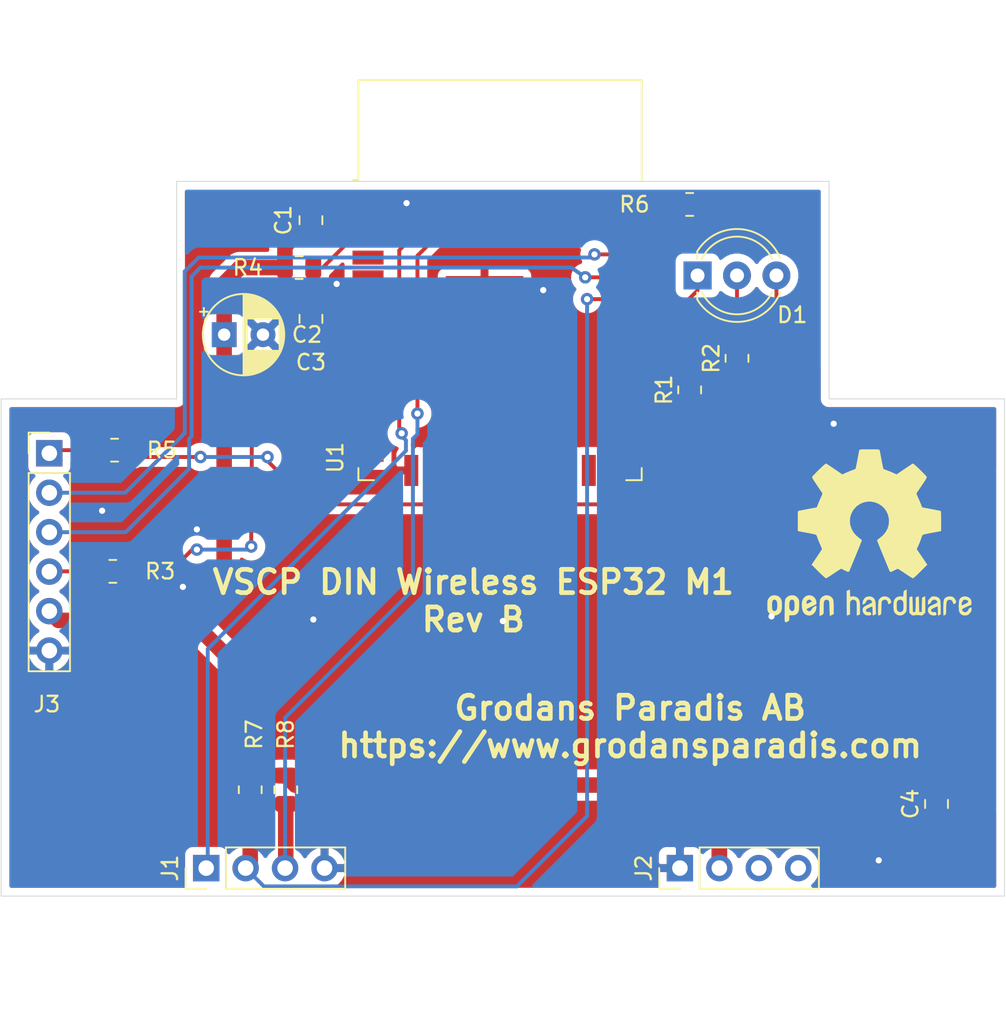
<source format=kicad_pcb>
(kicad_pcb (version 20171130) (host pcbnew 5.1.9+dfsg1-1)

  (general
    (thickness 1.6)
    (drawings 14)
    (tracks 149)
    (zones 0)
    (modules 18)
    (nets 42)
  )

  (page A4)
  (layers
    (0 F.Cu signal)
    (31 B.Cu signal)
    (32 B.Adhes user)
    (33 F.Adhes user)
    (34 B.Paste user)
    (35 F.Paste user)
    (36 B.SilkS user)
    (37 F.SilkS user)
    (38 B.Mask user)
    (39 F.Mask user)
    (40 Dwgs.User user)
    (41 Cmts.User user)
    (42 Eco1.User user)
    (43 Eco2.User user)
    (44 Edge.Cuts user)
    (45 Margin user)
    (46 B.CrtYd user)
    (47 F.CrtYd user)
    (48 B.Fab user)
    (49 F.Fab user)
  )

  (setup
    (last_trace_width 1)
    (user_trace_width 1)
    (trace_clearance 0.2)
    (zone_clearance 0.508)
    (zone_45_only no)
    (trace_min 0.2)
    (via_size 0.8)
    (via_drill 0.4)
    (via_min_size 0.4)
    (via_min_drill 0.3)
    (uvia_size 0.3)
    (uvia_drill 0.1)
    (uvias_allowed no)
    (uvia_min_size 0.2)
    (uvia_min_drill 0.1)
    (edge_width 0.1)
    (segment_width 0.2)
    (pcb_text_width 0.3)
    (pcb_text_size 1.5 1.5)
    (mod_edge_width 0.15)
    (mod_text_size 1 1)
    (mod_text_width 0.15)
    (pad_size 1.524 1.524)
    (pad_drill 0.762)
    (pad_to_mask_clearance 0)
    (aux_axis_origin 0 0)
    (visible_elements FFFFFF7F)
    (pcbplotparams
      (layerselection 0x010fc_ffffffff)
      (usegerberextensions false)
      (usegerberattributes true)
      (usegerberadvancedattributes true)
      (creategerberjobfile true)
      (excludeedgelayer true)
      (linewidth 0.100000)
      (plotframeref false)
      (viasonmask false)
      (mode 1)
      (useauxorigin false)
      (hpglpennumber 1)
      (hpglpenspeed 20)
      (hpglpendiameter 15.000000)
      (psnegative false)
      (psa4output false)
      (plotreference true)
      (plotvalue true)
      (plotinvisibletext false)
      (padsonsilk false)
      (subtractmaskfromsilk false)
      (outputformat 1)
      (mirror false)
      (drillshape 0)
      (scaleselection 1)
      (outputdirectory "gerbers/"))
  )

  (net 0 "")
  (net 1 GND)
  (net 2 VCC)
  (net 3 /reset)
  (net 4 /leda)
  (net 5 /ledb)
  (net 6 /sda)
  (net 7 /scl)
  (net 8 "Net-(J2-Pad3)")
  (net 9 /FLASH)
  (net 10 /TXD)
  (net 11 /RXD)
  (net 12 /RESET)
  (net 13 "Net-(R1-Pad2)")
  (net 14 /irq)
  (net 15 "Net-(U1-Pad32)")
  (net 16 "Net-(U1-Pad28)")
  (net 17 "Net-(U1-Pad27)")
  (net 18 "Net-(U1-Pad26)")
  (net 19 /gpio2)
  (net 20 "Net-(U1-Pad23)")
  (net 21 "Net-(U1-Pad22)")
  (net 22 "Net-(U1-Pad21)")
  (net 23 "Net-(U1-Pad20)")
  (net 24 "Net-(U1-Pad19)")
  (net 25 "Net-(U1-Pad18)")
  (net 26 "Net-(U1-Pad17)")
  (net 27 "Net-(U1-Pad16)")
  (net 28 "Net-(U1-Pad14)")
  (net 29 "Net-(U1-Pad13)")
  (net 30 "Net-(U1-Pad12)")
  (net 31 "Net-(U1-Pad11)")
  (net 32 "Net-(U1-Pad10)")
  (net 33 "Net-(U1-Pad9)")
  (net 34 "Net-(U1-Pad8)")
  (net 35 "Net-(U1-Pad7)")
  (net 36 "Net-(U1-Pad6)")
  (net 37 "Net-(U1-Pad5)")
  (net 38 "Net-(U1-Pad4)")
  (net 39 "Net-(D1-Pad2)")
  (net 40 "Net-(R5-Pad1)")
  (net 41 "Net-(J2-Pad4)")

  (net_class Default "This is the default net class."
    (clearance 0.2)
    (trace_width 0.25)
    (via_dia 0.8)
    (via_drill 0.4)
    (uvia_dia 0.3)
    (uvia_drill 0.1)
    (add_net /FLASH)
    (add_net /RESET)
    (add_net /RXD)
    (add_net /TXD)
    (add_net /gpio2)
    (add_net /irq)
    (add_net /leda)
    (add_net /ledb)
    (add_net /reset)
    (add_net /scl)
    (add_net /sda)
    (add_net GND)
    (add_net "Net-(D1-Pad2)")
    (add_net "Net-(J2-Pad3)")
    (add_net "Net-(J2-Pad4)")
    (add_net "Net-(R1-Pad2)")
    (add_net "Net-(R5-Pad1)")
    (add_net "Net-(U1-Pad10)")
    (add_net "Net-(U1-Pad11)")
    (add_net "Net-(U1-Pad12)")
    (add_net "Net-(U1-Pad13)")
    (add_net "Net-(U1-Pad14)")
    (add_net "Net-(U1-Pad16)")
    (add_net "Net-(U1-Pad17)")
    (add_net "Net-(U1-Pad18)")
    (add_net "Net-(U1-Pad19)")
    (add_net "Net-(U1-Pad20)")
    (add_net "Net-(U1-Pad21)")
    (add_net "Net-(U1-Pad22)")
    (add_net "Net-(U1-Pad23)")
    (add_net "Net-(U1-Pad26)")
    (add_net "Net-(U1-Pad27)")
    (add_net "Net-(U1-Pad28)")
    (add_net "Net-(U1-Pad32)")
    (add_net "Net-(U1-Pad4)")
    (add_net "Net-(U1-Pad5)")
    (add_net "Net-(U1-Pad6)")
    (add_net "Net-(U1-Pad7)")
    (add_net "Net-(U1-Pad8)")
    (add_net "Net-(U1-Pad9)")
    (add_net VCC)
  )

  (module RF_Module:ESP32-WROOM-32 (layer F.Cu) (tedit 5B5B4654) (tstamp 60AAD77A)
    (at 147.92 62.751)
    (descr "Single 2.4 GHz Wi-Fi and Bluetooth combo chip https://www.espressif.com/sites/default/files/documentation/esp32-wroom-32_datasheet_en.pdf")
    (tags "Single 2.4 GHz Wi-Fi and Bluetooth combo  chip")
    (path /60A63DA9)
    (attr smd)
    (fp_text reference U1 (at -10.61 8.43 90) (layer F.SilkS)
      (effects (font (size 1 1) (thickness 0.15)))
    )
    (fp_text value ESP32-WROOM-32D (at 0 11.5) (layer F.Fab) hide
      (effects (font (size 1 1) (thickness 0.15)))
    )
    (fp_line (start -14 -9.97) (end -14 -20.75) (layer Dwgs.User) (width 0.1))
    (fp_line (start 9 9.76) (end 9 -15.745) (layer F.Fab) (width 0.1))
    (fp_line (start -9 9.76) (end 9 9.76) (layer F.Fab) (width 0.1))
    (fp_line (start -9 -15.745) (end -9 -10.02) (layer F.Fab) (width 0.1))
    (fp_line (start -9 -15.745) (end 9 -15.745) (layer F.Fab) (width 0.1))
    (fp_line (start -9.75 10.5) (end -9.75 -9.72) (layer F.CrtYd) (width 0.05))
    (fp_line (start -9.75 10.5) (end 9.75 10.5) (layer F.CrtYd) (width 0.05))
    (fp_line (start 9.75 -9.72) (end 9.75 10.5) (layer F.CrtYd) (width 0.05))
    (fp_line (start -14.25 -21) (end 14.25 -21) (layer F.CrtYd) (width 0.05))
    (fp_line (start -9 -9.02) (end -9 9.76) (layer F.Fab) (width 0.1))
    (fp_line (start -8.5 -9.52) (end -9 -10.02) (layer F.Fab) (width 0.1))
    (fp_line (start -9 -9.02) (end -8.5 -9.52) (layer F.Fab) (width 0.1))
    (fp_line (start 14 -9.97) (end -14 -9.97) (layer Dwgs.User) (width 0.1))
    (fp_line (start 14 -9.97) (end 14 -20.75) (layer Dwgs.User) (width 0.1))
    (fp_line (start 14 -20.75) (end -14 -20.75) (layer Dwgs.User) (width 0.1))
    (fp_line (start -14.25 -21) (end -14.25 -9.72) (layer F.CrtYd) (width 0.05))
    (fp_line (start 14.25 -21) (end 14.25 -9.72) (layer F.CrtYd) (width 0.05))
    (fp_line (start -14.25 -9.72) (end -9.75 -9.72) (layer F.CrtYd) (width 0.05))
    (fp_line (start 9.75 -9.72) (end 14.25 -9.72) (layer F.CrtYd) (width 0.05))
    (fp_line (start -12.525 -20.75) (end -14 -19.66) (layer Dwgs.User) (width 0.1))
    (fp_line (start -10.525 -20.75) (end -14 -18.045) (layer Dwgs.User) (width 0.1))
    (fp_line (start -8.525 -20.75) (end -14 -16.43) (layer Dwgs.User) (width 0.1))
    (fp_line (start -6.525 -20.75) (end -14 -14.815) (layer Dwgs.User) (width 0.1))
    (fp_line (start -4.525 -20.75) (end -14 -13.2) (layer Dwgs.User) (width 0.1))
    (fp_line (start -2.525 -20.75) (end -14 -11.585) (layer Dwgs.User) (width 0.1))
    (fp_line (start -0.525 -20.75) (end -14 -9.97) (layer Dwgs.User) (width 0.1))
    (fp_line (start 1.475 -20.75) (end -12 -9.97) (layer Dwgs.User) (width 0.1))
    (fp_line (start 3.475 -20.75) (end -10 -9.97) (layer Dwgs.User) (width 0.1))
    (fp_line (start -8 -9.97) (end 5.475 -20.75) (layer Dwgs.User) (width 0.1))
    (fp_line (start 7.475 -20.75) (end -6 -9.97) (layer Dwgs.User) (width 0.1))
    (fp_line (start 9.475 -20.75) (end -4 -9.97) (layer Dwgs.User) (width 0.1))
    (fp_line (start 11.475 -20.75) (end -2 -9.97) (layer Dwgs.User) (width 0.1))
    (fp_line (start 13.475 -20.75) (end 0 -9.97) (layer Dwgs.User) (width 0.1))
    (fp_line (start 14 -19.66) (end 2 -9.97) (layer Dwgs.User) (width 0.1))
    (fp_line (start 14 -18.045) (end 4 -9.97) (layer Dwgs.User) (width 0.1))
    (fp_line (start 14 -16.43) (end 6 -9.97) (layer Dwgs.User) (width 0.1))
    (fp_line (start 14 -14.815) (end 8 -9.97) (layer Dwgs.User) (width 0.1))
    (fp_line (start 14 -13.2) (end 10 -9.97) (layer Dwgs.User) (width 0.1))
    (fp_line (start 14 -11.585) (end 12 -9.97) (layer Dwgs.User) (width 0.1))
    (fp_line (start 9.2 -13.875) (end 13.8 -13.875) (layer Cmts.User) (width 0.1))
    (fp_line (start 13.8 -13.875) (end 13.6 -14.075) (layer Cmts.User) (width 0.1))
    (fp_line (start 13.8 -13.875) (end 13.6 -13.675) (layer Cmts.User) (width 0.1))
    (fp_line (start 9.2 -13.875) (end 9.4 -14.075) (layer Cmts.User) (width 0.1))
    (fp_line (start 9.2 -13.875) (end 9.4 -13.675) (layer Cmts.User) (width 0.1))
    (fp_line (start -13.8 -13.875) (end -13.6 -14.075) (layer Cmts.User) (width 0.1))
    (fp_line (start -13.8 -13.875) (end -13.6 -13.675) (layer Cmts.User) (width 0.1))
    (fp_line (start -9.2 -13.875) (end -9.4 -13.675) (layer Cmts.User) (width 0.1))
    (fp_line (start -13.8 -13.875) (end -9.2 -13.875) (layer Cmts.User) (width 0.1))
    (fp_line (start -9.2 -13.875) (end -9.4 -14.075) (layer Cmts.User) (width 0.1))
    (fp_line (start 8.4 -16) (end 8.2 -16.2) (layer Cmts.User) (width 0.1))
    (fp_line (start 8.4 -16) (end 8.6 -16.2) (layer Cmts.User) (width 0.1))
    (fp_line (start 8.4 -20.6) (end 8.6 -20.4) (layer Cmts.User) (width 0.1))
    (fp_line (start 8.4 -16) (end 8.4 -20.6) (layer Cmts.User) (width 0.1))
    (fp_line (start 8.4 -20.6) (end 8.2 -20.4) (layer Cmts.User) (width 0.1))
    (fp_line (start -9.12 9.1) (end -9.12 9.88) (layer F.SilkS) (width 0.12))
    (fp_line (start -9.12 9.88) (end -8.12 9.88) (layer F.SilkS) (width 0.12))
    (fp_line (start 9.12 9.1) (end 9.12 9.88) (layer F.SilkS) (width 0.12))
    (fp_line (start 9.12 9.88) (end 8.12 9.88) (layer F.SilkS) (width 0.12))
    (fp_line (start -9.12 -15.865) (end 9.12 -15.865) (layer F.SilkS) (width 0.12))
    (fp_line (start 9.12 -15.865) (end 9.12 -9.445) (layer F.SilkS) (width 0.12))
    (fp_line (start -9.12 -15.865) (end -9.12 -9.445) (layer F.SilkS) (width 0.12))
    (fp_line (start -9.12 -9.445) (end -9.5 -9.445) (layer F.SilkS) (width 0.12))
    (fp_text user "5 mm" (at 7.8 -19.075 90) (layer Cmts.User)
      (effects (font (size 0.5 0.5) (thickness 0.1)))
    )
    (fp_text user "5 mm" (at -11.2 -14.375) (layer Cmts.User)
      (effects (font (size 0.5 0.5) (thickness 0.1)))
    )
    (fp_text user "5 mm" (at 11.8 -14.375) (layer Cmts.User)
      (effects (font (size 0.5 0.5) (thickness 0.1)))
    )
    (fp_text user Antenna (at 0 -13) (layer Cmts.User)
      (effects (font (size 1 1) (thickness 0.15)))
    )
    (fp_text user "KEEP-OUT ZONE" (at 0 -19) (layer Cmts.User)
      (effects (font (size 1 1) (thickness 0.15)))
    )
    (fp_text user %R (at 0 0) (layer F.Fab)
      (effects (font (size 1 1) (thickness 0.15)))
    )
    (pad 38 smd rect (at 8.5 -8.255) (size 2 0.9) (layers F.Cu F.Paste F.Mask)
      (net 1 GND))
    (pad 37 smd rect (at 8.5 -6.985) (size 2 0.9) (layers F.Cu F.Paste F.Mask)
      (net 14 /irq))
    (pad 36 smd rect (at 8.5 -5.715) (size 2 0.9) (layers F.Cu F.Paste F.Mask)
      (net 7 /scl))
    (pad 35 smd rect (at 8.5 -4.445) (size 2 0.9) (layers F.Cu F.Paste F.Mask)
      (net 10 /TXD))
    (pad 34 smd rect (at 8.5 -3.175) (size 2 0.9) (layers F.Cu F.Paste F.Mask)
      (net 11 /RXD))
    (pad 33 smd rect (at 8.5 -1.905) (size 2 0.9) (layers F.Cu F.Paste F.Mask)
      (net 6 /sda))
    (pad 32 smd rect (at 8.5 -0.635) (size 2 0.9) (layers F.Cu F.Paste F.Mask)
      (net 15 "Net-(U1-Pad32)"))
    (pad 31 smd rect (at 8.5 0.635) (size 2 0.9) (layers F.Cu F.Paste F.Mask)
      (net 5 /ledb))
    (pad 30 smd rect (at 8.5 1.905) (size 2 0.9) (layers F.Cu F.Paste F.Mask)
      (net 4 /leda))
    (pad 29 smd rect (at 8.5 3.175) (size 2 0.9) (layers F.Cu F.Paste F.Mask)
      (net 13 "Net-(R1-Pad2)"))
    (pad 28 smd rect (at 8.5 4.445) (size 2 0.9) (layers F.Cu F.Paste F.Mask)
      (net 16 "Net-(U1-Pad28)"))
    (pad 27 smd rect (at 8.5 5.715) (size 2 0.9) (layers F.Cu F.Paste F.Mask)
      (net 17 "Net-(U1-Pad27)"))
    (pad 26 smd rect (at 8.5 6.985) (size 2 0.9) (layers F.Cu F.Paste F.Mask)
      (net 18 "Net-(U1-Pad26)"))
    (pad 25 smd rect (at 8.5 8.255) (size 2 0.9) (layers F.Cu F.Paste F.Mask)
      (net 40 "Net-(R5-Pad1)"))
    (pad 24 smd rect (at 5.715 9.255 90) (size 2 0.9) (layers F.Cu F.Paste F.Mask)
      (net 19 /gpio2))
    (pad 23 smd rect (at 4.445 9.255 90) (size 2 0.9) (layers F.Cu F.Paste F.Mask)
      (net 20 "Net-(U1-Pad23)"))
    (pad 22 smd rect (at 3.175 9.255 90) (size 2 0.9) (layers F.Cu F.Paste F.Mask)
      (net 21 "Net-(U1-Pad22)"))
    (pad 21 smd rect (at 1.905 9.255 90) (size 2 0.9) (layers F.Cu F.Paste F.Mask)
      (net 22 "Net-(U1-Pad21)"))
    (pad 20 smd rect (at 0.635 9.255 90) (size 2 0.9) (layers F.Cu F.Paste F.Mask)
      (net 23 "Net-(U1-Pad20)"))
    (pad 19 smd rect (at -0.635 9.255 90) (size 2 0.9) (layers F.Cu F.Paste F.Mask)
      (net 24 "Net-(U1-Pad19)"))
    (pad 18 smd rect (at -1.905 9.255 90) (size 2 0.9) (layers F.Cu F.Paste F.Mask)
      (net 25 "Net-(U1-Pad18)"))
    (pad 17 smd rect (at -3.175 9.255 90) (size 2 0.9) (layers F.Cu F.Paste F.Mask)
      (net 26 "Net-(U1-Pad17)"))
    (pad 16 smd rect (at -4.445 9.255 90) (size 2 0.9) (layers F.Cu F.Paste F.Mask)
      (net 27 "Net-(U1-Pad16)"))
    (pad 15 smd rect (at -5.715 9.255 90) (size 2 0.9) (layers F.Cu F.Paste F.Mask)
      (net 1 GND))
    (pad 14 smd rect (at -8.5 8.255) (size 2 0.9) (layers F.Cu F.Paste F.Mask)
      (net 28 "Net-(U1-Pad14)"))
    (pad 13 smd rect (at -8.5 6.985) (size 2 0.9) (layers F.Cu F.Paste F.Mask)
      (net 29 "Net-(U1-Pad13)"))
    (pad 12 smd rect (at -8.5 5.715) (size 2 0.9) (layers F.Cu F.Paste F.Mask)
      (net 30 "Net-(U1-Pad12)"))
    (pad 11 smd rect (at -8.5 4.445) (size 2 0.9) (layers F.Cu F.Paste F.Mask)
      (net 31 "Net-(U1-Pad11)"))
    (pad 10 smd rect (at -8.5 3.175) (size 2 0.9) (layers F.Cu F.Paste F.Mask)
      (net 32 "Net-(U1-Pad10)"))
    (pad 9 smd rect (at -8.5 1.905) (size 2 0.9) (layers F.Cu F.Paste F.Mask)
      (net 33 "Net-(U1-Pad9)"))
    (pad 8 smd rect (at -8.5 0.635) (size 2 0.9) (layers F.Cu F.Paste F.Mask)
      (net 34 "Net-(U1-Pad8)"))
    (pad 7 smd rect (at -8.5 -0.635) (size 2 0.9) (layers F.Cu F.Paste F.Mask)
      (net 35 "Net-(U1-Pad7)"))
    (pad 6 smd rect (at -8.5 -1.905) (size 2 0.9) (layers F.Cu F.Paste F.Mask)
      (net 36 "Net-(U1-Pad6)"))
    (pad 5 smd rect (at -8.5 -3.175) (size 2 0.9) (layers F.Cu F.Paste F.Mask)
      (net 37 "Net-(U1-Pad5)"))
    (pad 4 smd rect (at -8.5 -4.445) (size 2 0.9) (layers F.Cu F.Paste F.Mask)
      (net 38 "Net-(U1-Pad4)"))
    (pad 3 smd rect (at -8.5 -5.715) (size 2 0.9) (layers F.Cu F.Paste F.Mask)
      (net 3 /reset))
    (pad 2 smd rect (at -8.5 -6.985) (size 2 0.9) (layers F.Cu F.Paste F.Mask)
      (net 2 VCC))
    (pad 1 smd rect (at -8.5 -8.255) (size 2 0.9) (layers F.Cu F.Paste F.Mask)
      (net 1 GND))
    (pad 39 smd rect (at -1 -0.755) (size 5 5) (layers F.Cu F.Paste F.Mask)
      (net 1 GND))
    (model ${KISYS3DMOD}/RF_Module.3dshapes/ESP32-WROOM-32.wrl
      (at (xyz 0 0 0))
      (scale (xyz 1 1 1))
      (rotate (xyz 0 0 0))
    )
  )

  (module Symbol:OSHW-Logo2_14.6x12mm_SilkScreen (layer F.Cu) (tedit 0) (tstamp 60ACA43A)
    (at 171.704 76.2)
    (descr "Open Source Hardware Symbol")
    (tags "Logo Symbol OSHW")
    (attr virtual)
    (fp_text reference REF** (at 0 0) (layer F.SilkS) hide
      (effects (font (size 1 1) (thickness 0.15)))
    )
    (fp_text value OSHW-Logo2_14.6x12mm_SilkScreen (at 0.75 0) (layer F.Fab) hide
      (effects (font (size 1 1) (thickness 0.15)))
    )
    (fp_poly (pts (xy -4.8281 3.861903) (xy -4.71655 3.917522) (xy -4.618092 4.019931) (xy -4.590977 4.057864)
      (xy -4.561438 4.1075) (xy -4.542272 4.161412) (xy -4.531307 4.233364) (xy -4.526371 4.337122)
      (xy -4.525287 4.474101) (xy -4.530182 4.661815) (xy -4.547196 4.802758) (xy -4.579823 4.907908)
      (xy -4.631558 4.988243) (xy -4.705896 5.054741) (xy -4.711358 5.058678) (xy -4.78462 5.098953)
      (xy -4.87284 5.11888) (xy -4.985038 5.123793) (xy -5.167433 5.123793) (xy -5.167509 5.300857)
      (xy -5.169207 5.39947) (xy -5.17955 5.457314) (xy -5.206578 5.492006) (xy -5.258332 5.521164)
      (xy -5.270761 5.527121) (xy -5.328923 5.555039) (xy -5.373956 5.572672) (xy -5.407441 5.574194)
      (xy -5.430962 5.553781) (xy -5.4461 5.505607) (xy -5.454437 5.423846) (xy -5.457556 5.302672)
      (xy -5.45704 5.13626) (xy -5.454471 4.918785) (xy -5.453668 4.853736) (xy -5.450778 4.629502)
      (xy -5.448188 4.482821) (xy -5.167586 4.482821) (xy -5.166009 4.607326) (xy -5.159 4.688787)
      (xy -5.143142 4.742515) (xy -5.115019 4.783823) (xy -5.095925 4.803971) (xy -5.017865 4.862921)
      (xy -4.948753 4.86772) (xy -4.87744 4.819038) (xy -4.875632 4.817241) (xy -4.846617 4.779618)
      (xy -4.828967 4.728484) (xy -4.820064 4.649738) (xy -4.817291 4.529276) (xy -4.817241 4.502588)
      (xy -4.823942 4.336583) (xy -4.845752 4.221505) (xy -4.885235 4.151254) (xy -4.944956 4.119729)
      (xy -4.979472 4.116552) (xy -5.061389 4.13146) (xy -5.117579 4.180548) (xy -5.151402 4.270362)
      (xy -5.16622 4.407445) (xy -5.167586 4.482821) (xy -5.448188 4.482821) (xy -5.447713 4.455952)
      (xy -5.443753 4.325382) (xy -5.438174 4.230087) (xy -5.430254 4.162364) (xy -5.419269 4.114507)
      (xy -5.404499 4.078813) (xy -5.385218 4.047578) (xy -5.376951 4.035824) (xy -5.267288 3.924797)
      (xy -5.128635 3.861847) (xy -4.968246 3.844297) (xy -4.8281 3.861903)) (layer F.SilkS) (width 0.01))
    (fp_poly (pts (xy -2.582571 3.877719) (xy -2.488877 3.931914) (xy -2.423736 3.985707) (xy -2.376093 4.042066)
      (xy -2.343272 4.110987) (xy -2.322594 4.202468) (xy -2.31138 4.326506) (xy -2.306951 4.493098)
      (xy -2.306437 4.612851) (xy -2.306437 5.053659) (xy -2.430517 5.109283) (xy -2.554598 5.164907)
      (xy -2.569195 4.682095) (xy -2.575227 4.501779) (xy -2.581555 4.370901) (xy -2.589394 4.280511)
      (xy -2.599963 4.221664) (xy -2.614477 4.185413) (xy -2.634152 4.16281) (xy -2.640465 4.157917)
      (xy -2.736112 4.119706) (xy -2.832793 4.134827) (xy -2.890345 4.174943) (xy -2.913755 4.20337)
      (xy -2.929961 4.240672) (xy -2.940259 4.297223) (xy -2.945951 4.383394) (xy -2.948336 4.509558)
      (xy -2.948736 4.641042) (xy -2.948814 4.805999) (xy -2.951639 4.922761) (xy -2.961093 5.00151)
      (xy -2.98106 5.052431) (xy -3.015424 5.085706) (xy -3.068068 5.11152) (xy -3.138383 5.138344)
      (xy -3.21518 5.167542) (xy -3.206038 4.649346) (xy -3.202357 4.462539) (xy -3.19805 4.32449)
      (xy -3.191877 4.225568) (xy -3.182598 4.156145) (xy -3.168973 4.10659) (xy -3.149761 4.067273)
      (xy -3.126598 4.032584) (xy -3.014848 3.92177) (xy -2.878487 3.857689) (xy -2.730175 3.842339)
      (xy -2.582571 3.877719)) (layer F.SilkS) (width 0.01))
    (fp_poly (pts (xy -5.951779 3.866015) (xy -5.814939 3.937968) (xy -5.713949 4.053766) (xy -5.678075 4.128213)
      (xy -5.650161 4.239992) (xy -5.635871 4.381227) (xy -5.634516 4.535371) (xy -5.645405 4.685879)
      (xy -5.667847 4.816205) (xy -5.70115 4.909803) (xy -5.711385 4.925922) (xy -5.832618 5.046249)
      (xy -5.976613 5.118317) (xy -6.132861 5.139408) (xy -6.290852 5.106802) (xy -6.33482 5.087253)
      (xy -6.420444 5.027012) (xy -6.495592 4.947135) (xy -6.502694 4.937004) (xy -6.531561 4.888181)
      (xy -6.550643 4.83599) (xy -6.561916 4.767285) (xy -6.567355 4.668918) (xy -6.568938 4.527744)
      (xy -6.568965 4.496092) (xy -6.568893 4.486019) (xy -6.277011 4.486019) (xy -6.275313 4.619256)
      (xy -6.268628 4.707674) (xy -6.254575 4.764785) (xy -6.230771 4.804102) (xy -6.218621 4.817241)
      (xy -6.148764 4.867172) (xy -6.080941 4.864895) (xy -6.012365 4.821584) (xy -5.971465 4.775346)
      (xy -5.947242 4.707857) (xy -5.933639 4.601433) (xy -5.932706 4.58902) (xy -5.930384 4.396147)
      (xy -5.95465 4.2529) (xy -6.005176 4.16016) (xy -6.081632 4.118807) (xy -6.108924 4.116552)
      (xy -6.180589 4.127893) (xy -6.22961 4.167184) (xy -6.259582 4.242326) (xy -6.274101 4.361222)
      (xy -6.277011 4.486019) (xy -6.568893 4.486019) (xy -6.567878 4.345659) (xy -6.563312 4.240549)
      (xy -6.553312 4.167714) (xy -6.535921 4.114108) (xy -6.509184 4.066681) (xy -6.503276 4.057864)
      (xy -6.403968 3.939007) (xy -6.295758 3.870008) (xy -6.164019 3.842619) (xy -6.119283 3.841281)
      (xy -5.951779 3.866015)) (layer F.SilkS) (width 0.01))
    (fp_poly (pts (xy -3.684448 3.884676) (xy -3.569342 3.962111) (xy -3.480389 4.073949) (xy -3.427251 4.216265)
      (xy -3.416503 4.321015) (xy -3.417724 4.364726) (xy -3.427944 4.398194) (xy -3.456039 4.428179)
      (xy -3.510884 4.46144) (xy -3.601355 4.504738) (xy -3.736328 4.564833) (xy -3.737011 4.565134)
      (xy -3.861249 4.622037) (xy -3.963127 4.672565) (xy -4.032233 4.71128) (xy -4.058154 4.73274)
      (xy -4.058161 4.732913) (xy -4.035315 4.779644) (xy -3.981891 4.831154) (xy -3.920558 4.868261)
      (xy -3.889485 4.875632) (xy -3.804711 4.850138) (xy -3.731707 4.786291) (xy -3.696087 4.716094)
      (xy -3.66182 4.664343) (xy -3.594697 4.605409) (xy -3.515792 4.554496) (xy -3.446179 4.526809)
      (xy -3.431623 4.525287) (xy -3.415237 4.550321) (xy -3.41425 4.614311) (xy -3.426292 4.700593)
      (xy -3.448993 4.792501) (xy -3.479986 4.873369) (xy -3.481552 4.876509) (xy -3.574819 5.006734)
      (xy -3.695696 5.095311) (xy -3.832973 5.138786) (xy -3.97544 5.133706) (xy -4.111888 5.076616)
      (xy -4.117955 5.072602) (xy -4.22529 4.975326) (xy -4.295868 4.848409) (xy -4.334926 4.681526)
      (xy -4.340168 4.634639) (xy -4.349452 4.413329) (xy -4.338322 4.310124) (xy -4.058161 4.310124)
      (xy -4.054521 4.374503) (xy -4.034611 4.393291) (xy -3.984974 4.379235) (xy -3.906733 4.346009)
      (xy -3.819274 4.304359) (xy -3.817101 4.303256) (xy -3.74297 4.264265) (xy -3.713219 4.238244)
      (xy -3.720555 4.210965) (xy -3.751447 4.175121) (xy -3.83004 4.123251) (xy -3.914677 4.119439)
      (xy -3.990597 4.157189) (xy -4.043035 4.230001) (xy -4.058161 4.310124) (xy -4.338322 4.310124)
      (xy -4.330356 4.236261) (xy -4.281366 4.095829) (xy -4.213164 3.997447) (xy -4.090065 3.89803)
      (xy -3.954472 3.848711) (xy -3.816045 3.845568) (xy -3.684448 3.884676)) (layer F.SilkS) (width 0.01))
    (fp_poly (pts (xy -1.255402 3.723857) (xy -1.246846 3.843188) (xy -1.237019 3.913506) (xy -1.223401 3.944179)
      (xy -1.203473 3.944571) (xy -1.197011 3.94091) (xy -1.11106 3.914398) (xy -0.999255 3.915946)
      (xy -0.885586 3.943199) (xy -0.81449 3.978455) (xy -0.741595 4.034778) (xy -0.688307 4.098519)
      (xy -0.651725 4.17951) (xy -0.62895 4.287586) (xy -0.617081 4.43258) (xy -0.613218 4.624326)
      (xy -0.613149 4.661109) (xy -0.613103 5.074288) (xy -0.705046 5.106339) (xy -0.770348 5.128144)
      (xy -0.806176 5.138297) (xy -0.80723 5.138391) (xy -0.810758 5.11086) (xy -0.813761 5.034923)
      (xy -0.81601 4.920565) (xy -0.817276 4.777769) (xy -0.817471 4.690951) (xy -0.817877 4.519773)
      (xy -0.819968 4.397088) (xy -0.825053 4.313) (xy -0.83444 4.257614) (xy -0.849439 4.221032)
      (xy -0.871358 4.193359) (xy -0.885043 4.180032) (xy -0.979051 4.126328) (xy -1.081636 4.122307)
      (xy -1.17471 4.167725) (xy -1.191922 4.184123) (xy -1.217168 4.214957) (xy -1.23468 4.251531)
      (xy -1.245858 4.304415) (xy -1.252104 4.384177) (xy -1.254818 4.501385) (xy -1.255402 4.662991)
      (xy -1.255402 5.074288) (xy -1.347345 5.106339) (xy -1.412647 5.128144) (xy -1.448475 5.138297)
      (xy -1.449529 5.138391) (xy -1.452225 5.110448) (xy -1.454655 5.03163) (xy -1.456722 4.909453)
      (xy -1.458329 4.751432) (xy -1.459377 4.565083) (xy -1.459769 4.35792) (xy -1.45977 4.348706)
      (xy -1.45977 3.55902) (xy -1.364885 3.518997) (xy -1.27 3.478973) (xy -1.255402 3.723857)) (layer F.SilkS) (width 0.01))
    (fp_poly (pts (xy 0.079944 3.92436) (xy 0.194343 3.966842) (xy 0.195652 3.967658) (xy 0.266403 4.01973)
      (xy 0.318636 4.080584) (xy 0.355371 4.159887) (xy 0.379634 4.267309) (xy 0.394445 4.412517)
      (xy 0.402829 4.605179) (xy 0.403564 4.632628) (xy 0.41412 5.046521) (xy 0.325291 5.092456)
      (xy 0.261018 5.123498) (xy 0.22221 5.138206) (xy 0.220415 5.138391) (xy 0.2137 5.11125)
      (xy 0.208365 5.038041) (xy 0.205083 4.931081) (xy 0.204368 4.844469) (xy 0.204351 4.704162)
      (xy 0.197937 4.616051) (xy 0.17558 4.574025) (xy 0.127732 4.571975) (xy 0.044849 4.60379)
      (xy -0.080287 4.662272) (xy -0.172303 4.710845) (xy -0.219629 4.752986) (xy -0.233542 4.798916)
      (xy -0.233563 4.801189) (xy -0.210605 4.880311) (xy -0.14263 4.923055) (xy -0.038602 4.929246)
      (xy 0.03633 4.928172) (xy 0.075839 4.949753) (xy 0.100478 5.001591) (xy 0.114659 5.067632)
      (xy 0.094223 5.105104) (xy 0.086528 5.110467) (xy 0.014083 5.132006) (xy -0.087367 5.135055)
      (xy -0.191843 5.120778) (xy -0.265875 5.094688) (xy -0.368228 5.007785) (xy -0.426409 4.886816)
      (xy -0.437931 4.792308) (xy -0.429138 4.707062) (xy -0.39732 4.637476) (xy -0.334316 4.575672)
      (xy -0.231969 4.513772) (xy -0.082118 4.443897) (xy -0.072988 4.439948) (xy 0.061997 4.377588)
      (xy 0.145294 4.326446) (xy 0.180997 4.280488) (xy 0.173203 4.233683) (xy 0.126007 4.179998)
      (xy 0.111894 4.167644) (xy 0.017359 4.119741) (xy -0.080594 4.121758) (xy -0.165903 4.168724)
      (xy -0.222504 4.255669) (xy -0.227763 4.272734) (xy -0.278977 4.355504) (xy -0.343963 4.395372)
      (xy -0.437931 4.434882) (xy -0.437931 4.332658) (xy -0.409347 4.184072) (xy -0.324505 4.047784)
      (xy -0.280355 4.002191) (xy -0.179995 3.943674) (xy -0.052365 3.917184) (xy 0.079944 3.92436)) (layer F.SilkS) (width 0.01))
    (fp_poly (pts (xy 1.065943 3.92192) (xy 1.198565 3.970859) (xy 1.30601 4.057419) (xy 1.348032 4.118352)
      (xy 1.393843 4.230161) (xy 1.392891 4.311006) (xy 1.344808 4.365378) (xy 1.327017 4.374624)
      (xy 1.250204 4.40345) (xy 1.210976 4.396065) (xy 1.197689 4.347658) (xy 1.197012 4.32092)
      (xy 1.172686 4.222548) (xy 1.109281 4.153734) (xy 1.021154 4.120498) (xy 0.922663 4.128861)
      (xy 0.842602 4.172296) (xy 0.815561 4.197072) (xy 0.796394 4.227129) (xy 0.783446 4.272565)
      (xy 0.775064 4.343476) (xy 0.769593 4.44996) (xy 0.765378 4.602112) (xy 0.764287 4.650287)
      (xy 0.760307 4.815095) (xy 0.755781 4.931088) (xy 0.748995 5.007833) (xy 0.738231 5.054893)
      (xy 0.721773 5.081835) (xy 0.697906 5.098223) (xy 0.682626 5.105463) (xy 0.617733 5.13022)
      (xy 0.579534 5.138391) (xy 0.566912 5.111103) (xy 0.559208 5.028603) (xy 0.55638 4.889941)
      (xy 0.558386 4.694162) (xy 0.559011 4.663965) (xy 0.563421 4.485349) (xy 0.568635 4.354923)
      (xy 0.576055 4.262492) (xy 0.587082 4.197858) (xy 0.603117 4.150825) (xy 0.625561 4.111196)
      (xy 0.637302 4.094215) (xy 0.704619 4.01908) (xy 0.77991 3.960638) (xy 0.789128 3.955536)
      (xy 0.924133 3.91526) (xy 1.065943 3.92192)) (layer F.SilkS) (width 0.01))
    (fp_poly (pts (xy 2.393914 4.154455) (xy 2.393543 4.372661) (xy 2.392108 4.540519) (xy 2.389002 4.66607)
      (xy 2.383622 4.757355) (xy 2.375362 4.822415) (xy 2.363616 4.869291) (xy 2.347781 4.906024)
      (xy 2.33579 4.926991) (xy 2.23649 5.040694) (xy 2.110588 5.111965) (xy 1.971291 5.137538)
      (xy 1.831805 5.11415) (xy 1.748743 5.072119) (xy 1.661545 4.999411) (xy 1.602117 4.910612)
      (xy 1.566261 4.79432) (xy 1.549781 4.639135) (xy 1.547447 4.525287) (xy 1.547761 4.517106)
      (xy 1.751724 4.517106) (xy 1.75297 4.647657) (xy 1.758678 4.73408) (xy 1.771804 4.790618)
      (xy 1.795306 4.831514) (xy 1.823386 4.862362) (xy 1.917688 4.921905) (xy 2.01894 4.926992)
      (xy 2.114636 4.877279) (xy 2.122084 4.870543) (xy 2.153874 4.835502) (xy 2.173808 4.793811)
      (xy 2.1846 4.731762) (xy 2.188965 4.635644) (xy 2.189655 4.529379) (xy 2.188159 4.39588)
      (xy 2.181964 4.306822) (xy 2.168514 4.248293) (xy 2.145251 4.206382) (xy 2.126175 4.184123)
      (xy 2.037563 4.127985) (xy 1.935508 4.121235) (xy 1.838095 4.164114) (xy 1.819296 4.180032)
      (xy 1.787293 4.215382) (xy 1.767318 4.257502) (xy 1.756593 4.320251) (xy 1.752339 4.417487)
      (xy 1.751724 4.517106) (xy 1.547761 4.517106) (xy 1.554504 4.341947) (xy 1.578472 4.204195)
      (xy 1.623548 4.100632) (xy 1.693928 4.019856) (xy 1.748743 3.978455) (xy 1.848376 3.933728)
      (xy 1.963855 3.912967) (xy 2.071199 3.918525) (xy 2.131264 3.940943) (xy 2.154835 3.947323)
      (xy 2.170477 3.923535) (xy 2.181395 3.859788) (xy 2.189655 3.762687) (xy 2.198699 3.654541)
      (xy 2.211261 3.589475) (xy 2.234119 3.552268) (xy 2.274051 3.527699) (xy 2.299138 3.516819)
      (xy 2.394023 3.477072) (xy 2.393914 4.154455)) (layer F.SilkS) (width 0.01))
    (fp_poly (pts (xy 3.580124 3.93984) (xy 3.584579 4.016653) (xy 3.588071 4.133391) (xy 3.590315 4.280821)
      (xy 3.591035 4.435455) (xy 3.591035 4.958727) (xy 3.498645 5.051117) (xy 3.434978 5.108047)
      (xy 3.379089 5.131107) (xy 3.302702 5.129647) (xy 3.27238 5.125934) (xy 3.17761 5.115126)
      (xy 3.099222 5.108933) (xy 3.080115 5.108361) (xy 3.015699 5.112102) (xy 2.923571 5.121494)
      (xy 2.88785 5.125934) (xy 2.800114 5.132801) (xy 2.741153 5.117885) (xy 2.68269 5.071835)
      (xy 2.661585 5.051117) (xy 2.569195 4.958727) (xy 2.569195 3.979947) (xy 2.643558 3.946066)
      (xy 2.70759 3.92097) (xy 2.745052 3.912184) (xy 2.754657 3.93995) (xy 2.763635 4.01753)
      (xy 2.771386 4.136348) (xy 2.777314 4.287828) (xy 2.780173 4.415805) (xy 2.788161 4.919425)
      (xy 2.857848 4.929278) (xy 2.921229 4.922389) (xy 2.952286 4.900083) (xy 2.960967 4.858379)
      (xy 2.968378 4.769544) (xy 2.973931 4.644834) (xy 2.977036 4.495507) (xy 2.977484 4.418661)
      (xy 2.977931 3.976287) (xy 3.069874 3.944235) (xy 3.134949 3.922443) (xy 3.170347 3.912281)
      (xy 3.171368 3.912184) (xy 3.17492 3.939809) (xy 3.178823 4.016411) (xy 3.182751 4.132579)
      (xy 3.186376 4.278904) (xy 3.188908 4.415805) (xy 3.196897 4.919425) (xy 3.372069 4.919425)
      (xy 3.380107 4.459965) (xy 3.388146 4.000505) (xy 3.473543 3.956344) (xy 3.536593 3.926019)
      (xy 3.57391 3.912258) (xy 3.574987 3.912184) (xy 3.580124 3.93984)) (layer F.SilkS) (width 0.01))
    (fp_poly (pts (xy 4.314406 3.935156) (xy 4.398469 3.973393) (xy 4.46445 4.019726) (xy 4.512794 4.071532)
      (xy 4.546172 4.138363) (xy 4.567253 4.229769) (xy 4.578707 4.355301) (xy 4.583203 4.524508)
      (xy 4.583678 4.635933) (xy 4.583678 5.070627) (xy 4.509316 5.104509) (xy 4.450746 5.129272)
      (xy 4.42173 5.138391) (xy 4.416179 5.111257) (xy 4.411775 5.038094) (xy 4.409078 4.931263)
      (xy 4.408506 4.846437) (xy 4.406046 4.723887) (xy 4.399412 4.626668) (xy 4.389726 4.567134)
      (xy 4.382032 4.554483) (xy 4.330311 4.567402) (xy 4.249117 4.600539) (xy 4.155102 4.645461)
      (xy 4.064917 4.693735) (xy 3.995215 4.736928) (xy 3.962648 4.766608) (xy 3.962519 4.766929)
      (xy 3.96532 4.821857) (xy 3.990439 4.874292) (xy 4.034541 4.916881) (xy 4.098909 4.931126)
      (xy 4.153921 4.929466) (xy 4.231835 4.928245) (xy 4.272732 4.946498) (xy 4.297295 4.994726)
      (xy 4.300392 5.00382) (xy 4.31104 5.072598) (xy 4.282565 5.11436) (xy 4.208344 5.134263)
      (xy 4.128168 5.137944) (xy 3.98389 5.110658) (xy 3.909203 5.07169) (xy 3.816963 4.980148)
      (xy 3.768043 4.867782) (xy 3.763654 4.749051) (xy 3.805001 4.638411) (xy 3.867197 4.56908)
      (xy 3.929294 4.530265) (xy 4.026895 4.481125) (xy 4.140632 4.431292) (xy 4.15959 4.423677)
      (xy 4.284521 4.368545) (xy 4.356539 4.319954) (xy 4.3797 4.271647) (xy 4.358064 4.21737)
      (xy 4.32092 4.174943) (xy 4.233127 4.122702) (xy 4.13653 4.118784) (xy 4.047944 4.159041)
      (xy 3.984186 4.239326) (xy 3.975817 4.26004) (xy 3.927096 4.336225) (xy 3.855965 4.392785)
      (xy 3.766207 4.439201) (xy 3.766207 4.307584) (xy 3.77149 4.227168) (xy 3.794142 4.163786)
      (xy 3.844367 4.096163) (xy 3.892582 4.044076) (xy 3.967554 3.970322) (xy 4.025806 3.930702)
      (xy 4.088372 3.91481) (xy 4.159193 3.912184) (xy 4.314406 3.935156)) (layer F.SilkS) (width 0.01))
    (fp_poly (pts (xy 5.33569 3.940018) (xy 5.370585 3.955269) (xy 5.453877 4.021235) (xy 5.525103 4.116618)
      (xy 5.569153 4.218406) (xy 5.576322 4.268587) (xy 5.552285 4.338647) (xy 5.499561 4.375717)
      (xy 5.443031 4.398164) (xy 5.417146 4.4023) (xy 5.404542 4.372283) (xy 5.379654 4.306961)
      (xy 5.368735 4.277445) (xy 5.307508 4.175348) (xy 5.218861 4.124423) (xy 5.105193 4.125989)
      (xy 5.096774 4.127994) (xy 5.036088 4.156767) (xy 4.991474 4.212859) (xy 4.961002 4.303163)
      (xy 4.942744 4.434571) (xy 4.934771 4.613974) (xy 4.934023 4.709433) (xy 4.933652 4.859913)
      (xy 4.931223 4.962495) (xy 4.92476 5.027672) (xy 4.912288 5.065938) (xy 4.891833 5.087785)
      (xy 4.861419 5.103707) (xy 4.859661 5.104509) (xy 4.801091 5.129272) (xy 4.772075 5.138391)
      (xy 4.767616 5.110822) (xy 4.763799 5.03462) (xy 4.760899 4.919541) (xy 4.759191 4.775341)
      (xy 4.758851 4.669814) (xy 4.760588 4.465613) (xy 4.767382 4.310697) (xy 4.781607 4.196024)
      (xy 4.805638 4.112551) (xy 4.841848 4.051236) (xy 4.892612 4.003034) (xy 4.942739 3.969393)
      (xy 5.063275 3.924619) (xy 5.203557 3.914521) (xy 5.33569 3.940018)) (layer F.SilkS) (width 0.01))
    (fp_poly (pts (xy 6.343439 3.95654) (xy 6.45895 4.032034) (xy 6.514664 4.099617) (xy 6.558804 4.222255)
      (xy 6.562309 4.319298) (xy 6.554368 4.449056) (xy 6.255115 4.580039) (xy 6.109611 4.646958)
      (xy 6.014537 4.70079) (xy 5.965101 4.747416) (xy 5.956511 4.79272) (xy 5.983972 4.842582)
      (xy 6.014253 4.875632) (xy 6.102363 4.928633) (xy 6.198196 4.932347) (xy 6.286212 4.891041)
      (xy 6.350869 4.808983) (xy 6.362433 4.780008) (xy 6.417825 4.689509) (xy 6.481553 4.65094)
      (xy 6.568966 4.617946) (xy 6.568966 4.743034) (xy 6.561238 4.828156) (xy 6.530966 4.899938)
      (xy 6.467518 4.982356) (xy 6.458088 4.993066) (xy 6.387513 5.066391) (xy 6.326847 5.105742)
      (xy 6.25095 5.123845) (xy 6.18803 5.129774) (xy 6.075487 5.131251) (xy 5.99537 5.112535)
      (xy 5.94539 5.084747) (xy 5.866838 5.023641) (xy 5.812463 4.957554) (xy 5.778052 4.874441)
      (xy 5.759388 4.762254) (xy 5.752256 4.608946) (xy 5.751687 4.531136) (xy 5.753622 4.437853)
      (xy 5.929899 4.437853) (xy 5.931944 4.487896) (xy 5.937039 4.496092) (xy 5.970666 4.484958)
      (xy 6.04303 4.455493) (xy 6.139747 4.413601) (xy 6.159973 4.404597) (xy 6.282203 4.342442)
      (xy 6.349547 4.287815) (xy 6.364348 4.236649) (xy 6.328947 4.184876) (xy 6.299711 4.162)
      (xy 6.194216 4.11625) (xy 6.095476 4.123808) (xy 6.012812 4.179651) (xy 5.955548 4.278753)
      (xy 5.937188 4.357414) (xy 5.929899 4.437853) (xy 5.753622 4.437853) (xy 5.755459 4.349351)
      (xy 5.769359 4.214853) (xy 5.796894 4.116916) (xy 5.841572 4.044811) (xy 5.906901 3.987813)
      (xy 5.935383 3.969393) (xy 6.064763 3.921422) (xy 6.206412 3.918403) (xy 6.343439 3.95654)) (layer F.SilkS) (width 0.01))
    (fp_poly (pts (xy 0.209014 -5.547002) (xy 0.367006 -5.546137) (xy 0.481347 -5.543795) (xy 0.559407 -5.539238)
      (xy 0.608554 -5.53173) (xy 0.636159 -5.520534) (xy 0.649592 -5.504912) (xy 0.656221 -5.484127)
      (xy 0.656865 -5.481437) (xy 0.666935 -5.432887) (xy 0.685575 -5.337095) (xy 0.710845 -5.204257)
      (xy 0.740807 -5.044569) (xy 0.773522 -4.868226) (xy 0.774664 -4.862033) (xy 0.807433 -4.689218)
      (xy 0.838093 -4.536531) (xy 0.864664 -4.413129) (xy 0.885167 -4.328169) (xy 0.897626 -4.29081)
      (xy 0.89822 -4.290148) (xy 0.934919 -4.271905) (xy 1.010586 -4.241503) (xy 1.108878 -4.205507)
      (xy 1.109425 -4.205315) (xy 1.233233 -4.158778) (xy 1.379196 -4.099496) (xy 1.516781 -4.039891)
      (xy 1.523293 -4.036944) (xy 1.74739 -3.935235) (xy 2.243619 -4.274103) (xy 2.395846 -4.377408)
      (xy 2.533741 -4.469763) (xy 2.649315 -4.545916) (xy 2.734579 -4.600615) (xy 2.781544 -4.628607)
      (xy 2.786004 -4.630683) (xy 2.820134 -4.62144) (xy 2.883881 -4.576844) (xy 2.979731 -4.494791)
      (xy 3.110169 -4.373179) (xy 3.243328 -4.243795) (xy 3.371694 -4.116298) (xy 3.486581 -3.999954)
      (xy 3.581073 -3.901948) (xy 3.648253 -3.829464) (xy 3.681206 -3.789687) (xy 3.682432 -3.787639)
      (xy 3.686074 -3.760344) (xy 3.67235 -3.715766) (xy 3.637869 -3.647888) (xy 3.579239 -3.550689)
      (xy 3.49307 -3.418149) (xy 3.3782 -3.247524) (xy 3.276254 -3.097345) (xy 3.185123 -2.96265)
      (xy 3.110073 -2.85126) (xy 3.056369 -2.770995) (xy 3.02928 -2.729675) (xy 3.027574 -2.72687)
      (xy 3.030882 -2.687279) (xy 3.055953 -2.610331) (xy 3.097798 -2.510568) (xy 3.112712 -2.478709)
      (xy 3.177786 -2.336774) (xy 3.247212 -2.175727) (xy 3.303609 -2.036379) (xy 3.344247 -1.932956)
      (xy 3.376526 -1.854358) (xy 3.395178 -1.81328) (xy 3.397497 -1.810115) (xy 3.431803 -1.804872)
      (xy 3.512669 -1.790506) (xy 3.629343 -1.769063) (xy 3.771075 -1.742587) (xy 3.92711 -1.713123)
      (xy 4.086698 -1.682717) (xy 4.239085 -1.653412) (xy 4.373521 -1.627255) (xy 4.479252 -1.60629)
      (xy 4.545526 -1.592561) (xy 4.561782 -1.58868) (xy 4.578573 -1.5791) (xy 4.591249 -1.557464)
      (xy 4.600378 -1.516469) (xy 4.606531 -1.448811) (xy 4.61028 -1.347188) (xy 4.612192 -1.204297)
      (xy 4.61284 -1.012835) (xy 4.612874 -0.934355) (xy 4.612874 -0.296094) (xy 4.459598 -0.26584)
      (xy 4.374322 -0.249436) (xy 4.24707 -0.225491) (xy 4.093315 -0.196893) (xy 3.928534 -0.166533)
      (xy 3.882989 -0.158194) (xy 3.730932 -0.12863) (xy 3.598468 -0.099558) (xy 3.496714 -0.073671)
      (xy 3.436788 -0.053663) (xy 3.426805 -0.047699) (xy 3.402293 -0.005466) (xy 3.367148 0.07637)
      (xy 3.328173 0.181683) (xy 3.320442 0.204368) (xy 3.26936 0.345018) (xy 3.205954 0.503714)
      (xy 3.143904 0.646225) (xy 3.143598 0.646886) (xy 3.040267 0.87044) (xy 3.719961 1.870232)
      (xy 3.283621 2.3073) (xy 3.151649 2.437381) (xy 3.031279 2.552048) (xy 2.929273 2.645181)
      (xy 2.852391 2.710658) (xy 2.807393 2.742357) (xy 2.800938 2.744368) (xy 2.76304 2.728529)
      (xy 2.685708 2.684496) (xy 2.577389 2.61749) (xy 2.446532 2.532734) (xy 2.305052 2.437816)
      (xy 2.161461 2.340998) (xy 2.033435 2.256751) (xy 1.929105 2.190258) (xy 1.8566 2.146702)
      (xy 1.824158 2.131264) (xy 1.784576 2.144328) (xy 1.709519 2.17875) (xy 1.614468 2.22738)
      (xy 1.604392 2.232785) (xy 1.476391 2.29698) (xy 1.388618 2.328463) (xy 1.334028 2.328798)
      (xy 1.305575 2.299548) (xy 1.30541 2.299138) (xy 1.291188 2.264498) (xy 1.257269 2.182269)
      (xy 1.206284 2.058814) (xy 1.140862 1.900498) (xy 1.063634 1.713686) (xy 0.977229 1.504742)
      (xy 0.893551 1.302446) (xy 0.801588 1.0792) (xy 0.71715 0.872392) (xy 0.642769 0.688362)
      (xy 0.580974 0.533451) (xy 0.534297 0.413996) (xy 0.505268 0.336339) (xy 0.496322 0.307356)
      (xy 0.518756 0.27411) (xy 0.577439 0.221123) (xy 0.655689 0.162704) (xy 0.878534 -0.022048)
      (xy 1.052718 -0.233818) (xy 1.176154 -0.468144) (xy 1.246754 -0.720566) (xy 1.262431 -0.986623)
      (xy 1.251036 -1.109425) (xy 1.18895 -1.364207) (xy 1.082023 -1.589199) (xy 0.936889 -1.782183)
      (xy 0.760178 -1.940939) (xy 0.558522 -2.06325) (xy 0.338554 -2.146895) (xy 0.106906 -2.189656)
      (xy -0.129791 -2.189313) (xy -0.364905 -2.143648) (xy -0.591804 -2.050441) (xy -0.803856 -1.907473)
      (xy -0.892364 -1.826617) (xy -1.062111 -1.618993) (xy -1.180301 -1.392105) (xy -1.247722 -1.152567)
      (xy -1.26516 -0.906993) (xy -1.233402 -0.661997) (xy -1.153235 -0.424192) (xy -1.025445 -0.200193)
      (xy -0.85082 0.003387) (xy -0.655688 0.162704) (xy -0.574409 0.223602) (xy -0.516991 0.276015)
      (xy -0.496322 0.307406) (xy -0.507144 0.341639) (xy -0.537923 0.423419) (xy -0.586126 0.546407)
      (xy -0.649222 0.704263) (xy -0.724678 0.890649) (xy -0.809962 1.099226) (xy -0.893781 1.302496)
      (xy -0.986255 1.525933) (xy -1.071911 1.732984) (xy -1.148118 1.917286) (xy -1.212247 2.072475)
      (xy -1.261668 2.192188) (xy -1.293752 2.270061) (xy -1.305641 2.299138) (xy -1.333726 2.328677)
      (xy -1.388051 2.328591) (xy -1.475605 2.297326) (xy -1.603381 2.233329) (xy -1.604392 2.232785)
      (xy -1.700598 2.183121) (xy -1.778369 2.146945) (xy -1.822223 2.131408) (xy -1.824158 2.131264)
      (xy -1.857171 2.147024) (xy -1.930054 2.19085) (xy -2.034678 2.257557) (xy -2.16291 2.341964)
      (xy -2.305052 2.437816) (xy -2.449767 2.534867) (xy -2.580196 2.61927) (xy -2.68789 2.685801)
      (xy -2.764402 2.729238) (xy -2.800938 2.744368) (xy -2.834582 2.724482) (xy -2.902224 2.668903)
      (xy -2.997107 2.583754) (xy -3.11247 2.475153) (xy -3.241555 2.349221) (xy -3.283771 2.307149)
      (xy -3.720261 1.869931) (xy -3.388023 1.38234) (xy -3.287054 1.232605) (xy -3.198438 1.09822)
      (xy -3.127146 0.986969) (xy -3.07815 0.906639) (xy -3.056422 0.865014) (xy -3.055785 0.862053)
      (xy -3.06724 0.822818) (xy -3.098051 0.743895) (xy -3.142884 0.638509) (xy -3.174353 0.567954)
      (xy -3.233192 0.432876) (xy -3.288604 0.296409) (xy -3.331564 0.181103) (xy -3.343234 0.145977)
      (xy -3.376389 0.052174) (xy -3.408799 -0.020306) (xy -3.426601 -0.047699) (xy -3.465886 -0.064464)
      (xy -3.551626 -0.08823) (xy -3.672697 -0.116303) (xy -3.817973 -0.145991) (xy -3.882988 -0.158194)
      (xy -4.048087 -0.188532) (xy -4.206448 -0.217907) (xy -4.342596 -0.243431) (xy -4.441057 -0.262215)
      (xy -4.459598 -0.26584) (xy -4.612873 -0.296094) (xy -4.612873 -0.934355) (xy -4.612529 -1.14423)
      (xy -4.611116 -1.30302) (xy -4.608064 -1.418027) (xy -4.602803 -1.496554) (xy -4.594763 -1.545904)
      (xy -4.583373 -1.573381) (xy -4.568063 -1.586287) (xy -4.561782 -1.58868) (xy -4.523896 -1.597167)
      (xy -4.440195 -1.6141) (xy -4.321433 -1.637434) (xy -4.178361 -1.665125) (xy -4.021732 -1.695127)
      (xy -3.862297 -1.725396) (xy -3.710809 -1.753885) (xy -3.578019 -1.778551) (xy -3.474681 -1.797349)
      (xy -3.411545 -1.808233) (xy -3.397497 -1.810115) (xy -3.38477 -1.835296) (xy -3.3566 -1.902378)
      (xy -3.318252 -1.998667) (xy -3.303609 -2.036379) (xy -3.244548 -2.182079) (xy -3.175 -2.343049)
      (xy -3.112712 -2.478709) (xy -3.066879 -2.582439) (xy -3.036387 -2.667674) (xy -3.026208 -2.719874)
      (xy -3.027831 -2.72687) (xy -3.049343 -2.759898) (xy -3.098465 -2.833357) (xy -3.169923 -2.939423)
      (xy -3.258445 -3.070274) (xy -3.358759 -3.218088) (xy -3.378594 -3.247266) (xy -3.494988 -3.420137)
      (xy -3.580548 -3.551774) (xy -3.638684 -3.648239) (xy -3.672808 -3.715592) (xy -3.686331 -3.759894)
      (xy -3.682664 -3.787206) (xy -3.68257 -3.78738) (xy -3.653707 -3.823254) (xy -3.589867 -3.892609)
      (xy -3.497969 -3.988255) (xy -3.384933 -4.103001) (xy -3.257679 -4.229659) (xy -3.243328 -4.243795)
      (xy -3.082957 -4.399097) (xy -2.959195 -4.51313) (xy -2.869555 -4.587998) (xy -2.811552 -4.625804)
      (xy -2.786004 -4.630683) (xy -2.748718 -4.609397) (xy -2.671343 -4.560227) (xy -2.561867 -4.488425)
      (xy -2.42828 -4.399245) (xy -2.27857 -4.297937) (xy -2.243618 -4.274103) (xy -1.74739 -3.935235)
      (xy -1.523293 -4.036944) (xy -1.387011 -4.096217) (xy -1.240724 -4.15583) (xy -1.114965 -4.20336)
      (xy -1.109425 -4.205315) (xy -1.011057 -4.241323) (xy -0.935229 -4.271771) (xy -0.898282 -4.290095)
      (xy -0.89822 -4.290148) (xy -0.886496 -4.323271) (xy -0.866568 -4.404733) (xy -0.840413 -4.525375)
      (xy -0.81001 -4.676041) (xy -0.777337 -4.847572) (xy -0.774664 -4.862033) (xy -0.74189 -5.038765)
      (xy -0.711802 -5.19919) (xy -0.686339 -5.333112) (xy -0.667441 -5.430337) (xy -0.657047 -5.480668)
      (xy -0.656865 -5.481437) (xy -0.650539 -5.502847) (xy -0.638239 -5.519012) (xy -0.612594 -5.530669)
      (xy -0.566235 -5.538555) (xy -0.491792 -5.543407) (xy -0.381895 -5.545961) (xy -0.229175 -5.546955)
      (xy -0.026262 -5.547126) (xy 0 -5.547126) (xy 0.209014 -5.547002)) (layer F.SilkS) (width 0.01))
  )

  (module Resistor_SMD:R_0805_2012Metric (layer F.Cu) (tedit 5F68FEEE) (tstamp 60AAD694)
    (at 163.176 64.79 90)
    (descr "Resistor SMD 0805 (2012 Metric), square (rectangular) end terminal, IPC_7351 nominal, (Body size source: IPC-SM-782 page 72, https://www.pcb-3d.com/wordpress/wp-content/uploads/ipc-sm-782a_amendment_1_and_2.pdf), generated with kicad-footprint-generator")
    (tags resistor)
    (path /60AB58B4)
    (attr smd)
    (fp_text reference R2 (at 0 -1.65 90) (layer F.SilkS)
      (effects (font (size 1 1) (thickness 0.15)))
    )
    (fp_text value 470 (at 0 1.65 90) (layer F.Fab)
      (effects (font (size 1 1) (thickness 0.15)))
    )
    (fp_line (start -1 0.625) (end -1 -0.625) (layer F.Fab) (width 0.1))
    (fp_line (start -1 -0.625) (end 1 -0.625) (layer F.Fab) (width 0.1))
    (fp_line (start 1 -0.625) (end 1 0.625) (layer F.Fab) (width 0.1))
    (fp_line (start 1 0.625) (end -1 0.625) (layer F.Fab) (width 0.1))
    (fp_line (start -0.227064 -0.735) (end 0.227064 -0.735) (layer F.SilkS) (width 0.12))
    (fp_line (start -0.227064 0.735) (end 0.227064 0.735) (layer F.SilkS) (width 0.12))
    (fp_line (start -1.68 0.95) (end -1.68 -0.95) (layer F.CrtYd) (width 0.05))
    (fp_line (start -1.68 -0.95) (end 1.68 -0.95) (layer F.CrtYd) (width 0.05))
    (fp_line (start 1.68 -0.95) (end 1.68 0.95) (layer F.CrtYd) (width 0.05))
    (fp_line (start 1.68 0.95) (end -1.68 0.95) (layer F.CrtYd) (width 0.05))
    (fp_text user %R (at 0 0 90) (layer F.Fab)
      (effects (font (size 0.5 0.5) (thickness 0.08)))
    )
    (pad 2 smd roundrect (at 0.9125 0 90) (size 1.025 1.4) (layers F.Cu F.Paste F.Mask) (roundrect_rratio 0.2439014634146341)
      (net 39 "Net-(D1-Pad2)"))
    (pad 1 smd roundrect (at -0.9125 0 90) (size 1.025 1.4) (layers F.Cu F.Paste F.Mask) (roundrect_rratio 0.2439014634146341)
      (net 2 VCC))
    (model ${KISYS3DMOD}/Resistor_SMD.3dshapes/R_0805_2012Metric.wrl
      (at (xyz 0 0 0))
      (scale (xyz 1 1 1))
      (rotate (xyz 0 0 0))
    )
  )

  (module LED_THT:LED_D5.0mm-3 (layer F.Cu) (tedit 587A3A7B) (tstamp 60AC4CBD)
    (at 160.636 59.456)
    (descr "LED, diameter 5.0mm, 2 pins, diameter 5.0mm, 3 pins, http://www.kingbright.com/attachments/file/psearch/000/00/00/L-59EGC(Ver.17A).pdf")
    (tags "LED diameter 5.0mm 2 pins diameter 5.0mm 3 pins")
    (path /60B06D73)
    (fp_text reference D1 (at 6.096 2.54) (layer F.SilkS)
      (effects (font (size 1 1) (thickness 0.15)))
    )
    (fp_text value LED_Dual_CAC (at 2.54 3.96) (layer F.Fab) hide
      (effects (font (size 1 1) (thickness 0.15)))
    )
    (fp_circle (center 2.54 0) (end 5.04 0) (layer F.Fab) (width 0.1))
    (fp_line (start 0.04 -1.469694) (end 0.04 1.469694) (layer F.Fab) (width 0.1))
    (fp_line (start -0.02 -1.545) (end -0.02 -1.08) (layer F.SilkS) (width 0.12))
    (fp_line (start -0.02 1.08) (end -0.02 1.545) (layer F.SilkS) (width 0.12))
    (fp_line (start -1.15 -3.25) (end -1.15 3.25) (layer F.CrtYd) (width 0.05))
    (fp_line (start -1.15 3.25) (end 6.25 3.25) (layer F.CrtYd) (width 0.05))
    (fp_line (start 6.25 3.25) (end 6.25 -3.25) (layer F.CrtYd) (width 0.05))
    (fp_line (start 6.25 -3.25) (end -1.15 -3.25) (layer F.CrtYd) (width 0.05))
    (fp_arc (start 2.54 0) (end 0.285316 1.08) (angle -128.8) (layer F.SilkS) (width 0.12))
    (fp_arc (start 2.54 0) (end 0.285316 -1.08) (angle 128.8) (layer F.SilkS) (width 0.12))
    (fp_arc (start 2.54 0) (end -0.02 1.54483) (angle -127.7) (layer F.SilkS) (width 0.12))
    (fp_arc (start 2.54 0) (end -0.02 -1.54483) (angle 127.7) (layer F.SilkS) (width 0.12))
    (fp_arc (start 2.54 0) (end 0.04 -1.469694) (angle 299.1) (layer F.Fab) (width 0.1))
    (pad 3 thru_hole circle (at 5.08 0) (size 1.8 1.8) (drill 0.9) (layers *.Cu *.Mask)
      (net 4 /leda))
    (pad 2 thru_hole circle (at 2.54 0) (size 1.8 1.8) (drill 0.9) (layers *.Cu *.Mask)
      (net 39 "Net-(D1-Pad2)"))
    (pad 1 thru_hole rect (at 0 0) (size 1.8 1.8) (drill 0.9) (layers *.Cu *.Mask)
      (net 5 /ledb))
    (model ${KISYS3DMOD}/LED_THT.3dshapes/LED_D5.0mm-3.wrl
      (at (xyz 0 0 0))
      (scale (xyz 1 1 1))
      (rotate (xyz 0 0 0))
    )
  )

  (module Resistor_SMD:R_0805_2012Metric (layer F.Cu) (tedit 5F68FEEE) (tstamp 60AAD70B)
    (at 160.128 54.884)
    (descr "Resistor SMD 0805 (2012 Metric), square (rectangular) end terminal, IPC_7351 nominal, (Body size source: IPC-SM-782 page 72, https://www.pcb-3d.com/wordpress/wp-content/uploads/ipc-sm-782a_amendment_1_and_2.pdf), generated with kicad-footprint-generator")
    (tags resistor)
    (path /60D5A79C)
    (attr smd)
    (fp_text reference R6 (at -3.556 0) (layer F.SilkS)
      (effects (font (size 1 1) (thickness 0.15)))
    )
    (fp_text value 10K (at 0 1.65) (layer F.Fab) hide
      (effects (font (size 1 1) (thickness 0.15)))
    )
    (fp_line (start -1 0.625) (end -1 -0.625) (layer F.Fab) (width 0.1))
    (fp_line (start -1 -0.625) (end 1 -0.625) (layer F.Fab) (width 0.1))
    (fp_line (start 1 -0.625) (end 1 0.625) (layer F.Fab) (width 0.1))
    (fp_line (start 1 0.625) (end -1 0.625) (layer F.Fab) (width 0.1))
    (fp_line (start -0.227064 -0.735) (end 0.227064 -0.735) (layer F.SilkS) (width 0.12))
    (fp_line (start -0.227064 0.735) (end 0.227064 0.735) (layer F.SilkS) (width 0.12))
    (fp_line (start -1.68 0.95) (end -1.68 -0.95) (layer F.CrtYd) (width 0.05))
    (fp_line (start -1.68 -0.95) (end 1.68 -0.95) (layer F.CrtYd) (width 0.05))
    (fp_line (start 1.68 -0.95) (end 1.68 0.95) (layer F.CrtYd) (width 0.05))
    (fp_line (start 1.68 0.95) (end -1.68 0.95) (layer F.CrtYd) (width 0.05))
    (fp_text user %R (at 0.144999 -0.735001) (layer F.Fab)
      (effects (font (size 0.5 0.5) (thickness 0.08)))
    )
    (pad 2 smd roundrect (at 0.9125 0) (size 1.025 1.4) (layers F.Cu F.Paste F.Mask) (roundrect_rratio 0.2439014634146341)
      (net 2 VCC))
    (pad 1 smd roundrect (at -0.9125 0) (size 1.025 1.4) (layers F.Cu F.Paste F.Mask) (roundrect_rratio 0.2439014634146341)
      (net 14 /irq))
    (model ${KISYS3DMOD}/Resistor_SMD.3dshapes/R_0805_2012Metric.wrl
      (at (xyz 0 0 0))
      (scale (xyz 1 1 1))
      (rotate (xyz 0 0 0))
    )
  )

  (module Resistor_SMD:R_0805_2012Metric (layer F.Cu) (tedit 5F68FEEE) (tstamp 60AAD6FA)
    (at 134.122 92.556 90)
    (descr "Resistor SMD 0805 (2012 Metric), square (rectangular) end terminal, IPC_7351 nominal, (Body size source: IPC-SM-782 page 72, https://www.pcb-3d.com/wordpress/wp-content/uploads/ipc-sm-782a_amendment_1_and_2.pdf), generated with kicad-footprint-generator")
    (tags resistor)
    (path /60CD5278)
    (attr smd)
    (fp_text reference R8 (at 3.556 0 90) (layer F.SilkS)
      (effects (font (size 1 1) (thickness 0.15)))
    )
    (fp_text value 4k7 (at 0 1.65 90) (layer F.Fab) hide
      (effects (font (size 1 1) (thickness 0.15)))
    )
    (fp_line (start -1 0.625) (end -1 -0.625) (layer F.Fab) (width 0.1))
    (fp_line (start -1 -0.625) (end 1 -0.625) (layer F.Fab) (width 0.1))
    (fp_line (start 1 -0.625) (end 1 0.625) (layer F.Fab) (width 0.1))
    (fp_line (start 1 0.625) (end -1 0.625) (layer F.Fab) (width 0.1))
    (fp_line (start -0.227064 -0.735) (end 0.227064 -0.735) (layer F.SilkS) (width 0.12))
    (fp_line (start -0.227064 0.735) (end 0.227064 0.735) (layer F.SilkS) (width 0.12))
    (fp_line (start -1.68 0.95) (end -1.68 -0.95) (layer F.CrtYd) (width 0.05))
    (fp_line (start -1.68 -0.95) (end 1.68 -0.95) (layer F.CrtYd) (width 0.05))
    (fp_line (start 1.68 -0.95) (end 1.68 0.95) (layer F.CrtYd) (width 0.05))
    (fp_line (start 1.68 0.95) (end -1.68 0.95) (layer F.CrtYd) (width 0.05))
    (fp_text user %R (at 0 0 90) (layer F.Fab)
      (effects (font (size 0.5 0.5) (thickness 0.08)))
    )
    (pad 2 smd roundrect (at 0.9125 0 90) (size 1.025 1.4) (layers F.Cu F.Paste F.Mask) (roundrect_rratio 0.2439014634146341)
      (net 2 VCC))
    (pad 1 smd roundrect (at -0.9125 0 90) (size 1.025 1.4) (layers F.Cu F.Paste F.Mask) (roundrect_rratio 0.2439014634146341)
      (net 7 /scl))
    (model ${KISYS3DMOD}/Resistor_SMD.3dshapes/R_0805_2012Metric.wrl
      (at (xyz 0 0 0))
      (scale (xyz 1 1 1))
      (rotate (xyz 0 0 0))
    )
  )

  (module Resistor_SMD:R_0805_2012Metric (layer F.Cu) (tedit 5F68FEEE) (tstamp 60AAD6E9)
    (at 131.836 92.556 90)
    (descr "Resistor SMD 0805 (2012 Metric), square (rectangular) end terminal, IPC_7351 nominal, (Body size source: IPC-SM-782 page 72, https://www.pcb-3d.com/wordpress/wp-content/uploads/ipc-sm-782a_amendment_1_and_2.pdf), generated with kicad-footprint-generator")
    (tags resistor)
    (path /60CD4833)
    (attr smd)
    (fp_text reference R7 (at 3.556 0.254 90) (layer F.SilkS)
      (effects (font (size 1 1) (thickness 0.15)))
    )
    (fp_text value 4k7 (at 0 1.65 90) (layer F.Fab) hide
      (effects (font (size 1 1) (thickness 0.15)))
    )
    (fp_line (start -1 0.625) (end -1 -0.625) (layer F.Fab) (width 0.1))
    (fp_line (start -1 -0.625) (end 1 -0.625) (layer F.Fab) (width 0.1))
    (fp_line (start 1 -0.625) (end 1 0.625) (layer F.Fab) (width 0.1))
    (fp_line (start 1 0.625) (end -1 0.625) (layer F.Fab) (width 0.1))
    (fp_line (start -0.227064 -0.735) (end 0.227064 -0.735) (layer F.SilkS) (width 0.12))
    (fp_line (start -0.227064 0.735) (end 0.227064 0.735) (layer F.SilkS) (width 0.12))
    (fp_line (start -1.68 0.95) (end -1.68 -0.95) (layer F.CrtYd) (width 0.05))
    (fp_line (start -1.68 -0.95) (end 1.68 -0.95) (layer F.CrtYd) (width 0.05))
    (fp_line (start 1.68 -0.95) (end 1.68 0.95) (layer F.CrtYd) (width 0.05))
    (fp_line (start 1.68 0.95) (end -1.68 0.95) (layer F.CrtYd) (width 0.05))
    (fp_text user %R (at 0 0 90) (layer F.Fab)
      (effects (font (size 0.5 0.5) (thickness 0.08)))
    )
    (pad 2 smd roundrect (at 0.9125 0 90) (size 1.025 1.4) (layers F.Cu F.Paste F.Mask) (roundrect_rratio 0.2439014634146341)
      (net 2 VCC))
    (pad 1 smd roundrect (at -0.9125 0 90) (size 1.025 1.4) (layers F.Cu F.Paste F.Mask) (roundrect_rratio 0.2439014634146341)
      (net 6 /sda))
    (model ${KISYS3DMOD}/Resistor_SMD.3dshapes/R_0805_2012Metric.wrl
      (at (xyz 0 0 0))
      (scale (xyz 1 1 1))
      (rotate (xyz 0 0 0))
    )
  )

  (module Resistor_SMD:R_0805_2012Metric (layer F.Cu) (tedit 5F68FEEE) (tstamp 60AAD6D8)
    (at 134.982 58.948)
    (descr "Resistor SMD 0805 (2012 Metric), square (rectangular) end terminal, IPC_7351 nominal, (Body size source: IPC-SM-782 page 72, https://www.pcb-3d.com/wordpress/wp-content/uploads/ipc-sm-782a_amendment_1_and_2.pdf), generated with kicad-footprint-generator")
    (tags resistor)
    (path /60C74399)
    (attr smd)
    (fp_text reference R4 (at -3.302 0) (layer F.SilkS)
      (effects (font (size 1 1) (thickness 0.15)))
    )
    (fp_text value 10K (at 0 1.65) (layer F.Fab) hide
      (effects (font (size 1 1) (thickness 0.15)))
    )
    (fp_line (start -1 0.625) (end -1 -0.625) (layer F.Fab) (width 0.1))
    (fp_line (start -1 -0.625) (end 1 -0.625) (layer F.Fab) (width 0.1))
    (fp_line (start 1 -0.625) (end 1 0.625) (layer F.Fab) (width 0.1))
    (fp_line (start 1 0.625) (end -1 0.625) (layer F.Fab) (width 0.1))
    (fp_line (start -0.227064 -0.735) (end 0.227064 -0.735) (layer F.SilkS) (width 0.12))
    (fp_line (start -0.227064 0.735) (end 0.227064 0.735) (layer F.SilkS) (width 0.12))
    (fp_line (start -1.68 0.95) (end -1.68 -0.95) (layer F.CrtYd) (width 0.05))
    (fp_line (start -1.68 -0.95) (end 1.68 -0.95) (layer F.CrtYd) (width 0.05))
    (fp_line (start 1.68 -0.95) (end 1.68 0.95) (layer F.CrtYd) (width 0.05))
    (fp_line (start 1.68 0.95) (end -1.68 0.95) (layer F.CrtYd) (width 0.05))
    (fp_text user %R (at 0.172 -0.102) (layer F.Fab)
      (effects (font (size 0.5 0.5) (thickness 0.08)))
    )
    (pad 2 smd roundrect (at 0.9125 0) (size 1.025 1.4) (layers F.Cu F.Paste F.Mask) (roundrect_rratio 0.2439014634146341)
      (net 3 /reset))
    (pad 1 smd roundrect (at -0.9125 0) (size 1.025 1.4) (layers F.Cu F.Paste F.Mask) (roundrect_rratio 0.2439014634146341)
      (net 2 VCC))
    (model ${KISYS3DMOD}/Resistor_SMD.3dshapes/R_0805_2012Metric.wrl
      (at (xyz 0 0 0))
      (scale (xyz 1 1 1))
      (rotate (xyz 0 0 0))
    )
  )

  (module Resistor_SMD:R_0805_2012Metric (layer F.Cu) (tedit 5F68FEEE) (tstamp 60AAD6B6)
    (at 123.1 70.7 180)
    (descr "Resistor SMD 0805 (2012 Metric), square (rectangular) end terminal, IPC_7351 nominal, (Body size source: IPC-SM-782 page 72, https://www.pcb-3d.com/wordpress/wp-content/uploads/ipc-sm-782a_amendment_1_and_2.pdf), generated with kicad-footprint-generator")
    (tags resistor)
    (path /60ACD67E)
    (attr smd)
    (fp_text reference R5 (at -3.048 0) (layer F.SilkS)
      (effects (font (size 1 1) (thickness 0.15)))
    )
    (fp_text value 470 (at 0 1.65) (layer F.Fab) hide
      (effects (font (size 1 1) (thickness 0.15)))
    )
    (fp_line (start -1 0.625) (end -1 -0.625) (layer F.Fab) (width 0.1))
    (fp_line (start -1 -0.625) (end 1 -0.625) (layer F.Fab) (width 0.1))
    (fp_line (start 1 -0.625) (end 1 0.625) (layer F.Fab) (width 0.1))
    (fp_line (start 1 0.625) (end -1 0.625) (layer F.Fab) (width 0.1))
    (fp_line (start -0.227064 -0.735) (end 0.227064 -0.735) (layer F.SilkS) (width 0.12))
    (fp_line (start -0.227064 0.735) (end 0.227064 0.735) (layer F.SilkS) (width 0.12))
    (fp_line (start -1.68 0.95) (end -1.68 -0.95) (layer F.CrtYd) (width 0.05))
    (fp_line (start -1.68 -0.95) (end 1.68 -0.95) (layer F.CrtYd) (width 0.05))
    (fp_line (start 1.68 -0.95) (end 1.68 0.95) (layer F.CrtYd) (width 0.05))
    (fp_line (start 1.68 0.95) (end -1.68 0.95) (layer F.CrtYd) (width 0.05))
    (fp_text user %R (at 0 0) (layer F.Fab)
      (effects (font (size 0.5 0.5) (thickness 0.08)))
    )
    (pad 2 smd roundrect (at 0.9125 0 180) (size 1.025 1.4) (layers F.Cu F.Paste F.Mask) (roundrect_rratio 0.2439014634146341)
      (net 9 /FLASH))
    (pad 1 smd roundrect (at -0.9125 0 180) (size 1.025 1.4) (layers F.Cu F.Paste F.Mask) (roundrect_rratio 0.2439014634146341)
      (net 40 "Net-(R5-Pad1)"))
    (model ${KISYS3DMOD}/Resistor_SMD.3dshapes/R_0805_2012Metric.wrl
      (at (xyz 0 0 0))
      (scale (xyz 1 1 1))
      (rotate (xyz 0 0 0))
    )
  )

  (module Resistor_SMD:R_0805_2012Metric (layer F.Cu) (tedit 5F68FEEE) (tstamp 60AAD6A5)
    (at 122.9875 78.5)
    (descr "Resistor SMD 0805 (2012 Metric), square (rectangular) end terminal, IPC_7351 nominal, (Body size source: IPC-SM-782 page 72, https://www.pcb-3d.com/wordpress/wp-content/uploads/ipc-sm-782a_amendment_1_and_2.pdf), generated with kicad-footprint-generator")
    (tags resistor)
    (path /60AB5290)
    (attr smd)
    (fp_text reference R3 (at 3.048 0) (layer F.SilkS)
      (effects (font (size 1 1) (thickness 0.15)))
    )
    (fp_text value 470 (at 0 1.65) (layer F.Fab) hide
      (effects (font (size 1 1) (thickness 0.15)))
    )
    (fp_line (start -1 0.625) (end -1 -0.625) (layer F.Fab) (width 0.1))
    (fp_line (start -1 -0.625) (end 1 -0.625) (layer F.Fab) (width 0.1))
    (fp_line (start 1 -0.625) (end 1 0.625) (layer F.Fab) (width 0.1))
    (fp_line (start 1 0.625) (end -1 0.625) (layer F.Fab) (width 0.1))
    (fp_line (start -0.227064 -0.735) (end 0.227064 -0.735) (layer F.SilkS) (width 0.12))
    (fp_line (start -0.227064 0.735) (end 0.227064 0.735) (layer F.SilkS) (width 0.12))
    (fp_line (start -1.68 0.95) (end -1.68 -0.95) (layer F.CrtYd) (width 0.05))
    (fp_line (start -1.68 -0.95) (end 1.68 -0.95) (layer F.CrtYd) (width 0.05))
    (fp_line (start 1.68 -0.95) (end 1.68 0.95) (layer F.CrtYd) (width 0.05))
    (fp_line (start 1.68 0.95) (end -1.68 0.95) (layer F.CrtYd) (width 0.05))
    (fp_text user %R (at 0 0) (layer F.Fab)
      (effects (font (size 0.5 0.5) (thickness 0.08)))
    )
    (pad 2 smd roundrect (at 0.9125 0) (size 1.025 1.4) (layers F.Cu F.Paste F.Mask) (roundrect_rratio 0.2439014634146341)
      (net 3 /reset))
    (pad 1 smd roundrect (at -0.9125 0) (size 1.025 1.4) (layers F.Cu F.Paste F.Mask) (roundrect_rratio 0.2439014634146341)
      (net 12 /RESET))
    (model ${KISYS3DMOD}/Resistor_SMD.3dshapes/R_0805_2012Metric.wrl
      (at (xyz 0 0 0))
      (scale (xyz 1 1 1))
      (rotate (xyz 0 0 0))
    )
  )

  (module Resistor_SMD:R_0805_2012Metric (layer F.Cu) (tedit 5F68FEEE) (tstamp 60AAD683)
    (at 160.128 66.822 90)
    (descr "Resistor SMD 0805 (2012 Metric), square (rectangular) end terminal, IPC_7351 nominal, (Body size source: IPC-SM-782 page 72, https://www.pcb-3d.com/wordpress/wp-content/uploads/ipc-sm-782a_amendment_1_and_2.pdf), generated with kicad-footprint-generator")
    (tags resistor)
    (path /60CF6049)
    (attr smd)
    (fp_text reference R1 (at 0 -1.65 90) (layer F.SilkS)
      (effects (font (size 1 1) (thickness 0.15)))
    )
    (fp_text value 10K (at 0 1.65 90) (layer F.Fab)
      (effects (font (size 1 1) (thickness 0.15)))
    )
    (fp_line (start -1 0.625) (end -1 -0.625) (layer F.Fab) (width 0.1))
    (fp_line (start -1 -0.625) (end 1 -0.625) (layer F.Fab) (width 0.1))
    (fp_line (start 1 -0.625) (end 1 0.625) (layer F.Fab) (width 0.1))
    (fp_line (start 1 0.625) (end -1 0.625) (layer F.Fab) (width 0.1))
    (fp_line (start -0.227064 -0.735) (end 0.227064 -0.735) (layer F.SilkS) (width 0.12))
    (fp_line (start -0.227064 0.735) (end 0.227064 0.735) (layer F.SilkS) (width 0.12))
    (fp_line (start -1.68 0.95) (end -1.68 -0.95) (layer F.CrtYd) (width 0.05))
    (fp_line (start -1.68 -0.95) (end 1.68 -0.95) (layer F.CrtYd) (width 0.05))
    (fp_line (start 1.68 -0.95) (end 1.68 0.95) (layer F.CrtYd) (width 0.05))
    (fp_line (start 1.68 0.95) (end -1.68 0.95) (layer F.CrtYd) (width 0.05))
    (fp_text user %R (at 0 0 90) (layer F.Fab)
      (effects (font (size 0.5 0.5) (thickness 0.08)))
    )
    (pad 2 smd roundrect (at 0.9125 0 90) (size 1.025 1.4) (layers F.Cu F.Paste F.Mask) (roundrect_rratio 0.2439014634146341)
      (net 13 "Net-(R1-Pad2)"))
    (pad 1 smd roundrect (at -0.9125 0 90) (size 1.025 1.4) (layers F.Cu F.Paste F.Mask) (roundrect_rratio 0.2439014634146341)
      (net 2 VCC))
    (model ${KISYS3DMOD}/Resistor_SMD.3dshapes/R_0805_2012Metric.wrl
      (at (xyz 0 0 0))
      (scale (xyz 1 1 1))
      (rotate (xyz 0 0 0))
    )
  )

  (module Capacitor_SMD:C_0805_2012Metric (layer F.Cu) (tedit 5F68FEEE) (tstamp 60AAD5FE)
    (at 176.022 93.472 90)
    (descr "Capacitor SMD 0805 (2012 Metric), square (rectangular) end terminal, IPC_7351 nominal, (Body size source: IPC-SM-782 page 76, https://www.pcb-3d.com/wordpress/wp-content/uploads/ipc-sm-782a_amendment_1_and_2.pdf, https://docs.google.com/spreadsheets/d/1BsfQQcO9C6DZCsRaXUlFlo91Tg2WpOkGARC1WS5S8t0/edit?usp=sharing), generated with kicad-footprint-generator")
    (tags capacitor)
    (path /60C5099E)
    (attr smd)
    (fp_text reference C4 (at 0 -1.68 90) (layer F.SilkS)
      (effects (font (size 1 1) (thickness 0.15)))
    )
    (fp_text value 100nF (at 0 1.68 90) (layer F.Fab) hide
      (effects (font (size 1 1) (thickness 0.15)))
    )
    (fp_line (start -1 0.625) (end -1 -0.625) (layer F.Fab) (width 0.1))
    (fp_line (start -1 -0.625) (end 1 -0.625) (layer F.Fab) (width 0.1))
    (fp_line (start 1 -0.625) (end 1 0.625) (layer F.Fab) (width 0.1))
    (fp_line (start 1 0.625) (end -1 0.625) (layer F.Fab) (width 0.1))
    (fp_line (start -0.261252 -0.735) (end 0.261252 -0.735) (layer F.SilkS) (width 0.12))
    (fp_line (start -0.261252 0.735) (end 0.261252 0.735) (layer F.SilkS) (width 0.12))
    (fp_line (start -1.7 0.98) (end -1.7 -0.98) (layer F.CrtYd) (width 0.05))
    (fp_line (start -1.7 -0.98) (end 1.7 -0.98) (layer F.CrtYd) (width 0.05))
    (fp_line (start 1.7 -0.98) (end 1.7 0.98) (layer F.CrtYd) (width 0.05))
    (fp_line (start 1.7 0.98) (end -1.7 0.98) (layer F.CrtYd) (width 0.05))
    (fp_text user %R (at 0 0 90) (layer F.Fab)
      (effects (font (size 0.5 0.5) (thickness 0.08)))
    )
    (pad 2 smd roundrect (at 0.95 0 90) (size 1 1.45) (layers F.Cu F.Paste F.Mask) (roundrect_rratio 0.25)
      (net 1 GND))
    (pad 1 smd roundrect (at -0.95 0 90) (size 1 1.45) (layers F.Cu F.Paste F.Mask) (roundrect_rratio 0.25)
      (net 2 VCC))
    (model ${KISYS3DMOD}/Capacitor_SMD.3dshapes/C_0805_2012Metric.wrl
      (at (xyz 0 0 0))
      (scale (xyz 1 1 1))
      (rotate (xyz 0 0 0))
    )
  )

  (module Capacitor_SMD:C_0805_2012Metric (layer F.Cu) (tedit 5F68FEEE) (tstamp 60AAD5ED)
    (at 135.744 55.9 90)
    (descr "Capacitor SMD 0805 (2012 Metric), square (rectangular) end terminal, IPC_7351 nominal, (Body size source: IPC-SM-782 page 76, https://www.pcb-3d.com/wordpress/wp-content/uploads/ipc-sm-782a_amendment_1_and_2.pdf, https://docs.google.com/spreadsheets/d/1BsfQQcO9C6DZCsRaXUlFlo91Tg2WpOkGARC1WS5S8t0/edit?usp=sharing), generated with kicad-footprint-generator")
    (tags capacitor)
    (path /60A8611A)
    (attr smd)
    (fp_text reference C1 (at 0 -1.778 90) (layer F.SilkS)
      (effects (font (size 1 1) (thickness 0.15)))
    )
    (fp_text value 100nF (at 0 1.68 90) (layer F.Fab) hide
      (effects (font (size 1 1) (thickness 0.15)))
    )
    (fp_line (start -1 0.625) (end -1 -0.625) (layer F.Fab) (width 0.1))
    (fp_line (start -1 -0.625) (end 1 -0.625) (layer F.Fab) (width 0.1))
    (fp_line (start 1 -0.625) (end 1 0.625) (layer F.Fab) (width 0.1))
    (fp_line (start 1 0.625) (end -1 0.625) (layer F.Fab) (width 0.1))
    (fp_line (start -0.261252 -0.735) (end 0.261252 -0.735) (layer F.SilkS) (width 0.12))
    (fp_line (start -0.261252 0.735) (end 0.261252 0.735) (layer F.SilkS) (width 0.12))
    (fp_line (start -1.7 0.98) (end -1.7 -0.98) (layer F.CrtYd) (width 0.05))
    (fp_line (start -1.7 -0.98) (end 1.7 -0.98) (layer F.CrtYd) (width 0.05))
    (fp_line (start 1.7 -0.98) (end 1.7 0.98) (layer F.CrtYd) (width 0.05))
    (fp_line (start 1.7 0.98) (end -1.7 0.98) (layer F.CrtYd) (width 0.05))
    (fp_text user %R (at 0 0 90) (layer F.Fab)
      (effects (font (size 0.5 0.5) (thickness 0.08)))
    )
    (pad 2 smd roundrect (at 0.95 0 90) (size 1 1.45) (layers F.Cu F.Paste F.Mask) (roundrect_rratio 0.25)
      (net 1 GND))
    (pad 1 smd roundrect (at -0.95 0 90) (size 1 1.45) (layers F.Cu F.Paste F.Mask) (roundrect_rratio 0.25)
      (net 2 VCC))
    (model ${KISYS3DMOD}/Capacitor_SMD.3dshapes/C_0805_2012Metric.wrl
      (at (xyz 0 0 0))
      (scale (xyz 1 1 1))
      (rotate (xyz 0 0 0))
    )
  )

  (module Capacitor_SMD:C_0805_2012Metric (layer F.Cu) (tedit 5F68FEEE) (tstamp 60AAD5DC)
    (at 135.744 62.25 270)
    (descr "Capacitor SMD 0805 (2012 Metric), square (rectangular) end terminal, IPC_7351 nominal, (Body size source: IPC-SM-782 page 76, https://www.pcb-3d.com/wordpress/wp-content/uploads/ipc-sm-782a_amendment_1_and_2.pdf, https://docs.google.com/spreadsheets/d/1BsfQQcO9C6DZCsRaXUlFlo91Tg2WpOkGARC1WS5S8t0/edit?usp=sharing), generated with kicad-footprint-generator")
    (tags capacitor)
    (path /60AB66E4)
    (attr smd)
    (fp_text reference C3 (at 2.794 0 180) (layer F.SilkS)
      (effects (font (size 1 1) (thickness 0.15)))
    )
    (fp_text value 100nF (at 0 1.68 90) (layer F.Fab) hide
      (effects (font (size 1 1) (thickness 0.15)))
    )
    (fp_line (start -1 0.625) (end -1 -0.625) (layer F.Fab) (width 0.1))
    (fp_line (start -1 -0.625) (end 1 -0.625) (layer F.Fab) (width 0.1))
    (fp_line (start 1 -0.625) (end 1 0.625) (layer F.Fab) (width 0.1))
    (fp_line (start 1 0.625) (end -1 0.625) (layer F.Fab) (width 0.1))
    (fp_line (start -0.261252 -0.735) (end 0.261252 -0.735) (layer F.SilkS) (width 0.12))
    (fp_line (start -0.261252 0.735) (end 0.261252 0.735) (layer F.SilkS) (width 0.12))
    (fp_line (start -1.7 0.98) (end -1.7 -0.98) (layer F.CrtYd) (width 0.05))
    (fp_line (start -1.7 -0.98) (end 1.7 -0.98) (layer F.CrtYd) (width 0.05))
    (fp_line (start 1.7 -0.98) (end 1.7 0.98) (layer F.CrtYd) (width 0.05))
    (fp_line (start 1.7 0.98) (end -1.7 0.98) (layer F.CrtYd) (width 0.05))
    (fp_text user %R (at 0 0 90) (layer F.Fab)
      (effects (font (size 0.5 0.5) (thickness 0.08)))
    )
    (pad 2 smd roundrect (at 0.95 0 270) (size 1 1.45) (layers F.Cu F.Paste F.Mask) (roundrect_rratio 0.25)
      (net 1 GND))
    (pad 1 smd roundrect (at -0.95 0 270) (size 1 1.45) (layers F.Cu F.Paste F.Mask) (roundrect_rratio 0.25)
      (net 3 /reset))
    (model ${KISYS3DMOD}/Capacitor_SMD.3dshapes/C_0805_2012Metric.wrl
      (at (xyz 0 0 0))
      (scale (xyz 1 1 1))
      (rotate (xyz 0 0 0))
    )
  )

  (module Capacitor_THT:CP_Radial_D5.0mm_P2.50mm (layer F.Cu) (tedit 5AE50EF0) (tstamp 60AAD5CB)
    (at 130.156 63.266)
    (descr "CP, Radial series, Radial, pin pitch=2.50mm, , diameter=5mm, Electrolytic Capacitor")
    (tags "CP Radial series Radial pin pitch 2.50mm  diameter 5mm Electrolytic Capacitor")
    (path /60C1F334)
    (fp_text reference C2 (at 5.334 0) (layer F.SilkS)
      (effects (font (size 1 1) (thickness 0.15)))
    )
    (fp_text value 10uF (at 1.25 3.75) (layer F.Fab) hide
      (effects (font (size 1 1) (thickness 0.15)))
    )
    (fp_circle (center 1.25 0) (end 3.75 0) (layer F.Fab) (width 0.1))
    (fp_circle (center 1.25 0) (end 3.87 0) (layer F.SilkS) (width 0.12))
    (fp_circle (center 1.25 0) (end 4 0) (layer F.CrtYd) (width 0.05))
    (fp_line (start -0.883605 -1.0875) (end -0.383605 -1.0875) (layer F.Fab) (width 0.1))
    (fp_line (start -0.633605 -1.3375) (end -0.633605 -0.8375) (layer F.Fab) (width 0.1))
    (fp_line (start 1.25 -2.58) (end 1.25 2.58) (layer F.SilkS) (width 0.12))
    (fp_line (start 1.29 -2.58) (end 1.29 2.58) (layer F.SilkS) (width 0.12))
    (fp_line (start 1.33 -2.579) (end 1.33 2.579) (layer F.SilkS) (width 0.12))
    (fp_line (start 1.37 -2.578) (end 1.37 2.578) (layer F.SilkS) (width 0.12))
    (fp_line (start 1.41 -2.576) (end 1.41 2.576) (layer F.SilkS) (width 0.12))
    (fp_line (start 1.45 -2.573) (end 1.45 2.573) (layer F.SilkS) (width 0.12))
    (fp_line (start 1.49 -2.569) (end 1.49 -1.04) (layer F.SilkS) (width 0.12))
    (fp_line (start 1.49 1.04) (end 1.49 2.569) (layer F.SilkS) (width 0.12))
    (fp_line (start 1.53 -2.565) (end 1.53 -1.04) (layer F.SilkS) (width 0.12))
    (fp_line (start 1.53 1.04) (end 1.53 2.565) (layer F.SilkS) (width 0.12))
    (fp_line (start 1.57 -2.561) (end 1.57 -1.04) (layer F.SilkS) (width 0.12))
    (fp_line (start 1.57 1.04) (end 1.57 2.561) (layer F.SilkS) (width 0.12))
    (fp_line (start 1.61 -2.556) (end 1.61 -1.04) (layer F.SilkS) (width 0.12))
    (fp_line (start 1.61 1.04) (end 1.61 2.556) (layer F.SilkS) (width 0.12))
    (fp_line (start 1.65 -2.55) (end 1.65 -1.04) (layer F.SilkS) (width 0.12))
    (fp_line (start 1.65 1.04) (end 1.65 2.55) (layer F.SilkS) (width 0.12))
    (fp_line (start 1.69 -2.543) (end 1.69 -1.04) (layer F.SilkS) (width 0.12))
    (fp_line (start 1.69 1.04) (end 1.69 2.543) (layer F.SilkS) (width 0.12))
    (fp_line (start 1.73 -2.536) (end 1.73 -1.04) (layer F.SilkS) (width 0.12))
    (fp_line (start 1.73 1.04) (end 1.73 2.536) (layer F.SilkS) (width 0.12))
    (fp_line (start 1.77 -2.528) (end 1.77 -1.04) (layer F.SilkS) (width 0.12))
    (fp_line (start 1.77 1.04) (end 1.77 2.528) (layer F.SilkS) (width 0.12))
    (fp_line (start 1.81 -2.52) (end 1.81 -1.04) (layer F.SilkS) (width 0.12))
    (fp_line (start 1.81 1.04) (end 1.81 2.52) (layer F.SilkS) (width 0.12))
    (fp_line (start 1.85 -2.511) (end 1.85 -1.04) (layer F.SilkS) (width 0.12))
    (fp_line (start 1.85 1.04) (end 1.85 2.511) (layer F.SilkS) (width 0.12))
    (fp_line (start 1.89 -2.501) (end 1.89 -1.04) (layer F.SilkS) (width 0.12))
    (fp_line (start 1.89 1.04) (end 1.89 2.501) (layer F.SilkS) (width 0.12))
    (fp_line (start 1.93 -2.491) (end 1.93 -1.04) (layer F.SilkS) (width 0.12))
    (fp_line (start 1.93 1.04) (end 1.93 2.491) (layer F.SilkS) (width 0.12))
    (fp_line (start 1.971 -2.48) (end 1.971 -1.04) (layer F.SilkS) (width 0.12))
    (fp_line (start 1.971 1.04) (end 1.971 2.48) (layer F.SilkS) (width 0.12))
    (fp_line (start 2.011 -2.468) (end 2.011 -1.04) (layer F.SilkS) (width 0.12))
    (fp_line (start 2.011 1.04) (end 2.011 2.468) (layer F.SilkS) (width 0.12))
    (fp_line (start 2.051 -2.455) (end 2.051 -1.04) (layer F.SilkS) (width 0.12))
    (fp_line (start 2.051 1.04) (end 2.051 2.455) (layer F.SilkS) (width 0.12))
    (fp_line (start 2.091 -2.442) (end 2.091 -1.04) (layer F.SilkS) (width 0.12))
    (fp_line (start 2.091 1.04) (end 2.091 2.442) (layer F.SilkS) (width 0.12))
    (fp_line (start 2.131 -2.428) (end 2.131 -1.04) (layer F.SilkS) (width 0.12))
    (fp_line (start 2.131 1.04) (end 2.131 2.428) (layer F.SilkS) (width 0.12))
    (fp_line (start 2.171 -2.414) (end 2.171 -1.04) (layer F.SilkS) (width 0.12))
    (fp_line (start 2.171 1.04) (end 2.171 2.414) (layer F.SilkS) (width 0.12))
    (fp_line (start 2.211 -2.398) (end 2.211 -1.04) (layer F.SilkS) (width 0.12))
    (fp_line (start 2.211 1.04) (end 2.211 2.398) (layer F.SilkS) (width 0.12))
    (fp_line (start 2.251 -2.382) (end 2.251 -1.04) (layer F.SilkS) (width 0.12))
    (fp_line (start 2.251 1.04) (end 2.251 2.382) (layer F.SilkS) (width 0.12))
    (fp_line (start 2.291 -2.365) (end 2.291 -1.04) (layer F.SilkS) (width 0.12))
    (fp_line (start 2.291 1.04) (end 2.291 2.365) (layer F.SilkS) (width 0.12))
    (fp_line (start 2.331 -2.348) (end 2.331 -1.04) (layer F.SilkS) (width 0.12))
    (fp_line (start 2.331 1.04) (end 2.331 2.348) (layer F.SilkS) (width 0.12))
    (fp_line (start 2.371 -2.329) (end 2.371 -1.04) (layer F.SilkS) (width 0.12))
    (fp_line (start 2.371 1.04) (end 2.371 2.329) (layer F.SilkS) (width 0.12))
    (fp_line (start 2.411 -2.31) (end 2.411 -1.04) (layer F.SilkS) (width 0.12))
    (fp_line (start 2.411 1.04) (end 2.411 2.31) (layer F.SilkS) (width 0.12))
    (fp_line (start 2.451 -2.29) (end 2.451 -1.04) (layer F.SilkS) (width 0.12))
    (fp_line (start 2.451 1.04) (end 2.451 2.29) (layer F.SilkS) (width 0.12))
    (fp_line (start 2.491 -2.268) (end 2.491 -1.04) (layer F.SilkS) (width 0.12))
    (fp_line (start 2.491 1.04) (end 2.491 2.268) (layer F.SilkS) (width 0.12))
    (fp_line (start 2.531 -2.247) (end 2.531 -1.04) (layer F.SilkS) (width 0.12))
    (fp_line (start 2.531 1.04) (end 2.531 2.247) (layer F.SilkS) (width 0.12))
    (fp_line (start 2.571 -2.224) (end 2.571 -1.04) (layer F.SilkS) (width 0.12))
    (fp_line (start 2.571 1.04) (end 2.571 2.224) (layer F.SilkS) (width 0.12))
    (fp_line (start 2.611 -2.2) (end 2.611 -1.04) (layer F.SilkS) (width 0.12))
    (fp_line (start 2.611 1.04) (end 2.611 2.2) (layer F.SilkS) (width 0.12))
    (fp_line (start 2.651 -2.175) (end 2.651 -1.04) (layer F.SilkS) (width 0.12))
    (fp_line (start 2.651 1.04) (end 2.651 2.175) (layer F.SilkS) (width 0.12))
    (fp_line (start 2.691 -2.149) (end 2.691 -1.04) (layer F.SilkS) (width 0.12))
    (fp_line (start 2.691 1.04) (end 2.691 2.149) (layer F.SilkS) (width 0.12))
    (fp_line (start 2.731 -2.122) (end 2.731 -1.04) (layer F.SilkS) (width 0.12))
    (fp_line (start 2.731 1.04) (end 2.731 2.122) (layer F.SilkS) (width 0.12))
    (fp_line (start 2.771 -2.095) (end 2.771 -1.04) (layer F.SilkS) (width 0.12))
    (fp_line (start 2.771 1.04) (end 2.771 2.095) (layer F.SilkS) (width 0.12))
    (fp_line (start 2.811 -2.065) (end 2.811 -1.04) (layer F.SilkS) (width 0.12))
    (fp_line (start 2.811 1.04) (end 2.811 2.065) (layer F.SilkS) (width 0.12))
    (fp_line (start 2.851 -2.035) (end 2.851 -1.04) (layer F.SilkS) (width 0.12))
    (fp_line (start 2.851 1.04) (end 2.851 2.035) (layer F.SilkS) (width 0.12))
    (fp_line (start 2.891 -2.004) (end 2.891 -1.04) (layer F.SilkS) (width 0.12))
    (fp_line (start 2.891 1.04) (end 2.891 2.004) (layer F.SilkS) (width 0.12))
    (fp_line (start 2.931 -1.971) (end 2.931 -1.04) (layer F.SilkS) (width 0.12))
    (fp_line (start 2.931 1.04) (end 2.931 1.971) (layer F.SilkS) (width 0.12))
    (fp_line (start 2.971 -1.937) (end 2.971 -1.04) (layer F.SilkS) (width 0.12))
    (fp_line (start 2.971 1.04) (end 2.971 1.937) (layer F.SilkS) (width 0.12))
    (fp_line (start 3.011 -1.901) (end 3.011 -1.04) (layer F.SilkS) (width 0.12))
    (fp_line (start 3.011 1.04) (end 3.011 1.901) (layer F.SilkS) (width 0.12))
    (fp_line (start 3.051 -1.864) (end 3.051 -1.04) (layer F.SilkS) (width 0.12))
    (fp_line (start 3.051 1.04) (end 3.051 1.864) (layer F.SilkS) (width 0.12))
    (fp_line (start 3.091 -1.826) (end 3.091 -1.04) (layer F.SilkS) (width 0.12))
    (fp_line (start 3.091 1.04) (end 3.091 1.826) (layer F.SilkS) (width 0.12))
    (fp_line (start 3.131 -1.785) (end 3.131 -1.04) (layer F.SilkS) (width 0.12))
    (fp_line (start 3.131 1.04) (end 3.131 1.785) (layer F.SilkS) (width 0.12))
    (fp_line (start 3.171 -1.743) (end 3.171 -1.04) (layer F.SilkS) (width 0.12))
    (fp_line (start 3.171 1.04) (end 3.171 1.743) (layer F.SilkS) (width 0.12))
    (fp_line (start 3.211 -1.699) (end 3.211 -1.04) (layer F.SilkS) (width 0.12))
    (fp_line (start 3.211 1.04) (end 3.211 1.699) (layer F.SilkS) (width 0.12))
    (fp_line (start 3.251 -1.653) (end 3.251 -1.04) (layer F.SilkS) (width 0.12))
    (fp_line (start 3.251 1.04) (end 3.251 1.653) (layer F.SilkS) (width 0.12))
    (fp_line (start 3.291 -1.605) (end 3.291 -1.04) (layer F.SilkS) (width 0.12))
    (fp_line (start 3.291 1.04) (end 3.291 1.605) (layer F.SilkS) (width 0.12))
    (fp_line (start 3.331 -1.554) (end 3.331 -1.04) (layer F.SilkS) (width 0.12))
    (fp_line (start 3.331 1.04) (end 3.331 1.554) (layer F.SilkS) (width 0.12))
    (fp_line (start 3.371 -1.5) (end 3.371 -1.04) (layer F.SilkS) (width 0.12))
    (fp_line (start 3.371 1.04) (end 3.371 1.5) (layer F.SilkS) (width 0.12))
    (fp_line (start 3.411 -1.443) (end 3.411 -1.04) (layer F.SilkS) (width 0.12))
    (fp_line (start 3.411 1.04) (end 3.411 1.443) (layer F.SilkS) (width 0.12))
    (fp_line (start 3.451 -1.383) (end 3.451 -1.04) (layer F.SilkS) (width 0.12))
    (fp_line (start 3.451 1.04) (end 3.451 1.383) (layer F.SilkS) (width 0.12))
    (fp_line (start 3.491 -1.319) (end 3.491 -1.04) (layer F.SilkS) (width 0.12))
    (fp_line (start 3.491 1.04) (end 3.491 1.319) (layer F.SilkS) (width 0.12))
    (fp_line (start 3.531 -1.251) (end 3.531 -1.04) (layer F.SilkS) (width 0.12))
    (fp_line (start 3.531 1.04) (end 3.531 1.251) (layer F.SilkS) (width 0.12))
    (fp_line (start 3.571 -1.178) (end 3.571 1.178) (layer F.SilkS) (width 0.12))
    (fp_line (start 3.611 -1.098) (end 3.611 1.098) (layer F.SilkS) (width 0.12))
    (fp_line (start 3.651 -1.011) (end 3.651 1.011) (layer F.SilkS) (width 0.12))
    (fp_line (start 3.691 -0.915) (end 3.691 0.915) (layer F.SilkS) (width 0.12))
    (fp_line (start 3.731 -0.805) (end 3.731 0.805) (layer F.SilkS) (width 0.12))
    (fp_line (start 3.771 -0.677) (end 3.771 0.677) (layer F.SilkS) (width 0.12))
    (fp_line (start 3.811 -0.518) (end 3.811 0.518) (layer F.SilkS) (width 0.12))
    (fp_line (start 3.851 -0.284) (end 3.851 0.284) (layer F.SilkS) (width 0.12))
    (fp_line (start -1.554775 -1.475) (end -1.054775 -1.475) (layer F.SilkS) (width 0.12))
    (fp_line (start -1.304775 -1.725) (end -1.304775 -1.225) (layer F.SilkS) (width 0.12))
    (fp_text user %R (at 1.25 0) (layer F.Fab)
      (effects (font (size 1 1) (thickness 0.15)))
    )
    (pad 2 thru_hole circle (at 2.5 0) (size 1.6 1.6) (drill 0.8) (layers *.Cu *.Mask)
      (net 1 GND))
    (pad 1 thru_hole rect (at 0 0) (size 1.6 1.6) (drill 0.8) (layers *.Cu *.Mask)
      (net 2 VCC))
    (model ${KISYS3DMOD}/Capacitor_THT.3dshapes/CP_Radial_D5.0mm_P2.50mm.wrl
      (at (xyz 0 0 0))
      (scale (xyz 1 1 1))
      (rotate (xyz 0 0 0))
    )
  )

  (module Connector_PinHeader_2.54mm:PinHeader_1x04_P2.54mm_Vertical (layer F.Cu) (tedit 59FED5CC) (tstamp 60AAC596)
    (at 129 97.6 90)
    (descr "Through hole straight pin header, 1x04, 2.54mm pitch, single row")
    (tags "Through hole pin header THT 1x04 2.54mm single row")
    (path /60A6900F)
    (fp_text reference J1 (at 0 -2.33 90) (layer F.SilkS)
      (effects (font (size 1 1) (thickness 0.15)))
    )
    (fp_text value Conn_Left_I2C (at 0 9.95 90) (layer F.Fab) hide
      (effects (font (size 1 1) (thickness 0.15)))
    )
    (fp_line (start -0.635 -1.27) (end 1.27 -1.27) (layer F.Fab) (width 0.1))
    (fp_line (start 1.27 -1.27) (end 1.27 8.89) (layer F.Fab) (width 0.1))
    (fp_line (start 1.27 8.89) (end -1.27 8.89) (layer F.Fab) (width 0.1))
    (fp_line (start -1.27 8.89) (end -1.27 -0.635) (layer F.Fab) (width 0.1))
    (fp_line (start -1.27 -0.635) (end -0.635 -1.27) (layer F.Fab) (width 0.1))
    (fp_line (start -1.33 8.95) (end 1.33 8.95) (layer F.SilkS) (width 0.12))
    (fp_line (start -1.33 1.27) (end -1.33 8.95) (layer F.SilkS) (width 0.12))
    (fp_line (start 1.33 1.27) (end 1.33 8.95) (layer F.SilkS) (width 0.12))
    (fp_line (start -1.33 1.27) (end 1.33 1.27) (layer F.SilkS) (width 0.12))
    (fp_line (start -1.33 0) (end -1.33 -1.33) (layer F.SilkS) (width 0.12))
    (fp_line (start -1.33 -1.33) (end 0 -1.33) (layer F.SilkS) (width 0.12))
    (fp_line (start -1.8 -1.8) (end -1.8 9.4) (layer F.CrtYd) (width 0.05))
    (fp_line (start -1.8 9.4) (end 1.8 9.4) (layer F.CrtYd) (width 0.05))
    (fp_line (start 1.8 9.4) (end 1.8 -1.8) (layer F.CrtYd) (width 0.05))
    (fp_line (start 1.8 -1.8) (end -1.8 -1.8) (layer F.CrtYd) (width 0.05))
    (fp_text user %R (at 0 3.81) (layer F.Fab)
      (effects (font (size 1 1) (thickness 0.15)))
    )
    (pad 4 thru_hole oval (at 0 7.62 90) (size 1.7 1.7) (drill 1) (layers *.Cu *.Mask)
      (net 1 GND))
    (pad 3 thru_hole oval (at 0 5.08 90) (size 1.7 1.7) (drill 1) (layers *.Cu *.Mask)
      (net 7 /scl))
    (pad 2 thru_hole oval (at 0 2.54 90) (size 1.7 1.7) (drill 1) (layers *.Cu *.Mask)
      (net 6 /sda))
    (pad 1 thru_hole rect (at 0 0 90) (size 1.7 1.7) (drill 1) (layers *.Cu *.Mask)
      (net 14 /irq))
    (model ${KISYS3DMOD}/Connector_PinHeader_2.54mm.3dshapes/PinHeader_1x04_P2.54mm_Vertical.wrl
      (at (xyz 0 0 0))
      (scale (xyz 1 1 1))
      (rotate (xyz 0 0 0))
    )
  )

  (module Connector_PinHeader_2.54mm:PinHeader_1x04_P2.54mm_Vertical (layer F.Cu) (tedit 59FED5CC) (tstamp 60AAC377)
    (at 159.5 97.6 90)
    (descr "Through hole straight pin header, 1x04, 2.54mm pitch, single row")
    (tags "Through hole pin header THT 1x04 2.54mm single row")
    (path /60A69D33)
    (fp_text reference J2 (at 0 -2.33 90) (layer F.SilkS)
      (effects (font (size 1 1) (thickness 0.15)))
    )
    (fp_text value Conn_Right_Power (at 0 9.95 90) (layer F.Fab) hide
      (effects (font (size 1 1) (thickness 0.15)))
    )
    (fp_line (start -0.635 -1.27) (end 1.27 -1.27) (layer F.Fab) (width 0.1))
    (fp_line (start 1.27 -1.27) (end 1.27 8.89) (layer F.Fab) (width 0.1))
    (fp_line (start 1.27 8.89) (end -1.27 8.89) (layer F.Fab) (width 0.1))
    (fp_line (start -1.27 8.89) (end -1.27 -0.635) (layer F.Fab) (width 0.1))
    (fp_line (start -1.27 -0.635) (end -0.635 -1.27) (layer F.Fab) (width 0.1))
    (fp_line (start -1.33 8.95) (end 1.33 8.95) (layer F.SilkS) (width 0.12))
    (fp_line (start -1.33 1.27) (end -1.33 8.95) (layer F.SilkS) (width 0.12))
    (fp_line (start 1.33 1.27) (end 1.33 8.95) (layer F.SilkS) (width 0.12))
    (fp_line (start -1.33 1.27) (end 1.33 1.27) (layer F.SilkS) (width 0.12))
    (fp_line (start -1.33 0) (end -1.33 -1.33) (layer F.SilkS) (width 0.12))
    (fp_line (start -1.33 -1.33) (end 0 -1.33) (layer F.SilkS) (width 0.12))
    (fp_line (start -1.8 -1.8) (end -1.8 9.4) (layer F.CrtYd) (width 0.05))
    (fp_line (start -1.8 9.4) (end 1.8 9.4) (layer F.CrtYd) (width 0.05))
    (fp_line (start 1.8 9.4) (end 1.8 -1.8) (layer F.CrtYd) (width 0.05))
    (fp_line (start 1.8 -1.8) (end -1.8 -1.8) (layer F.CrtYd) (width 0.05))
    (fp_text user %R (at 0 3.81) (layer F.Fab)
      (effects (font (size 1 1) (thickness 0.15)))
    )
    (pad 4 thru_hole oval (at 0 7.62 90) (size 1.7 1.7) (drill 1) (layers *.Cu *.Mask)
      (net 41 "Net-(J2-Pad4)"))
    (pad 3 thru_hole oval (at 0 5.08 90) (size 1.7 1.7) (drill 1) (layers *.Cu *.Mask)
      (net 8 "Net-(J2-Pad3)"))
    (pad 2 thru_hole oval (at 0 2.54 90) (size 1.7 1.7) (drill 1) (layers *.Cu *.Mask)
      (net 2 VCC))
    (pad 1 thru_hole rect (at 0 0 90) (size 1.7 1.7) (drill 1) (layers *.Cu *.Mask)
      (net 1 GND))
    (model ${KISYS3DMOD}/Connector_PinHeader_2.54mm.3dshapes/PinHeader_1x04_P2.54mm_Vertical.wrl
      (at (xyz 0 0 0))
      (scale (xyz 1 1 1))
      (rotate (xyz 0 0 0))
    )
  )

  (module Connector_PinHeader_2.54mm:PinHeader_1x06_P2.54mm_Vertical (layer F.Cu) (tedit 59FED5CC) (tstamp 60AAC30F)
    (at 118.9 70.9)
    (descr "Through hole straight pin header, 1x06, 2.54mm pitch, single row")
    (tags "Through hole pin header THT 1x06 2.54mm single row")
    (path /60E3EE29)
    (fp_text reference J3 (at -0.1546 16.155) (layer F.SilkS)
      (effects (font (size 1 1) (thickness 0.15)))
    )
    (fp_text value Conn_01x06 (at 0 15.03) (layer F.Fab) hide
      (effects (font (size 1 1) (thickness 0.15)))
    )
    (fp_line (start -0.635 -1.27) (end 1.27 -1.27) (layer F.Fab) (width 0.1))
    (fp_line (start 1.27 -1.27) (end 1.27 13.97) (layer F.Fab) (width 0.1))
    (fp_line (start 1.27 13.97) (end -1.27 13.97) (layer F.Fab) (width 0.1))
    (fp_line (start -1.27 13.97) (end -1.27 -0.635) (layer F.Fab) (width 0.1))
    (fp_line (start -1.27 -0.635) (end -0.635 -1.27) (layer F.Fab) (width 0.1))
    (fp_line (start -1.33 14.03) (end 1.33 14.03) (layer F.SilkS) (width 0.12))
    (fp_line (start -1.33 1.27) (end -1.33 14.03) (layer F.SilkS) (width 0.12))
    (fp_line (start 1.33 1.27) (end 1.33 14.03) (layer F.SilkS) (width 0.12))
    (fp_line (start -1.33 1.27) (end 1.33 1.27) (layer F.SilkS) (width 0.12))
    (fp_line (start -1.33 0) (end -1.33 -1.33) (layer F.SilkS) (width 0.12))
    (fp_line (start -1.33 -1.33) (end 0 -1.33) (layer F.SilkS) (width 0.12))
    (fp_line (start -1.8 -1.8) (end -1.8 14.5) (layer F.CrtYd) (width 0.05))
    (fp_line (start -1.8 14.5) (end 1.8 14.5) (layer F.CrtYd) (width 0.05))
    (fp_line (start 1.8 14.5) (end 1.8 -1.8) (layer F.CrtYd) (width 0.05))
    (fp_line (start 1.8 -1.8) (end -1.8 -1.8) (layer F.CrtYd) (width 0.05))
    (fp_text user %R (at 0 6.35 90) (layer F.Fab)
      (effects (font (size 1 1) (thickness 0.15)))
    )
    (pad 6 thru_hole oval (at 0 12.7) (size 1.7 1.7) (drill 1) (layers *.Cu *.Mask)
      (net 1 GND))
    (pad 5 thru_hole oval (at 0 10.16) (size 1.7 1.7) (drill 1) (layers *.Cu *.Mask)
      (net 2 VCC))
    (pad 4 thru_hole oval (at 0 7.62) (size 1.7 1.7) (drill 1) (layers *.Cu *.Mask)
      (net 12 /RESET))
    (pad 3 thru_hole oval (at 0 5.08) (size 1.7 1.7) (drill 1) (layers *.Cu *.Mask)
      (net 11 /RXD))
    (pad 2 thru_hole oval (at 0 2.54) (size 1.7 1.7) (drill 1) (layers *.Cu *.Mask)
      (net 10 /TXD))
    (pad 1 thru_hole rect (at 0 0) (size 1.7 1.7) (drill 1) (layers *.Cu *.Mask)
      (net 9 /FLASH))
    (model ${KISYS3DMOD}/Connector_PinHeader_2.54mm.3dshapes/PinHeader_1x06_P2.54mm_Vertical.wrl
      (at (xyz 0 0 0))
      (scale (xyz 1 1 1))
      (rotate (xyz 0 0 0))
    )
  )

  (dimension 13.3 (width 0.15) (layer Dwgs.User)
    (gr_text "13,300 mm" (at 173.75 103.4) (layer Dwgs.User)
      (effects (font (size 1 1) (thickness 0.15)))
    )
    (feature1 (pts (xy 167.1 99.4) (xy 167.1 102.686421)))
    (feature2 (pts (xy 180.4 99.4) (xy 180.4 102.686421)))
    (crossbar (pts (xy 180.4 102.1) (xy 167.1 102.1)))
    (arrow1a (pts (xy 167.1 102.1) (xy 168.226504 101.513579)))
    (arrow1b (pts (xy 167.1 102.1) (xy 168.226504 102.686421)))
    (arrow2a (pts (xy 180.4 102.1) (xy 179.273496 101.513579)))
    (arrow2b (pts (xy 180.4 102.1) (xy 179.273496 102.686421)))
  )
  (dimension 13.3 (width 0.15) (layer Dwgs.User)
    (gr_text "13,300 mm" (at 122.45 103.4) (layer Dwgs.User)
      (effects (font (size 1 1) (thickness 0.15)))
    )
    (feature1 (pts (xy 129.1 99.4) (xy 129.1 102.686421)))
    (feature2 (pts (xy 115.8 99.4) (xy 115.8 102.686421)))
    (crossbar (pts (xy 115.8 102.1) (xy 129.1 102.1)))
    (arrow1a (pts (xy 129.1 102.1) (xy 127.973496 102.686421)))
    (arrow1b (pts (xy 129.1 102.1) (xy 127.973496 101.513579)))
    (arrow2a (pts (xy 115.8 102.1) (xy 116.926504 102.686421)))
    (arrow2b (pts (xy 115.8 102.1) (xy 116.926504 101.513579)))
  )
  (dimension 64.6 (width 0.15) (layer Dwgs.User)
    (gr_text "64,600 mm" (at 148.1 108.3) (layer Dwgs.User)
      (effects (font (size 1 1) (thickness 0.15)))
    )
    (feature1 (pts (xy 180.4 99.4) (xy 180.4 107.586421)))
    (feature2 (pts (xy 115.8 99.4) (xy 115.8 107.586421)))
    (crossbar (pts (xy 115.8 107) (xy 180.4 107)))
    (arrow1a (pts (xy 180.4 107) (xy 179.273496 107.586421)))
    (arrow1b (pts (xy 180.4 107) (xy 179.273496 106.413579)))
    (arrow2a (pts (xy 115.8 107) (xy 116.926504 107.586421)))
    (arrow2b (pts (xy 115.8 107) (xy 116.926504 106.413579)))
  )
  (gr_text "VSCP DIN Wireless ESP32 M1\nRev B" (at 146.2 80.4) (layer F.SilkS)
    (effects (font (size 1.5 1.5) (thickness 0.3)))
  )
  (gr_text "Grodans Paradis AB\nhttps://www.grodansparadis.com" (at 156.3 88.5) (layer F.SilkS)
    (effects (font (size 1.5 1.5) (thickness 0.3)))
  )
  (dimension 38 (width 0.15) (layer Dwgs.User) (tstamp 60AAC4DF)
    (gr_text "38,000 mm" (at 148.1 103.4) (layer Dwgs.User) (tstamp 60AAC4DF)
      (effects (font (size 1 1) (thickness 0.15)))
    )
    (feature1 (pts (xy 129.1 97.6) (xy 129.1 102.686421)))
    (feature2 (pts (xy 167.1 97.6) (xy 167.1 102.686421)))
    (crossbar (pts (xy 167.1 102.1) (xy 129.1 102.1)))
    (arrow1a (pts (xy 129.1 102.1) (xy 130.226504 101.513579)))
    (arrow1b (pts (xy 129.1 102.1) (xy 130.226504 102.686421)))
    (arrow2a (pts (xy 167.1 102.1) (xy 165.973496 101.513579)))
    (arrow2b (pts (xy 167.1 102.1) (xy 165.973496 102.686421)))
  )
  (gr_line (start 169.1 67.4) (end 169.1 53.4) (layer Edge.Cuts) (width 0.05) (tstamp 60AAC5AD))
  (gr_line (start 127.1 67.4) (end 115.8 67.4) (layer Edge.Cuts) (width 0.05) (tstamp 60AAC5AE))
  (gr_line (start 127.1 53.4) (end 127.1 67.4) (layer Edge.Cuts) (width 0.05) (tstamp 60AAC5AF))
  (gr_line (start 115.8 67.4) (end 115.8 99.4) (layer Edge.Cuts) (width 0.05) (tstamp 60AAC328))
  (gr_line (start 180.4 67.4) (end 169.1 67.4) (layer Edge.Cuts) (width 0.05) (tstamp 60AAC4C3))
  (gr_line (start 180.4 99.4) (end 180.4 67.4) (layer Edge.Cuts) (width 0.05) (tstamp 60AAC4C4))
  (gr_line (start 115.8 99.4) (end 180.4 99.4) (layer Edge.Cuts) (width 0.05) (tstamp 60AAC4C5))
  (gr_line (start 169.1 53.4) (end 127.1 53.4) (layer Edge.Cuts) (width 0.05) (tstamp 60AAC4C0))

  (via (at 135.9 81.6) (size 0.8) (drill 0.4) (layers F.Cu B.Cu) (net 1))
  (via (at 172.3 97.1) (size 0.8) (drill 0.4) (layers F.Cu B.Cu) (net 1))
  (via (at 127.5 79.5) (size 0.8) (drill 0.4) (layers F.Cu B.Cu) (net 1))
  (via (at 128.4 75.8) (size 0.8) (drill 0.4) (layers F.Cu B.Cu) (net 1))
  (via (at 169.4 69) (size 0.8) (drill 0.4) (layers F.Cu B.Cu) (net 1))
  (via (at 122.3 74.6) (size 0.8) (drill 0.4) (layers F.Cu B.Cu) (net 1))
  (via (at 141.9 54.8) (size 0.8) (drill 0.4) (layers F.Cu B.Cu) (net 1))
  (via (at 137.4 60) (size 0.8) (drill 0.4) (layers F.Cu B.Cu) (net 1))
  (via (at 150.7 60.4) (size 0.8) (drill 0.4) (layers F.Cu B.Cu) (net 1))
  (via (at 148.1 81.7) (size 0.8) (drill 0.4) (layers F.Cu B.Cu) (net 1))
  (via (at 165.4 81.4) (size 0.8) (drill 0.4) (layers F.Cu B.Cu) (net 1))
  (segment (start 134.0695 57.5745) (end 134.0695 58.948) (width 1) (layer F.Cu) (net 2))
  (segment (start 134.794 56.85) (end 134.0695 57.5745) (width 1) (layer F.Cu) (net 2))
  (segment (start 130.156 63.266) (end 130.156 59.964) (width 1) (layer F.Cu) (net 2))
  (segment (start 131.172 58.948) (end 134.0695 58.948) (width 1) (layer F.Cu) (net 2))
  (segment (start 130.156 59.964) (end 131.172 58.948) (width 1) (layer F.Cu) (net 2))
  (segment (start 161.0405 54.884) (end 166.986 54.884) (width 1) (layer F.Cu) (net 2))
  (segment (start 166.986 54.884) (end 167.748 55.646) (width 1) (layer F.Cu) (net 2))
  (segment (start 167.748 55.646) (end 167.748 64.536) (width 1) (layer F.Cu) (net 2))
  (segment (start 166.5815 65.7025) (end 163.176 65.7025) (width 1) (layer F.Cu) (net 2))
  (segment (start 167.494 64.79) (end 166.5815 65.7025) (width 1) (layer F.Cu) (net 2))
  (segment (start 167.748 64.536) (end 167.494 64.79) (width 0.25) (layer F.Cu) (net 2))
  (segment (start 160.128 67.7345) (end 162.7715 67.7345) (width 1) (layer F.Cu) (net 2))
  (segment (start 163.176 67.33) (end 163.176 65.7025) (width 1) (layer F.Cu) (net 2))
  (segment (start 162.7715 67.7345) (end 163.176 67.33) (width 1) (layer F.Cu) (net 2))
  (segment (start 130.156 79.522) (end 130.156 63.266) (width 1) (layer F.Cu) (net 2))
  (segment (start 128.023 81.655) (end 130.156 79.522) (width 1) (layer F.Cu) (net 2))
  (segment (start 176.21 94.234) (end 176.022 94.422) (width 1) (layer F.Cu) (net 2))
  (segment (start 162.04 97.6) (end 162.04 96.06) (width 1) (layer F.Cu) (net 2))
  (segment (start 163.678 94.422) (end 176.022 94.422) (width 1) (layer F.Cu) (net 2))
  (segment (start 162.04 96.06) (end 163.678 94.422) (width 1) (layer F.Cu) (net 2))
  (segment (start 119.495 81.655) (end 118.9 81.06) (width 1) (layer F.Cu) (net 2))
  (segment (start 128.023 81.655) (end 119.495 81.655) (width 1) (layer F.Cu) (net 2))
  (segment (start 134.122 91.6435) (end 131.836 91.6435) (width 1) (layer F.Cu) (net 2))
  (segment (start 131.836 85.468) (end 128.023 81.655) (width 1) (layer F.Cu) (net 2))
  (segment (start 131.836 91.6435) (end 131.836 85.468) (width 1) (layer F.Cu) (net 2))
  (segment (start 167.24 65.044) (end 167.494 64.79) (width 1) (layer F.Cu) (net 2))
  (segment (start 167.748 70.886) (end 167.24 70.378) (width 1) (layer F.Cu) (net 2))
  (segment (start 177.146 70.886) (end 167.748 70.886) (width 1) (layer F.Cu) (net 2))
  (segment (start 167.24 70.378) (end 167.24 65.044) (width 1) (layer F.Cu) (net 2))
  (segment (start 179.2 72.94) (end 177.146 70.886) (width 1) (layer F.Cu) (net 2))
  (segment (start 179.2 93) (end 179.2 72.94) (width 1) (layer F.Cu) (net 2))
  (segment (start 177.778 94.422) (end 179.2 93) (width 1) (layer F.Cu) (net 2))
  (segment (start 176.022 94.422) (end 177.778 94.422) (width 1) (layer F.Cu) (net 2))
  (segment (start 162.04 97.6) (end 162.04 94.54) (width 1) (layer F.Cu) (net 2))
  (segment (start 134.73449 92.25599) (end 134.122 91.6435) (width 1) (layer F.Cu) (net 2))
  (segment (start 159.75599 92.25599) (end 134.73449 92.25599) (width 1) (layer F.Cu) (net 2))
  (segment (start 162.04 94.54) (end 159.75599 92.25599) (width 1) (layer F.Cu) (net 2))
  (segment (start 135.744 56.85) (end 136.45 56.85) (width 1) (layer F.Cu) (net 2))
  (segment (start 137.534 55.766) (end 139.42 55.766) (width 1) (layer F.Cu) (net 2))
  (segment (start 136.45 56.85) (end 137.534 55.766) (width 1) (layer F.Cu) (net 2))
  (segment (start 136.506 58.948) (end 138.418 57.036) (width 0.25) (layer F.Cu) (net 3))
  (segment (start 135.744 61.3) (end 135.744 59.0985) (width 0.25) (layer F.Cu) (net 3))
  (segment (start 131.934 68.6) (end 131.934 75.966) (width 0.25) (layer F.Cu) (net 3))
  (segment (start 133.15219 67.33) (end 131.934 68.6) (width 0.25) (layer F.Cu) (net 3))
  (segment (start 136.79401 63.68818) (end 133.15219 67.33) (width 0.25) (layer F.Cu) (net 3))
  (segment (start 136.79401 61.52201) (end 136.79401 63.68818) (width 0.25) (layer F.Cu) (net 3))
  (segment (start 136.572 61.3) (end 136.79401 61.52201) (width 0.25) (layer F.Cu) (net 3))
  (segment (start 135.744 61.3) (end 136.572 61.3) (width 0.25) (layer F.Cu) (net 3))
  (segment (start 123.9 78.5) (end 126.7 78.5) (width 0.25) (layer F.Cu) (net 3))
  (via (at 128.4 77.1) (size 0.8) (drill 0.4) (layers F.Cu B.Cu) (net 3))
  (segment (start 128.1 77.1) (end 128.4 77.1) (width 0.25) (layer F.Cu) (net 3))
  (segment (start 126.7 78.5) (end 128.1 77.1) (width 0.25) (layer F.Cu) (net 3))
  (via (at 131.9 76.9) (size 0.8) (drill 0.4) (layers F.Cu B.Cu) (net 3))
  (segment (start 131.7 77.1) (end 131.9 76.9) (width 0.25) (layer B.Cu) (net 3))
  (segment (start 128.4 77.1) (end 131.7 77.1) (width 0.25) (layer B.Cu) (net 3))
  (segment (start 131.9 76) (end 131.934 75.966) (width 0.25) (layer F.Cu) (net 3))
  (segment (start 131.9 76.9) (end 131.9 76) (width 0.25) (layer F.Cu) (net 3))
  (segment (start 155.538 65.044) (end 156.788 65.044) (width 0.25) (layer F.Cu) (net 4))
  (segment (start 156.47901 64.71501) (end 164.01299 64.71501) (width 0.25) (layer F.Cu) (net 4))
  (segment (start 156.42 64.656) (end 156.47901 64.71501) (width 0.25) (layer F.Cu) (net 4))
  (segment (start 165.716 63.012) (end 165.716 59.456) (width 0.25) (layer F.Cu) (net 4))
  (segment (start 164.01299 64.71501) (end 165.716 63.012) (width 0.25) (layer F.Cu) (net 4))
  (segment (start 155.538 63.774) (end 156.788 63.774) (width 0.25) (layer F.Cu) (net 5))
  (segment (start 160.636 60.42) (end 160.636 59.456) (width 0.25) (layer F.Cu) (net 5))
  (segment (start 157.67 63.386) (end 160.636 60.42) (width 0.25) (layer F.Cu) (net 5))
  (segment (start 156.42 63.386) (end 157.67 63.386) (width 0.25) (layer F.Cu) (net 5))
  (segment (start 131.836 93.4685) (end 131.836 97.504) (width 1) (layer F.Cu) (net 6))
  (via (at 153.524 60.98) (size 0.8) (drill 0.4) (layers F.Cu B.Cu) (net 6))
  (segment (start 155.036 60.98) (end 153.524 60.98) (width 0.25) (layer F.Cu) (net 6))
  (segment (start 155.17 60.846) (end 155.036 60.98) (width 0.25) (layer F.Cu) (net 6))
  (segment (start 156.42 60.846) (end 155.17 60.846) (width 0.25) (layer F.Cu) (net 6))
  (segment (start 153.524 94.254) (end 153.524 60.98) (width 0.25) (layer B.Cu) (net 6))
  (segment (start 149.002999 98.775001) (end 153.524 94.254) (width 0.25) (layer B.Cu) (net 6))
  (segment (start 132.715001 98.775001) (end 149.002999 98.775001) (width 0.25) (layer B.Cu) (net 6))
  (segment (start 131.54 97.6) (end 132.715001 98.775001) (width 0.25) (layer B.Cu) (net 6))
  (segment (start 134.122 93.4685) (end 134.122 97.642) (width 1) (layer F.Cu) (net 7))
  (segment (start 156.42 57.036) (end 143.752 57.036) (width 0.25) (layer F.Cu) (net 7))
  (via (at 142.602 68.346) (size 0.8) (drill 0.4) (layers F.Cu B.Cu) (net 7))
  (segment (start 142.602 58.186) (end 142.602 68.346) (width 0.25) (layer F.Cu) (net 7))
  (segment (start 143.752 57.036) (end 142.602 58.186) (width 0.25) (layer F.Cu) (net 7))
  (segment (start 134.08 87.92) (end 134.08 97.6) (width 0.25) (layer B.Cu) (net 7))
  (segment (start 142.311001 79.688999) (end 134.08 87.92) (width 0.25) (layer B.Cu) (net 7))
  (segment (start 142.311001 69.964001) (end 142.311001 79.688999) (width 0.25) (layer B.Cu) (net 7))
  (segment (start 142.602 69.673002) (end 142.311001 69.964001) (width 0.25) (layer B.Cu) (net 7))
  (segment (start 142.602 68.346) (end 142.602 69.673002) (width 0.25) (layer B.Cu) (net 7))
  (segment (start 119.634 71.374) (end 119.533 71.475) (width 0.25) (layer B.Cu) (net 9))
  (segment (start 119.1 70.7) (end 118.9 70.9) (width 0.25) (layer F.Cu) (net 9))
  (segment (start 122.1875 70.7) (end 119.1 70.7) (width 0.25) (layer F.Cu) (net 9))
  (via (at 154 58.1) (size 0.8) (drill 0.4) (layers F.Cu B.Cu) (net 10))
  (segment (start 156.214 58.1) (end 156.42 58.306) (width 0.25) (layer F.Cu) (net 10))
  (segment (start 154 58.1) (end 156.214 58.1) (width 0.25) (layer F.Cu) (net 10))
  (segment (start 127.44999 69.75001) (end 127.44999 69.78201) (width 0.25) (layer B.Cu) (net 10))
  (segment (start 127.584 69.616) (end 127.44999 69.75001) (width 0.25) (layer B.Cu) (net 10))
  (segment (start 127.44999 69.78201) (end 123.792 73.44) (width 0.25) (layer B.Cu) (net 10))
  (segment (start 127.616 69.616) (end 127.584 69.616) (width 0.25) (layer B.Cu) (net 10))
  (segment (start 127.616 59.202) (end 127.616 69.616) (width 0.25) (layer B.Cu) (net 10))
  (segment (start 123.792 73.44) (end 118.9 73.44) (width 0.25) (layer B.Cu) (net 10))
  (segment (start 128.518 58.3) (end 127.616 59.202) (width 0.25) (layer B.Cu) (net 10))
  (segment (start 153.8 58.3) (end 128.518 58.3) (width 0.25) (layer B.Cu) (net 10))
  (segment (start 154 58.1) (end 153.8 58.3) (width 0.25) (layer B.Cu) (net 10))
  (segment (start 153.404 59.576) (end 152.508 58.948) (width 0.25) (layer B.Cu) (net 11))
  (segment (start 153.404 59.576) (end 156.42 59.576) (width 0.25) (layer F.Cu) (net 11))
  (via (at 153.404 59.576) (size 0.8) (drill 0.4) (layers F.Cu B.Cu) (net 11))
  (segment (start 128.06601 59.51399) (end 128.632 58.948) (width 0.25) (layer B.Cu) (net 11))
  (segment (start 128.066009 69.802401) (end 128.06601 59.51399) (width 0.25) (layer B.Cu) (net 11))
  (segment (start 127.9 69.96841) (end 128.066009 69.802401) (width 0.25) (layer B.Cu) (net 11))
  (segment (start 123.82 75.98) (end 127.9 71.9) (width 0.25) (layer B.Cu) (net 11))
  (segment (start 127.9 71.9) (end 127.9 69.96841) (width 0.25) (layer B.Cu) (net 11))
  (segment (start 118.9 75.98) (end 123.82 75.98) (width 0.25) (layer B.Cu) (net 11))
  (segment (start 128.632 58.948) (end 152.508 58.948) (width 0.25) (layer B.Cu) (net 11))
  (segment (start 118.92 78.5) (end 118.9 78.52) (width 0.25) (layer F.Cu) (net 12))
  (segment (start 122.075 78.5) (end 118.92 78.5) (width 0.25) (layer F.Cu) (net 12))
  (segment (start 160.1115 65.926) (end 160.128 65.9095) (width 0.25) (layer F.Cu) (net 13))
  (segment (start 156.42 65.926) (end 160.1115 65.926) (width 0.25) (layer F.Cu) (net 13))
  (segment (start 156.42 55.766) (end 143.498 55.766) (width 0.25) (layer F.Cu) (net 14))
  (segment (start 143.498 55.766) (end 141.84 57.424) (width 0.25) (layer F.Cu) (net 14))
  (via (at 141.586 69.616) (size 0.8) (drill 0.4) (layers F.Cu B.Cu) (net 14))
  (segment (start 141.429999 69.459999) (end 141.586 69.616) (width 0.25) (layer F.Cu) (net 14))
  (segment (start 141.429999 57.834001) (end 141.429999 69.459999) (width 0.25) (layer F.Cu) (net 14))
  (segment (start 141.84 57.424) (end 141.429999 57.834001) (width 0.25) (layer F.Cu) (net 14))
  (segment (start 141.586 69.786) (end 141.586 69.616) (width 0.25) (layer B.Cu) (net 14))
  (segment (start 141.860991 70.060991) (end 141.586 69.786) (width 0.25) (layer B.Cu) (net 14))
  (segment (start 141.860991 70.739009) (end 141.860991 70.060991) (width 0.25) (layer B.Cu) (net 14))
  (segment (start 129.1 83.5) (end 141.860991 70.739009) (width 0.25) (layer B.Cu) (net 14))
  (segment (start 129.1 97.7) (end 129.1 83.5) (width 0.25) (layer B.Cu) (net 14))
  (segment (start 158.3335 55.766) (end 159.2155 54.884) (width 0.25) (layer F.Cu) (net 14))
  (segment (start 156.42 55.766) (end 158.3335 55.766) (width 0.25) (layer F.Cu) (net 14))
  (segment (start 163.176 63.8775) (end 163.176 59.456) (width 0.25) (layer F.Cu) (net 39))
  (segment (start 156.42 71.006) (end 156.42 72.308) (width 0.25) (layer F.Cu) (net 40))
  (segment (start 156.42 72.308) (end 154.54 74.188) (width 0.25) (layer F.Cu) (net 40))
  (segment (start 154.54 74.188) (end 135.744 74.188) (width 0.25) (layer F.Cu) (net 40))
  (via (at 132.95 71.14) (size 0.8) (drill 0.4) (layers F.Cu B.Cu) (net 40))
  (segment (start 132.95 71.394) (end 132.95 71.14) (width 0.25) (layer F.Cu) (net 40))
  (segment (start 135.744 74.188) (end 132.95 71.394) (width 0.25) (layer F.Cu) (net 40))
  (via (at 128.632 71.14) (size 0.8) (drill 0.4) (layers F.Cu B.Cu) (net 40))
  (segment (start 132.95 71.14) (end 128.632 71.14) (width 0.25) (layer B.Cu) (net 40))
  (segment (start 124.4525 71.14) (end 124.0125 70.7) (width 0.25) (layer F.Cu) (net 40))
  (segment (start 128.632 71.14) (end 124.4525 71.14) (width 0.25) (layer F.Cu) (net 40))

  (zone (net 1) (net_name GND) (layer F.Cu) (tstamp 611168F3) (hatch edge 0.508)
    (connect_pads (clearance 0.508))
    (min_thickness 0.254)
    (fill yes (arc_segments 32) (thermal_gap 0.508) (thermal_bridge_width 0.508))
    (polygon
      (pts
        (xy 169.2 67.5) (xy 180.5 67.5) (xy 180.5 99.3) (xy 115.8 99.3) (xy 116 67.6)
        (xy 127.1 67.5) (xy 127.3 53.8) (xy 169.2 53.5)
      )
    )
    (filled_polygon
      (pts
        (xy 179.74 98.74) (xy 168.080107 98.74) (xy 168.273475 98.546632) (xy 168.43599 98.303411) (xy 168.547932 98.033158)
        (xy 168.605 97.74626) (xy 168.605 97.45374) (xy 168.547932 97.166842) (xy 168.43599 96.896589) (xy 168.273475 96.653368)
        (xy 168.066632 96.446525) (xy 167.823411 96.28401) (xy 167.553158 96.172068) (xy 167.26626 96.115) (xy 166.97374 96.115)
        (xy 166.686842 96.172068) (xy 166.416589 96.28401) (xy 166.173368 96.446525) (xy 165.966525 96.653368) (xy 165.85 96.82776)
        (xy 165.733475 96.653368) (xy 165.526632 96.446525) (xy 165.283411 96.28401) (xy 165.013158 96.172068) (xy 164.72626 96.115)
        (xy 164.43374 96.115) (xy 164.146842 96.172068) (xy 163.876589 96.28401) (xy 163.633368 96.446525) (xy 163.426525 96.653368)
        (xy 163.31 96.82776) (xy 163.193475 96.653368) (xy 163.175 96.634893) (xy 163.175 96.530131) (xy 164.148132 95.557)
        (xy 175.515809 95.557) (xy 175.547 95.560072) (xy 175.997439 95.560072) (xy 176.022 95.562491) (xy 176.046561 95.560072)
        (xy 176.497 95.560072) (xy 176.528191 95.557) (xy 177.722249 95.557) (xy 177.778 95.562491) (xy 177.833751 95.557)
        (xy 177.833752 95.557) (xy 178.000499 95.540577) (xy 178.214447 95.475676) (xy 178.411623 95.370284) (xy 178.584449 95.228449)
        (xy 178.619995 95.185136) (xy 179.74 94.065132)
      )
    )
    (filled_polygon
      (pts
        (xy 160.905001 95.010133) (xy 160.905001 96.004243) (xy 160.899509 96.06) (xy 160.905 96.115756) (xy 160.905 96.441273)
        (xy 160.880537 96.395506) (xy 160.801185 96.298815) (xy 160.704494 96.219463) (xy 160.59418 96.160498) (xy 160.474482 96.124188)
        (xy 160.35 96.111928) (xy 159.78575 96.115) (xy 159.627 96.27375) (xy 159.627 97.473) (xy 159.647 97.473)
        (xy 159.647 97.727) (xy 159.627 97.727) (xy 159.627 97.747) (xy 159.373 97.747) (xy 159.373 97.727)
        (xy 158.17375 97.727) (xy 158.015 97.88575) (xy 158.011928 98.45) (xy 158.024188 98.574482) (xy 158.060498 98.69418)
        (xy 158.08499 98.74) (xy 137.563408 98.74) (xy 137.620269 98.697588) (xy 137.815178 98.481355) (xy 137.964157 98.231252)
        (xy 138.061481 97.956891) (xy 137.940814 97.727) (xy 136.747 97.727) (xy 136.747 97.747) (xy 136.493 97.747)
        (xy 136.493 97.727) (xy 136.473 97.727) (xy 136.473 97.473) (xy 136.493 97.473) (xy 136.493 96.279845)
        (xy 136.747 96.279845) (xy 136.747 97.473) (xy 137.940814 97.473) (xy 138.061481 97.243109) (xy 137.964157 96.968748)
        (xy 137.833856 96.75) (xy 158.011928 96.75) (xy 158.015 97.31425) (xy 158.17375 97.473) (xy 159.373 97.473)
        (xy 159.373 96.27375) (xy 159.21425 96.115) (xy 158.65 96.111928) (xy 158.525518 96.124188) (xy 158.40582 96.160498)
        (xy 158.295506 96.219463) (xy 158.198815 96.298815) (xy 158.119463 96.395506) (xy 158.060498 96.50582) (xy 158.024188 96.625518)
        (xy 158.011928 96.75) (xy 137.833856 96.75) (xy 137.815178 96.718645) (xy 137.620269 96.502412) (xy 137.38692 96.328359)
        (xy 137.124099 96.203175) (xy 136.97689 96.158524) (xy 136.747 96.279845) (xy 136.493 96.279845) (xy 136.26311 96.158524)
        (xy 136.115901 96.203175) (xy 135.85308 96.328359) (xy 135.619731 96.502412) (xy 135.424822 96.718645) (xy 135.355195 96.835534)
        (xy 135.257 96.688576) (xy 135.257 94.289461) (xy 135.310405 94.224387) (xy 135.392472 94.070852) (xy 135.443008 93.904256)
        (xy 135.460072 93.731002) (xy 135.460072 93.39099) (xy 159.285859 93.39099)
      )
    )
    (filled_polygon
      (pts
        (xy 134.488463 54.095506) (xy 134.429498 54.20582) (xy 134.393188 54.325518) (xy 134.380928 54.45) (xy 134.384 54.66425)
        (xy 134.54275 54.823) (xy 135.617 54.823) (xy 135.617 54.803) (xy 135.871 54.803) (xy 135.871 54.823)
        (xy 135.891 54.823) (xy 135.891 55.077) (xy 135.871 55.077) (xy 135.871 55.097) (xy 135.617 55.097)
        (xy 135.617 55.077) (xy 134.54275 55.077) (xy 134.384 55.23575) (xy 134.380928 55.45) (xy 134.393188 55.574482)
        (xy 134.429498 55.69418) (xy 134.46644 55.763293) (xy 134.357553 55.796324) (xy 134.160377 55.901716) (xy 134.030857 56.008011)
        (xy 133.306364 56.732505) (xy 133.263051 56.768051) (xy 133.121216 56.940877) (xy 133.020955 57.128455) (xy 133.015824 57.138054)
        (xy 132.950923 57.352002) (xy 132.929009 57.5745) (xy 132.9345 57.630251) (xy 132.9345 57.813) (xy 131.227751 57.813)
        (xy 131.172 57.807509) (xy 131.116248 57.813) (xy 130.949501 57.829423) (xy 130.735553 57.894324) (xy 130.538377 57.999716)
        (xy 130.365551 58.141551) (xy 130.330008 58.18486) (xy 129.39286 59.122009) (xy 129.349552 59.157551) (xy 129.207717 59.330377)
        (xy 129.199633 59.345502) (xy 129.102324 59.527554) (xy 129.037423 59.741502) (xy 129.015509 59.964) (xy 129.021001 60.019761)
        (xy 129.021 61.925043) (xy 129.001506 61.935463) (xy 128.904815 62.014815) (xy 128.825463 62.111506) (xy 128.766498 62.22182)
        (xy 128.730188 62.341518) (xy 128.717928 62.466) (xy 128.717928 64.066) (xy 128.730188 64.190482) (xy 128.766498 64.31018)
        (xy 128.825463 64.420494) (xy 128.904815 64.517185) (xy 129.001506 64.596537) (xy 129.021001 64.606957) (xy 129.021001 70.180853)
        (xy 128.933898 70.144774) (xy 128.733939 70.105) (xy 128.530061 70.105) (xy 128.330102 70.144774) (xy 128.141744 70.222795)
        (xy 127.972226 70.336063) (xy 127.928289 70.38) (xy 125.163072 70.38) (xy 125.163072 70.249998) (xy 125.146008 70.076744)
        (xy 125.095472 69.910148) (xy 125.013405 69.756613) (xy 124.902962 69.622038) (xy 124.768387 69.511595) (xy 124.614852 69.429528)
        (xy 124.448256 69.378992) (xy 124.275002 69.361928) (xy 123.749998 69.361928) (xy 123.576744 69.378992) (xy 123.410148 69.429528)
        (xy 123.256613 69.511595) (xy 123.122038 69.622038) (xy 123.1 69.648891) (xy 123.077962 69.622038) (xy 122.943387 69.511595)
        (xy 122.789852 69.429528) (xy 122.623256 69.378992) (xy 122.450002 69.361928) (xy 121.924998 69.361928) (xy 121.751744 69.378992)
        (xy 121.585148 69.429528) (xy 121.431613 69.511595) (xy 121.297038 69.622038) (xy 121.186595 69.756613) (xy 121.104528 69.910148)
        (xy 121.095473 69.94) (xy 120.377238 69.94) (xy 120.375812 69.925518) (xy 120.339502 69.80582) (xy 120.280537 69.695506)
        (xy 120.201185 69.598815) (xy 120.104494 69.519463) (xy 119.99418 69.460498) (xy 119.874482 69.424188) (xy 119.75 69.411928)
        (xy 118.05 69.411928) (xy 117.925518 69.424188) (xy 117.80582 69.460498) (xy 117.695506 69.519463) (xy 117.598815 69.598815)
        (xy 117.519463 69.695506) (xy 117.460498 69.80582) (xy 117.424188 69.925518) (xy 117.411928 70.05) (xy 117.411928 71.75)
        (xy 117.424188 71.874482) (xy 117.460498 71.99418) (xy 117.519463 72.104494) (xy 117.598815 72.201185) (xy 117.695506 72.280537)
        (xy 117.80582 72.339502) (xy 117.87838 72.361513) (xy 117.746525 72.493368) (xy 117.58401 72.736589) (xy 117.472068 73.006842)
        (xy 117.415 73.29374) (xy 117.415 73.58626) (xy 117.472068 73.873158) (xy 117.58401 74.143411) (xy 117.746525 74.386632)
        (xy 117.953368 74.593475) (xy 118.12776 74.71) (xy 117.953368 74.826525) (xy 117.746525 75.033368) (xy 117.58401 75.276589)
        (xy 117.472068 75.546842) (xy 117.415 75.83374) (xy 117.415 76.12626) (xy 117.472068 76.413158) (xy 117.58401 76.683411)
        (xy 117.746525 76.926632) (xy 117.953368 77.133475) (xy 118.12776 77.25) (xy 117.953368 77.366525) (xy 117.746525 77.573368)
        (xy 117.58401 77.816589) (xy 117.472068 78.086842) (xy 117.415 78.37374) (xy 117.415 78.66626) (xy 117.472068 78.953158)
        (xy 117.58401 79.223411) (xy 117.746525 79.466632) (xy 117.953368 79.673475) (xy 118.12776 79.79) (xy 117.953368 79.906525)
        (xy 117.746525 80.113368) (xy 117.58401 80.356589) (xy 117.472068 80.626842) (xy 117.415 80.91374) (xy 117.415 81.20626)
        (xy 117.472068 81.493158) (xy 117.58401 81.763411) (xy 117.746525 82.006632) (xy 117.953368 82.213475) (xy 118.135534 82.335195)
        (xy 118.018645 82.404822) (xy 117.802412 82.599731) (xy 117.628359 82.83308) (xy 117.503175 83.095901) (xy 117.458524 83.24311)
        (xy 117.579845 83.473) (xy 118.773 83.473) (xy 118.773 83.453) (xy 119.027 83.453) (xy 119.027 83.473)
        (xy 120.220155 83.473) (xy 120.341476 83.24311) (xy 120.296825 83.095901) (xy 120.171641 82.83308) (xy 120.139508 82.79)
        (xy 127.552869 82.79) (xy 130.701001 85.938133) (xy 130.701 90.822539) (xy 130.647595 90.887613) (xy 130.565528 91.041148)
        (xy 130.514992 91.207744) (xy 130.497928 91.380998) (xy 130.497928 91.906002) (xy 130.514992 92.079256) (xy 130.565528 92.245852)
        (xy 130.647595 92.399387) (xy 130.758038 92.533962) (xy 130.784891 92.556) (xy 130.758038 92.578038) (xy 130.647595 92.712613)
        (xy 130.565528 92.866148) (xy 130.514992 93.032744) (xy 130.497928 93.205998) (xy 130.497928 93.731002) (xy 130.514992 93.904256)
        (xy 130.565528 94.070852) (xy 130.647595 94.224387) (xy 130.701 94.289461) (xy 130.701001 96.374607) (xy 130.593368 96.446525)
        (xy 130.461513 96.57838) (xy 130.439502 96.50582) (xy 130.380537 96.395506) (xy 130.301185 96.298815) (xy 130.204494 96.219463)
        (xy 130.09418 96.160498) (xy 129.974482 96.124188) (xy 129.85 96.111928) (xy 128.15 96.111928) (xy 128.025518 96.124188)
        (xy 127.90582 96.160498) (xy 127.795506 96.219463) (xy 127.698815 96.298815) (xy 127.619463 96.395506) (xy 127.560498 96.50582)
        (xy 127.524188 96.625518) (xy 127.511928 96.75) (xy 127.511928 98.45) (xy 127.524188 98.574482) (xy 127.560498 98.69418)
        (xy 127.58499 98.74) (xy 116.46 98.74) (xy 116.46 83.95689) (xy 117.458524 83.95689) (xy 117.503175 84.104099)
        (xy 117.628359 84.36692) (xy 117.802412 84.600269) (xy 118.018645 84.795178) (xy 118.268748 84.944157) (xy 118.543109 85.041481)
        (xy 118.773 84.920814) (xy 118.773 83.727) (xy 119.027 83.727) (xy 119.027 84.920814) (xy 119.256891 85.041481)
        (xy 119.531252 84.944157) (xy 119.781355 84.795178) (xy 119.997588 84.600269) (xy 120.171641 84.36692) (xy 120.296825 84.104099)
        (xy 120.341476 83.95689) (xy 120.220155 83.727) (xy 119.027 83.727) (xy 118.773 83.727) (xy 117.579845 83.727)
        (xy 117.458524 83.95689) (xy 116.46 83.95689) (xy 116.46 68.06) (xy 127.067581 68.06) (xy 127.1 68.063193)
        (xy 127.132419 68.06) (xy 127.13243 68.059999) (xy 127.229383 68.05045) (xy 127.353793 68.01271) (xy 127.46845 67.951425)
        (xy 127.568948 67.868948) (xy 127.651425 67.76845) (xy 127.71271 67.653793) (xy 127.75045 67.529383) (xy 127.76 67.432419)
        (xy 127.76 67.432418) (xy 127.763193 67.4) (xy 127.76 67.367581) (xy 127.76 54.06) (xy 134.517602 54.06)
      )
    )
    (filled_polygon
      (pts
        (xy 159.050038 66.799962) (xy 159.076891 66.822) (xy 159.050038 66.844038) (xy 158.939595 66.978613) (xy 158.857528 67.132148)
        (xy 158.806992 67.298744) (xy 158.789928 67.471998) (xy 158.789928 67.997002) (xy 158.806992 68.170256) (xy 158.857528 68.336852)
        (xy 158.939595 68.490387) (xy 159.050038 68.624962) (xy 159.184613 68.735405) (xy 159.338148 68.817472) (xy 159.504744 68.868008)
        (xy 159.677998 68.885072) (xy 160.578002 68.885072) (xy 160.736107 68.8695) (xy 162.715749 68.8695) (xy 162.7715 68.874991)
        (xy 162.827251 68.8695) (xy 162.827252 68.8695) (xy 162.993999 68.853077) (xy 163.207947 68.788176) (xy 163.405123 68.682784)
        (xy 163.577949 68.540949) (xy 163.613496 68.497635) (xy 163.939135 68.171996) (xy 163.982449 68.136449) (xy 164.124284 67.963623)
        (xy 164.229676 67.766447) (xy 164.294577 67.552499) (xy 164.311 67.385752) (xy 164.311 67.385743) (xy 164.31649 67.330001)
        (xy 164.311 67.274259) (xy 164.311 66.8375) (xy 166.105001 66.8375) (xy 166.105 70.322248) (xy 166.099509 70.378)
        (xy 166.105 70.433751) (xy 166.121423 70.600498) (xy 166.186324 70.814446) (xy 166.291716 71.011623) (xy 166.433551 71.184449)
        (xy 166.476865 71.219996) (xy 166.906004 71.649135) (xy 166.941551 71.692449) (xy 167.114377 71.834284) (xy 167.311553 71.939676)
        (xy 167.525501 72.004577) (xy 167.692248 72.021) (xy 167.692257 72.021) (xy 167.747999 72.02649) (xy 167.803741 72.021)
        (xy 176.675869 72.021) (xy 178.065001 73.410134) (xy 178.065 92.529867) (xy 177.339904 93.254964) (xy 177.372812 93.146482)
        (xy 177.385072 93.022) (xy 177.382 92.80775) (xy 177.22325 92.649) (xy 176.149 92.649) (xy 176.149 92.669)
        (xy 175.895 92.669) (xy 175.895 92.649) (xy 174.82075 92.649) (xy 174.662 92.80775) (xy 174.658928 93.022)
        (xy 174.671188 93.146482) (xy 174.707498 93.26618) (xy 174.718627 93.287) (xy 163.733752 93.287) (xy 163.678 93.281509)
        (xy 163.622248 93.287) (xy 163.455501 93.303423) (xy 163.241553 93.368324) (xy 163.044377 93.473716) (xy 162.871551 93.615551)
        (xy 162.836011 93.658857) (xy 162.8 93.694868) (xy 161.127132 92.022) (xy 174.658928 92.022) (xy 174.662 92.23625)
        (xy 174.82075 92.395) (xy 175.895 92.395) (xy 175.895 91.54575) (xy 176.149 91.54575) (xy 176.149 92.395)
        (xy 177.22325 92.395) (xy 177.382 92.23625) (xy 177.385072 92.022) (xy 177.372812 91.897518) (xy 177.336502 91.77782)
        (xy 177.277537 91.667506) (xy 177.198185 91.570815) (xy 177.101494 91.491463) (xy 176.99118 91.432498) (xy 176.871482 91.396188)
        (xy 176.747 91.383928) (xy 176.30775 91.387) (xy 176.149 91.54575) (xy 175.895 91.54575) (xy 175.73625 91.387)
        (xy 175.297 91.383928) (xy 175.172518 91.396188) (xy 175.05282 91.432498) (xy 174.942506 91.491463) (xy 174.845815 91.570815)
        (xy 174.766463 91.667506) (xy 174.707498 91.77782) (xy 174.671188 91.897518) (xy 174.658928 92.022) (xy 161.127132 92.022)
        (xy 160.597986 91.492855) (xy 160.562439 91.449541) (xy 160.389613 91.307706) (xy 160.192437 91.202314) (xy 159.978489 91.137413)
        (xy 159.811742 91.12099) (xy 159.811741 91.12099) (xy 159.75599 91.115499) (xy 159.700239 91.12099) (xy 135.416692 91.12099)
        (xy 135.392472 91.041148) (xy 135.310405 90.887613) (xy 135.199962 90.753038) (xy 135.065387 90.642595) (xy 134.911852 90.560528)
        (xy 134.745256 90.509992) (xy 134.572002 90.492928) (xy 133.671998 90.492928) (xy 133.513893 90.5085) (xy 132.971 90.5085)
        (xy 132.971 85.523741) (xy 132.97649 85.467999) (xy 132.971 85.412257) (xy 132.971 85.412248) (xy 132.954577 85.245501)
        (xy 132.889676 85.031553) (xy 132.784284 84.834377) (xy 132.642449 84.661551) (xy 132.599141 84.626009) (xy 129.628131 81.655)
        (xy 130.919146 80.363987) (xy 130.962449 80.328449) (xy 131.104284 80.155623) (xy 131.209676 79.958447) (xy 131.274577 79.744499)
        (xy 131.291 79.577752) (xy 131.291 79.577751) (xy 131.296491 79.522) (xy 131.291 79.466248) (xy 131.291 77.737863)
        (xy 131.409744 77.817205) (xy 131.598102 77.895226) (xy 131.798061 77.935) (xy 132.001939 77.935) (xy 132.201898 77.895226)
        (xy 132.390256 77.817205) (xy 132.559774 77.703937) (xy 132.703937 77.559774) (xy 132.817205 77.390256) (xy 132.895226 77.201898)
        (xy 132.935 77.001939) (xy 132.935 76.798061) (xy 132.895226 76.598102) (xy 132.817205 76.409744) (xy 132.703937 76.240226)
        (xy 132.66 76.196289) (xy 132.66 76.190818) (xy 132.683003 76.114986) (xy 132.694 76.003333) (xy 132.694 76.003323)
        (xy 132.697676 75.966001) (xy 132.694 75.928678) (xy 132.694 72.212801) (xy 135.180201 74.699003) (xy 135.203999 74.728001)
        (xy 135.319724 74.822974) (xy 135.451753 74.893546) (xy 135.595014 74.937003) (xy 135.706667 74.948) (xy 135.706675 74.948)
        (xy 135.744 74.951676) (xy 135.781325 74.948) (xy 154.502678 74.948) (xy 154.54 74.951676) (xy 154.577322 74.948)
        (xy 154.577333 74.948) (xy 154.688986 74.937003) (xy 154.832247 74.893546) (xy 154.964276 74.822974) (xy 155.080001 74.728001)
        (xy 155.103803 74.698998) (xy 156.931008 72.871795) (xy 156.960001 72.848001) (xy 156.983795 72.819008) (xy 156.983799 72.819004)
        (xy 157.054973 72.732277) (xy 157.054974 72.732276) (xy 157.125546 72.600247) (xy 157.169003 72.456986) (xy 157.18 72.345333)
        (xy 157.18 72.345324) (xy 157.183676 72.308001) (xy 157.18 72.270678) (xy 157.18 72.094072) (xy 157.42 72.094072)
        (xy 157.544482 72.081812) (xy 157.66418 72.045502) (xy 157.774494 71.986537) (xy 157.871185 71.907185) (xy 157.950537 71.810494)
        (xy 158.009502 71.70018) (xy 158.045812 71.580482) (xy 158.058072 71.456) (xy 158.058072 70.556) (xy 158.045812 70.431518)
        (xy 158.027454 70.371) (xy 158.045812 70.310482) (xy 158.058072 70.186) (xy 158.058072 69.286) (xy 158.045812 69.161518)
        (xy 158.027454 69.101) (xy 158.045812 69.040482) (xy 158.058072 68.916) (xy 158.058072 68.016) (xy 158.045812 67.891518)
        (xy 158.027454 67.831) (xy 158.045812 67.770482) (xy 158.058072 67.646) (xy 158.058072 66.746) (xy 158.052163 66.686)
        (xy 158.956512 66.686)
      )
    )
    (filled_polygon
      (pts
        (xy 129.021 79.051867) (xy 127.552869 80.52) (xy 120.283677 80.52) (xy 120.21599 80.356589) (xy 120.053475 80.113368)
        (xy 119.846632 79.906525) (xy 119.67224 79.79) (xy 119.846632 79.673475) (xy 120.053475 79.466632) (xy 120.191542 79.26)
        (xy 120.982973 79.26) (xy 120.992028 79.289852) (xy 121.074095 79.443387) (xy 121.184538 79.577962) (xy 121.319113 79.688405)
        (xy 121.472648 79.770472) (xy 121.639244 79.821008) (xy 121.812498 79.838072) (xy 122.337502 79.838072) (xy 122.510756 79.821008)
        (xy 122.677352 79.770472) (xy 122.830887 79.688405) (xy 122.965462 79.577962) (xy 122.9875 79.551109) (xy 123.009538 79.577962)
        (xy 123.144113 79.688405) (xy 123.297648 79.770472) (xy 123.464244 79.821008) (xy 123.637498 79.838072) (xy 124.162502 79.838072)
        (xy 124.335756 79.821008) (xy 124.502352 79.770472) (xy 124.655887 79.688405) (xy 124.790462 79.577962) (xy 124.900905 79.443387)
        (xy 124.982972 79.289852) (xy 124.992027 79.26) (xy 126.662678 79.26) (xy 126.7 79.263676) (xy 126.737322 79.26)
        (xy 126.737333 79.26) (xy 126.848986 79.249003) (xy 126.992247 79.205546) (xy 127.124276 79.134974) (xy 127.240001 79.040001)
        (xy 127.263804 79.010997) (xy 128.166058 78.108743) (xy 128.298061 78.135) (xy 128.501939 78.135) (xy 128.701898 78.095226)
        (xy 128.890256 78.017205) (xy 129.021 77.929845)
      )
    )
    (filled_polygon
      (pts
        (xy 121.104528 71.489852) (xy 121.186595 71.643387) (xy 121.297038 71.777962) (xy 121.431613 71.888405) (xy 121.585148 71.970472)
        (xy 121.751744 72.021008) (xy 121.924998 72.038072) (xy 122.450002 72.038072) (xy 122.623256 72.021008) (xy 122.789852 71.970472)
        (xy 122.943387 71.888405) (xy 123.077962 71.777962) (xy 123.1 71.751109) (xy 123.122038 71.777962) (xy 123.256613 71.888405)
        (xy 123.410148 71.970472) (xy 123.576744 72.021008) (xy 123.749998 72.038072) (xy 124.275002 72.038072) (xy 124.448256 72.021008)
        (xy 124.614852 71.970472) (xy 124.746695 71.9) (xy 127.928289 71.9) (xy 127.972226 71.943937) (xy 128.141744 72.057205)
        (xy 128.330102 72.135226) (xy 128.530061 72.175) (xy 128.733939 72.175) (xy 128.933898 72.135226) (xy 129.021 72.099147)
        (xy 129.021 76.270155) (xy 128.890256 76.182795) (xy 128.701898 76.104774) (xy 128.501939 76.065) (xy 128.298061 76.065)
        (xy 128.098102 76.104774) (xy 127.909744 76.182795) (xy 127.740226 76.296063) (xy 127.596063 76.440226) (xy 127.482795 76.609744)
        (xy 127.459701 76.665497) (xy 126.385199 77.74) (xy 124.992027 77.74) (xy 124.982972 77.710148) (xy 124.900905 77.556613)
        (xy 124.790462 77.422038) (xy 124.655887 77.311595) (xy 124.502352 77.229528) (xy 124.335756 77.178992) (xy 124.162502 77.161928)
        (xy 123.637498 77.161928) (xy 123.464244 77.178992) (xy 123.297648 77.229528) (xy 123.144113 77.311595) (xy 123.009538 77.422038)
        (xy 122.9875 77.448891) (xy 122.965462 77.422038) (xy 122.830887 77.311595) (xy 122.677352 77.229528) (xy 122.510756 77.178992)
        (xy 122.337502 77.161928) (xy 121.812498 77.161928) (xy 121.639244 77.178992) (xy 121.472648 77.229528) (xy 121.319113 77.311595)
        (xy 121.184538 77.422038) (xy 121.074095 77.556613) (xy 120.992028 77.710148) (xy 120.982973 77.74) (xy 120.164815 77.74)
        (xy 120.053475 77.573368) (xy 119.846632 77.366525) (xy 119.67224 77.25) (xy 119.846632 77.133475) (xy 120.053475 76.926632)
        (xy 120.21599 76.683411) (xy 120.327932 76.413158) (xy 120.385 76.12626) (xy 120.385 75.83374) (xy 120.327932 75.546842)
        (xy 120.21599 75.276589) (xy 120.053475 75.033368) (xy 119.846632 74.826525) (xy 119.67224 74.71) (xy 119.846632 74.593475)
        (xy 120.053475 74.386632) (xy 120.21599 74.143411) (xy 120.327932 73.873158) (xy 120.385 73.58626) (xy 120.385 73.29374)
        (xy 120.327932 73.006842) (xy 120.21599 72.736589) (xy 120.053475 72.493368) (xy 119.92162 72.361513) (xy 119.99418 72.339502)
        (xy 120.104494 72.280537) (xy 120.201185 72.201185) (xy 120.280537 72.104494) (xy 120.339502 71.99418) (xy 120.375812 71.874482)
        (xy 120.388072 71.75) (xy 120.388072 71.46) (xy 121.095473 71.46)
      )
    )
    (filled_polygon
      (pts
        (xy 137.781928 58.756) (xy 137.794188 58.880482) (xy 137.812546 58.941) (xy 137.794188 59.001518) (xy 137.781928 59.126)
        (xy 137.781928 60.026) (xy 137.794188 60.150482) (xy 137.812546 60.211) (xy 137.794188 60.271518) (xy 137.781928 60.396)
        (xy 137.781928 61.296) (xy 137.794188 61.420482) (xy 137.812546 61.481) (xy 137.794188 61.541518) (xy 137.781928 61.666)
        (xy 137.781928 62.566) (xy 137.794188 62.690482) (xy 137.812546 62.751) (xy 137.794188 62.811518) (xy 137.781928 62.936)
        (xy 137.781928 63.836) (xy 137.794188 63.960482) (xy 137.812546 64.021) (xy 137.794188 64.081518) (xy 137.781928 64.206)
        (xy 137.781928 65.106) (xy 137.794188 65.230482) (xy 137.812546 65.291) (xy 137.794188 65.351518) (xy 137.781928 65.476)
        (xy 137.781928 66.376) (xy 137.794188 66.500482) (xy 137.812546 66.561) (xy 137.794188 66.621518) (xy 137.781928 66.746)
        (xy 137.781928 67.646) (xy 137.794188 67.770482) (xy 137.812546 67.831) (xy 137.794188 67.891518) (xy 137.781928 68.016)
        (xy 137.781928 68.916) (xy 137.794188 69.040482) (xy 137.812546 69.101) (xy 137.794188 69.161518) (xy 137.781928 69.286)
        (xy 137.781928 70.186) (xy 137.794188 70.310482) (xy 137.812546 70.371) (xy 137.794188 70.431518) (xy 137.781928 70.556)
        (xy 137.781928 71.456) (xy 137.794188 71.580482) (xy 137.830498 71.70018) (xy 137.889463 71.810494) (xy 137.968815 71.907185)
        (xy 138.065506 71.986537) (xy 138.17582 72.045502) (xy 138.295518 72.081812) (xy 138.42 72.094072) (xy 140.42 72.094072)
        (xy 140.544482 72.081812) (xy 140.66418 72.045502) (xy 140.774494 71.986537) (xy 140.871185 71.907185) (xy 140.950537 71.810494)
        (xy 141.009502 71.70018) (xy 141.045812 71.580482) (xy 141.058072 71.456) (xy 141.058072 70.556) (xy 141.053015 70.504655)
        (xy 141.095744 70.533205) (xy 141.264264 70.603009) (xy 141.224463 70.651506) (xy 141.165498 70.76182) (xy 141.129188 70.881518)
        (xy 141.116928 71.006) (xy 141.12 71.72025) (xy 141.27875 71.879) (xy 142.078 71.879) (xy 142.078 71.859)
        (xy 142.332 71.859) (xy 142.332 71.879) (xy 142.352 71.879) (xy 142.352 72.133) (xy 142.332 72.133)
        (xy 142.332 72.153) (xy 142.078 72.153) (xy 142.078 72.133) (xy 141.27875 72.133) (xy 141.12 72.29175)
        (xy 141.116928 73.006) (xy 141.129188 73.130482) (xy 141.165498 73.25018) (xy 141.224463 73.360494) (xy 141.279864 73.428)
        (xy 136.058802 73.428) (xy 133.966375 71.335574) (xy 133.985 71.241939) (xy 133.985 71.038061) (xy 133.945226 70.838102)
        (xy 133.867205 70.649744) (xy 133.753937 70.480226) (xy 133.609774 70.336063) (xy 133.440256 70.222795) (xy 133.251898 70.144774)
        (xy 133.051939 70.105) (xy 132.848061 70.105) (xy 132.694 70.135644) (xy 132.694 68.905573) (xy 133.695232 67.861759)
        (xy 137.305013 64.251979) (xy 137.334011 64.228181) (xy 137.428984 64.112456) (xy 137.499556 63.980427) (xy 137.543013 63.837166)
        (xy 137.55401 63.725513) (xy 137.55401 63.725504) (xy 137.557686 63.688181) (xy 137.55401 63.650858) (xy 137.55401 61.559343)
        (xy 137.557687 61.52201) (xy 137.543013 61.373024) (xy 137.499556 61.229764) (xy 137.499556 61.229763) (xy 137.428984 61.097734)
        (xy 137.334011 60.982009) (xy 137.305008 60.958207) (xy 137.135804 60.789003) (xy 137.112001 60.759999) (xy 137.03026 60.692916)
        (xy 136.957405 60.556614) (xy 136.846962 60.422038) (xy 136.712386 60.311595) (xy 136.55885 60.229528) (xy 136.506103 60.213527)
        (xy 136.650387 60.136405) (xy 136.784962 60.025962) (xy 136.895405 59.891387) (xy 136.977472 59.737852) (xy 137.028008 59.571256)
        (xy 137.035706 59.493095) (xy 137.781928 58.746873)
      )
    )
    (filled_polygon
      (pts
        (xy 153.004774 57.798102) (xy 152.965 57.998061) (xy 152.965 58.201939) (xy 153.004774 58.401898) (xy 153.08227 58.588989)
        (xy 152.913744 58.658795) (xy 152.744226 58.772063) (xy 152.600063 58.916226) (xy 152.486795 59.085744) (xy 152.408774 59.274102)
        (xy 152.369 59.474061) (xy 152.369 59.677939) (xy 152.408774 59.877898) (xy 152.486795 60.066256) (xy 152.600063 60.235774)
        (xy 152.705824 60.341535) (xy 152.606795 60.489744) (xy 152.528774 60.678102) (xy 152.489 60.878061) (xy 152.489 61.081939)
        (xy 152.528774 61.281898) (xy 152.606795 61.470256) (xy 152.720063 61.639774) (xy 152.864226 61.783937) (xy 153.033744 61.897205)
        (xy 153.222102 61.975226) (xy 153.422061 62.015) (xy 153.625939 62.015) (xy 153.825898 61.975226) (xy 154.014256 61.897205)
        (xy 154.183774 61.783937) (xy 154.227711 61.74) (xy 154.781928 61.74) (xy 154.781928 62.566) (xy 154.794188 62.690482)
        (xy 154.812546 62.751) (xy 154.794188 62.811518) (xy 154.781928 62.936) (xy 154.781928 63.696786) (xy 154.774323 63.774)
        (xy 154.788997 63.922986) (xy 154.791215 63.930299) (xy 154.794188 63.960482) (xy 154.812546 64.021) (xy 154.794188 64.081518)
        (xy 154.781928 64.206) (xy 154.781928 64.966786) (xy 154.774323 65.044) (xy 154.788997 65.192986) (xy 154.791215 65.200299)
        (xy 154.794188 65.230482) (xy 154.812546 65.291) (xy 154.794188 65.351518) (xy 154.781928 65.476) (xy 154.781928 66.376)
        (xy 154.794188 66.500482) (xy 154.812546 66.561) (xy 154.794188 66.621518) (xy 154.781928 66.746) (xy 154.781928 67.646)
        (xy 154.794188 67.770482) (xy 154.812546 67.831) (xy 154.794188 67.891518) (xy 154.781928 68.016) (xy 154.781928 68.916)
        (xy 154.794188 69.040482) (xy 154.812546 69.101) (xy 154.794188 69.161518) (xy 154.781928 69.286) (xy 154.781928 70.186)
        (xy 154.794188 70.310482) (xy 154.812546 70.371) (xy 154.794188 70.431518) (xy 154.781928 70.556) (xy 154.781928 71.456)
        (xy 154.794188 71.580482) (xy 154.830498 71.70018) (xy 154.889463 71.810494) (xy 154.968815 71.907185) (xy 155.065506 71.986537)
        (xy 155.17582 72.045502) (xy 155.295518 72.081812) (xy 155.42 72.094072) (xy 155.559125 72.094072) (xy 154.723072 72.930126)
        (xy 154.723072 71.006) (xy 154.710812 70.881518) (xy 154.674502 70.76182) (xy 154.615537 70.651506) (xy 154.536185 70.554815)
        (xy 154.439494 70.475463) (xy 154.32918 70.416498) (xy 154.209482 70.380188) (xy 154.085 70.367928) (xy 153.185 70.367928)
        (xy 153.060518 70.380188) (xy 153 70.398546) (xy 152.939482 70.380188) (xy 152.815 70.367928) (xy 151.915 70.367928)
        (xy 151.790518 70.380188) (xy 151.73 70.398546) (xy 151.669482 70.380188) (xy 151.545 70.367928) (xy 150.645 70.367928)
        (xy 150.520518 70.380188) (xy 150.46 70.398546) (xy 150.399482 70.380188) (xy 150.275 70.367928) (xy 149.375 70.367928)
        (xy 149.250518 70.380188) (xy 149.19 70.398546) (xy 149.129482 70.380188) (xy 149.005 70.367928) (xy 148.105 70.367928)
        (xy 147.980518 70.380188) (xy 147.92 70.398546) (xy 147.859482 70.380188) (xy 147.735 70.367928) (xy 146.835 70.367928)
        (xy 146.710518 70.380188) (xy 146.65 70.398546) (xy 146.589482 70.380188) (xy 146.465 70.367928) (xy 145.565 70.367928)
        (xy 145.440518 70.380188) (xy 145.38 70.398546) (xy 145.319482 70.380188) (xy 145.195 70.367928) (xy 144.295 70.367928)
        (xy 144.170518 70.380188) (xy 144.11 70.398546) (xy 144.049482 70.380188) (xy 143.925 70.367928) (xy 143.025 70.367928)
        (xy 142.900518 70.380188) (xy 142.84 70.398546) (xy 142.779482 70.380188) (xy 142.655 70.367928) (xy 142.49075 70.371)
        (xy 142.332002 70.529748) (xy 142.332002 70.371) (xy 142.294711 70.371) (xy 142.389937 70.275774) (xy 142.503205 70.106256)
        (xy 142.581226 69.917898) (xy 142.621 69.717939) (xy 142.621 69.514061) (xy 142.594533 69.381) (xy 142.703939 69.381)
        (xy 142.903898 69.341226) (xy 143.092256 69.263205) (xy 143.261774 69.149937) (xy 143.405937 69.005774) (xy 143.519205 68.836256)
        (xy 143.597226 68.647898) (xy 143.637 68.447939) (xy 143.637 68.244061) (xy 143.597226 68.044102) (xy 143.519205 67.855744)
        (xy 143.405937 67.686226) (xy 143.362 67.642289) (xy 143.362 64.496) (xy 143.781928 64.496) (xy 143.794188 64.620482)
        (xy 143.830498 64.74018) (xy 143.889463 64.850494) (xy 143.968815 64.947185) (xy 144.065506 65.026537) (xy 144.17582 65.085502)
        (xy 144.295518 65.121812) (xy 144.42 65.134072) (xy 146.63425 65.131) (xy 146.793 64.97225) (xy 146.793 62.123)
        (xy 147.047 62.123) (xy 147.047 64.97225) (xy 147.20575 65.131) (xy 149.42 65.134072) (xy 149.544482 65.121812)
        (xy 149.66418 65.085502) (xy 149.774494 65.026537) (xy 149.871185 64.947185) (xy 149.950537 64.850494) (xy 150.009502 64.74018)
        (xy 150.045812 64.620482) (xy 150.058072 64.496) (xy 150.055 62.28175) (xy 149.89625 62.123) (xy 147.047 62.123)
        (xy 146.793 62.123) (xy 143.94375 62.123) (xy 143.785 62.28175) (xy 143.781928 64.496) (xy 143.362 64.496)
        (xy 143.362 59.496) (xy 143.781928 59.496) (xy 143.785 61.71025) (xy 143.94375 61.869) (xy 146.793 61.869)
        (xy 146.793 59.01975) (xy 147.047 59.01975) (xy 147.047 61.869) (xy 149.89625 61.869) (xy 150.055 61.71025)
        (xy 150.058072 59.496) (xy 150.045812 59.371518) (xy 150.009502 59.25182) (xy 149.950537 59.141506) (xy 149.871185 59.044815)
        (xy 149.774494 58.965463) (xy 149.66418 58.906498) (xy 149.544482 58.870188) (xy 149.42 58.857928) (xy 147.20575 58.861)
        (xy 147.047 59.01975) (xy 146.793 59.01975) (xy 146.63425 58.861) (xy 144.42 58.857928) (xy 144.295518 58.870188)
        (xy 144.17582 58.906498) (xy 144.065506 58.965463) (xy 143.968815 59.044815) (xy 143.889463 59.141506) (xy 143.830498 59.25182)
        (xy 143.794188 59.371518) (xy 143.781928 59.496) (xy 143.362 59.496) (xy 143.362 58.500801) (xy 144.066802 57.796)
        (xy 153.005645 57.796)
      )
    )
    (filled_polygon
      (pts
        (xy 168.44 67.367581) (xy 168.436807 67.4) (xy 168.44955 67.529383) (xy 168.48729 67.653793) (xy 168.548575 67.76845)
        (xy 168.604277 67.836323) (xy 168.631052 67.868948) (xy 168.73155 67.951425) (xy 168.846207 68.01271) (xy 168.970617 68.05045)
        (xy 169.1 68.063193) (xy 169.132419 68.06) (xy 179.740001 68.06) (xy 179.740001 71.874868) (xy 177.987996 70.122864)
        (xy 177.952449 70.079551) (xy 177.779623 69.937716) (xy 177.582447 69.832324) (xy 177.368499 69.767423) (xy 177.201752 69.751)
        (xy 177.201751 69.751) (xy 177.146 69.745509) (xy 177.090249 69.751) (xy 168.375 69.751) (xy 168.375 65.505608)
        (xy 168.41494 65.456941) (xy 168.44 65.436375)
      )
    )
    (filled_polygon
      (pts
        (xy 134.984001 60.001546) (xy 134.984 60.212889) (xy 134.92915 60.229528) (xy 134.775614 60.311595) (xy 134.641038 60.422038)
        (xy 134.530595 60.556614) (xy 134.448528 60.71015) (xy 134.397992 60.876746) (xy 134.380928 61.05) (xy 134.380928 61.55)
        (xy 134.397992 61.723254) (xy 134.448528 61.88985) (xy 134.530595 62.043386) (xy 134.641038 62.177962) (xy 134.647594 62.183342)
        (xy 134.567815 62.248815) (xy 134.488463 62.345506) (xy 134.429498 62.45582) (xy 134.393188 62.575518) (xy 134.380928 62.7)
        (xy 134.384 62.91425) (xy 134.54275 63.073) (xy 135.617 63.073) (xy 135.617 63.053) (xy 135.871 63.053)
        (xy 135.871 63.073) (xy 135.891 63.073) (xy 135.891 63.327) (xy 135.871 63.327) (xy 135.871 63.347)
        (xy 135.617 63.347) (xy 135.617 63.327) (xy 134.54275 63.327) (xy 134.384 63.48575) (xy 134.380928 63.7)
        (xy 134.393188 63.824482) (xy 134.429498 63.94418) (xy 134.488463 64.054494) (xy 134.567815 64.151185) (xy 134.664506 64.230537)
        (xy 134.77482 64.289502) (xy 134.894518 64.325812) (xy 135.019 64.338072) (xy 135.069671 64.337718) (xy 132.635593 66.771796)
        (xy 132.62956 66.776961) (xy 132.609152 66.798237) (xy 132.588391 66.818998) (xy 132.583373 66.825113) (xy 131.416868 68.041231)
        (xy 131.393999 68.059999) (xy 131.365169 68.095129) (xy 131.359685 68.100846) (xy 131.341497 68.123974) (xy 131.299026 68.175725)
        (xy 131.295265 68.182761) (xy 131.291 68.188184) (xy 131.291 64.606957) (xy 131.310494 64.596537) (xy 131.407185 64.517185)
        (xy 131.486537 64.420494) (xy 131.545502 64.31018) (xy 131.561117 64.258702) (xy 131.842903 64.258702) (xy 131.914486 64.502671)
        (xy 132.169996 64.623571) (xy 132.444184 64.6923) (xy 132.726512 64.706217) (xy 133.00613 64.664787) (xy 133.272292 64.569603)
        (xy 133.397514 64.502671) (xy 133.469097 64.258702) (xy 132.656 63.445605) (xy 131.842903 64.258702) (xy 131.561117 64.258702)
        (xy 131.581812 64.190482) (xy 131.594072 64.066) (xy 131.594072 64.058785) (xy 131.663298 64.079097) (xy 132.476395 63.266)
        (xy 132.835605 63.266) (xy 133.648702 64.079097) (xy 133.892671 64.007514) (xy 134.013571 63.752004) (xy 134.0823 63.477816)
        (xy 134.096217 63.195488) (xy 134.054787 62.91587) (xy 133.959603 62.649708) (xy 133.892671 62.524486) (xy 133.648702 62.452903)
        (xy 132.835605 63.266) (xy 132.476395 63.266) (xy 131.663298 62.452903) (xy 131.594072 62.473215) (xy 131.594072 62.466)
        (xy 131.581812 62.341518) (xy 131.561118 62.273298) (xy 131.842903 62.273298) (xy 132.656 63.086395) (xy 133.469097 62.273298)
        (xy 133.397514 62.029329) (xy 133.142004 61.908429) (xy 132.867816 61.8397) (xy 132.585488 61.825783) (xy 132.30587 61.867213)
        (xy 132.039708 61.962397) (xy 131.914486 62.029329) (xy 131.842903 62.273298) (xy 131.561118 62.273298) (xy 131.545502 62.22182)
        (xy 131.486537 62.111506) (xy 131.407185 62.014815) (xy 131.310494 61.935463) (xy 131.291 61.925043) (xy 131.291 60.434131)
        (xy 131.642132 60.083) (xy 133.248539 60.083) (xy 133.313613 60.136405) (xy 133.467148 60.218472) (xy 133.633744 60.269008)
        (xy 133.806998 60.286072) (xy 134.332002 60.286072) (xy 134.505256 60.269008) (xy 134.671852 60.218472) (xy 134.825387 60.136405)
        (xy 134.959962 60.025962) (xy 134.982 59.999109)
      )
    )
    (filled_polygon
      (pts
        (xy 137.785 54.21025) (xy 137.94375 54.369) (xy 139.293 54.369) (xy 139.293 54.349) (xy 139.547 54.349)
        (xy 139.547 54.369) (xy 140.89625 54.369) (xy 141.055 54.21025) (xy 141.05781 54.06) (xy 154.78219 54.06)
        (xy 154.785 54.21025) (xy 154.94375 54.369) (xy 156.293 54.369) (xy 156.293 54.349) (xy 156.547 54.349)
        (xy 156.547 54.369) (xy 157.89625 54.369) (xy 158.055 54.21025) (xy 158.05781 54.06) (xy 158.150781 54.06)
        (xy 158.132528 54.094148) (xy 158.081992 54.260744) (xy 158.064928 54.433998) (xy 158.064928 54.959771) (xy 158.055819 54.96888)
        (xy 158.058072 54.946) (xy 158.055 54.78175) (xy 157.89625 54.623) (xy 156.547 54.623) (xy 156.547 54.643)
        (xy 156.293 54.643) (xy 156.293 54.623) (xy 154.94375 54.623) (xy 154.785 54.78175) (xy 154.781928 54.946)
        (xy 154.787837 55.006) (xy 143.535322 55.006) (xy 143.497999 55.002324) (xy 143.460676 55.006) (xy 143.460667 55.006)
        (xy 143.349014 55.016997) (xy 143.205753 55.060454) (xy 143.073723 55.131026) (xy 143.000014 55.191518) (xy 142.957999 55.225999)
        (xy 142.934201 55.254997) (xy 141.328998 56.860201) (xy 141.058072 57.131127) (xy 141.058072 56.586) (xy 141.045812 56.461518)
        (xy 141.027454 56.401) (xy 141.045812 56.340482) (xy 141.058072 56.216) (xy 141.058072 55.316) (xy 141.045812 55.191518)
        (xy 141.027454 55.131) (xy 141.045812 55.070482) (xy 141.058072 54.946) (xy 141.055 54.78175) (xy 140.89625 54.623)
        (xy 139.547 54.623) (xy 139.547 54.638017) (xy 139.475752 54.631) (xy 139.293 54.631) (xy 139.293 54.623)
        (xy 137.94375 54.623) (xy 137.93575 54.631) (xy 137.589752 54.631) (xy 137.534 54.625509) (xy 137.311501 54.647423)
        (xy 137.097553 54.712324) (xy 137.008127 54.760123) (xy 137.104 54.66425) (xy 137.107072 54.45) (xy 137.094812 54.325518)
        (xy 137.058502 54.20582) (xy 136.999537 54.095506) (xy 136.970398 54.06) (xy 137.78219 54.06)
      )
    )
  )
  (zone (net 1) (net_name GND) (layer B.Cu) (tstamp 611168F0) (hatch edge 0.508)
    (connect_pads (clearance 0.508))
    (min_thickness 0.254)
    (fill yes (arc_segments 32) (thermal_gap 0.508) (thermal_bridge_width 0.508))
    (polygon
      (pts
        (xy 169 67.5) (xy 180.4 67.8) (xy 180.4 99.2) (xy 116 99.4) (xy 115.8 67.6)
        (xy 127.1 67.2) (xy 127.1 53.3) (xy 169.2 53.3)
      )
    )
    (filled_polygon
      (pts
        (xy 168.44 67.367581) (xy 168.436807 67.4) (xy 168.44955 67.529383) (xy 168.48729 67.653793) (xy 168.548575 67.76845)
        (xy 168.579391 67.805999) (xy 168.631052 67.868948) (xy 168.73155 67.951425) (xy 168.846207 68.01271) (xy 168.970617 68.05045)
        (xy 169.1 68.063193) (xy 169.132419 68.06) (xy 179.740001 68.06) (xy 179.74 98.74) (xy 168.080107 98.74)
        (xy 168.273475 98.546632) (xy 168.43599 98.303411) (xy 168.547932 98.033158) (xy 168.605 97.74626) (xy 168.605 97.45374)
        (xy 168.547932 97.166842) (xy 168.43599 96.896589) (xy 168.273475 96.653368) (xy 168.066632 96.446525) (xy 167.823411 96.28401)
        (xy 167.553158 96.172068) (xy 167.26626 96.115) (xy 166.97374 96.115) (xy 166.686842 96.172068) (xy 166.416589 96.28401)
        (xy 166.173368 96.446525) (xy 165.966525 96.653368) (xy 165.85 96.82776) (xy 165.733475 96.653368) (xy 165.526632 96.446525)
        (xy 165.283411 96.28401) (xy 165.013158 96.172068) (xy 164.72626 96.115) (xy 164.43374 96.115) (xy 164.146842 96.172068)
        (xy 163.876589 96.28401) (xy 163.633368 96.446525) (xy 163.426525 96.653368) (xy 163.31 96.82776) (xy 163.193475 96.653368)
        (xy 162.986632 96.446525) (xy 162.743411 96.28401) (xy 162.473158 96.172068) (xy 162.18626 96.115) (xy 161.89374 96.115)
        (xy 161.606842 96.172068) (xy 161.336589 96.28401) (xy 161.093368 96.446525) (xy 160.961513 96.57838) (xy 160.939502 96.50582)
        (xy 160.880537 96.395506) (xy 160.801185 96.298815) (xy 160.704494 96.219463) (xy 160.59418 96.160498) (xy 160.474482 96.124188)
        (xy 160.35 96.111928) (xy 159.78575 96.115) (xy 159.627 96.27375) (xy 159.627 97.473) (xy 159.647 97.473)
        (xy 159.647 97.727) (xy 159.627 97.727) (xy 159.627 97.747) (xy 159.373 97.747) (xy 159.373 97.727)
        (xy 158.17375 97.727) (xy 158.015 97.88575) (xy 158.011928 98.45) (xy 158.024188 98.574482) (xy 158.060498 98.69418)
        (xy 158.08499 98.74) (xy 150.112801 98.74) (xy 152.102801 96.75) (xy 158.011928 96.75) (xy 158.015 97.31425)
        (xy 158.17375 97.473) (xy 159.373 97.473) (xy 159.373 96.27375) (xy 159.21425 96.115) (xy 158.65 96.111928)
        (xy 158.525518 96.124188) (xy 158.40582 96.160498) (xy 158.295506 96.219463) (xy 158.198815 96.298815) (xy 158.119463 96.395506)
        (xy 158.060498 96.50582) (xy 158.024188 96.625518) (xy 158.011928 96.75) (xy 152.102801 96.75) (xy 154.035004 94.817798)
        (xy 154.064001 94.794001) (xy 154.090332 94.761917) (xy 154.158974 94.678277) (xy 154.229546 94.546247) (xy 154.229546 94.546246)
        (xy 154.273003 94.402986) (xy 154.284 94.291333) (xy 154.284 94.291323) (xy 154.287676 94.254) (xy 154.284 94.216677)
        (xy 154.284 61.683711) (xy 154.327937 61.639774) (xy 154.441205 61.470256) (xy 154.519226 61.281898) (xy 154.559 61.081939)
        (xy 154.559 60.878061) (xy 154.519226 60.678102) (xy 154.441205 60.489744) (xy 154.327937 60.320226) (xy 154.222176 60.214465)
        (xy 154.321205 60.066256) (xy 154.399226 59.877898) (xy 154.439 59.677939) (xy 154.439 59.474061) (xy 154.399226 59.274102)
        (xy 154.32173 59.087011) (xy 154.490256 59.017205) (xy 154.659774 58.903937) (xy 154.803937 58.759774) (xy 154.917205 58.590256)
        (xy 154.931394 58.556) (xy 159.097928 58.556) (xy 159.097928 60.356) (xy 159.110188 60.480482) (xy 159.146498 60.60018)
        (xy 159.205463 60.710494) (xy 159.284815 60.807185) (xy 159.381506 60.886537) (xy 159.49182 60.945502) (xy 159.611518 60.981812)
        (xy 159.736 60.994072) (xy 161.536 60.994072) (xy 161.660482 60.981812) (xy 161.78018 60.945502) (xy 161.890494 60.886537)
        (xy 161.987185 60.807185) (xy 162.066537 60.710494) (xy 162.125502 60.60018) (xy 162.131056 60.581873) (xy 162.197495 60.648312)
        (xy 162.448905 60.816299) (xy 162.728257 60.932011) (xy 163.024816 60.991) (xy 163.327184 60.991) (xy 163.623743 60.932011)
        (xy 163.903095 60.816299) (xy 164.154505 60.648312) (xy 164.368312 60.434505) (xy 164.446 60.318237) (xy 164.523688 60.434505)
        (xy 164.737495 60.648312) (xy 164.988905 60.816299) (xy 165.268257 60.932011) (xy 165.564816 60.991) (xy 165.867184 60.991)
        (xy 166.163743 60.932011) (xy 166.443095 60.816299) (xy 166.694505 60.648312) (xy 166.908312 60.434505) (xy 167.076299 60.183095)
        (xy 167.192011 59.903743) (xy 167.251 59.607184) (xy 167.251 59.304816) (xy 167.192011 59.008257) (xy 167.076299 58.728905)
        (xy 166.908312 58.477495) (xy 166.694505 58.263688) (xy 166.443095 58.095701) (xy 166.163743 57.979989) (xy 165.867184 57.921)
        (xy 165.564816 57.921) (xy 165.268257 57.979989) (xy 164.988905 58.095701) (xy 164.737495 58.263688) (xy 164.523688 58.477495)
        (xy 164.446 58.593763) (xy 164.368312 58.477495) (xy 164.154505 58.263688) (xy 163.903095 58.095701) (xy 163.623743 57.979989)
        (xy 163.327184 57.921) (xy 163.024816 57.921) (xy 162.728257 57.979989) (xy 162.448905 58.095701) (xy 162.197495 58.263688)
        (xy 162.131056 58.330127) (xy 162.125502 58.31182) (xy 162.066537 58.201506) (xy 161.987185 58.104815) (xy 161.890494 58.025463)
        (xy 161.78018 57.966498) (xy 161.660482 57.930188) (xy 161.536 57.917928) (xy 159.736 57.917928) (xy 159.611518 57.930188)
        (xy 159.49182 57.966498) (xy 159.381506 58.025463) (xy 159.284815 58.104815) (xy 159.205463 58.201506) (xy 159.146498 58.31182)
        (xy 159.110188 58.431518) (xy 159.097928 58.556) (xy 154.931394 58.556) (xy 154.995226 58.401898) (xy 155.035 58.201939)
        (xy 155.035 57.998061) (xy 154.995226 57.798102) (xy 154.917205 57.609744) (xy 154.803937 57.440226) (xy 154.659774 57.296063)
        (xy 154.490256 57.182795) (xy 154.301898 57.104774) (xy 154.101939 57.065) (xy 153.898061 57.065) (xy 153.698102 57.104774)
        (xy 153.509744 57.182795) (xy 153.340226 57.296063) (xy 153.196063 57.440226) (xy 153.129396 57.54) (xy 128.555325 57.54)
        (xy 128.518 57.536324) (xy 128.480675 57.54) (xy 128.480667 57.54) (xy 128.369014 57.550997) (xy 128.225753 57.594454)
        (xy 128.093724 57.665026) (xy 127.977999 57.759999) (xy 127.954201 57.788997) (xy 127.76 57.983198) (xy 127.76 54.06)
        (xy 168.440001 54.06)
      )
    )
    (filled_polygon
      (pts
        (xy 152.392281 59.79498) (xy 152.408774 59.877898) (xy 152.486795 60.066256) (xy 152.600063 60.235774) (xy 152.705824 60.341535)
        (xy 152.606795 60.489744) (xy 152.528774 60.678102) (xy 152.489 60.878061) (xy 152.489 61.081939) (xy 152.528774 61.281898)
        (xy 152.606795 61.470256) (xy 152.720063 61.639774) (xy 152.764001 61.683712) (xy 152.764 93.939198) (xy 148.688198 98.015001)
        (xy 138.040868 98.015001) (xy 138.061481 97.956891) (xy 137.940814 97.727) (xy 136.747 97.727) (xy 136.747 97.747)
        (xy 136.493 97.747) (xy 136.493 97.727) (xy 136.473 97.727) (xy 136.473 97.473) (xy 136.493 97.473)
        (xy 136.493 96.279845) (xy 136.747 96.279845) (xy 136.747 97.473) (xy 137.940814 97.473) (xy 138.061481 97.243109)
        (xy 137.964157 96.968748) (xy 137.815178 96.718645) (xy 137.620269 96.502412) (xy 137.38692 96.328359) (xy 137.124099 96.203175)
        (xy 136.97689 96.158524) (xy 136.747 96.279845) (xy 136.493 96.279845) (xy 136.26311 96.158524) (xy 136.115901 96.203175)
        (xy 135.85308 96.328359) (xy 135.619731 96.502412) (xy 135.424822 96.718645) (xy 135.355195 96.835534) (xy 135.233475 96.653368)
        (xy 135.026632 96.446525) (xy 134.84 96.321822) (xy 134.84 88.234801) (xy 142.822004 80.252798) (xy 142.851002 80.229)
        (xy 142.945975 80.113275) (xy 143.016547 79.981246) (xy 143.060004 79.837985) (xy 143.071001 79.726332) (xy 143.071001 79.726323)
        (xy 143.074677 79.689) (xy 143.071001 79.651677) (xy 143.071001 70.278802) (xy 143.112997 70.236806) (xy 143.142001 70.213003)
        (xy 143.236974 70.097278) (xy 143.307546 69.965249) (xy 143.351003 69.821988) (xy 143.362 69.710335) (xy 143.362 69.710327)
        (xy 143.365676 69.673002) (xy 143.362 69.635677) (xy 143.362 69.049711) (xy 143.405937 69.005774) (xy 143.519205 68.836256)
        (xy 143.597226 68.647898) (xy 143.637 68.447939) (xy 143.637 68.244061) (xy 143.597226 68.044102) (xy 143.519205 67.855744)
        (xy 143.405937 67.686226) (xy 143.261774 67.542063) (xy 143.092256 67.428795) (xy 142.903898 67.350774) (xy 142.703939 67.311)
        (xy 142.500061 67.311) (xy 142.300102 67.350774) (xy 142.111744 67.428795) (xy 141.942226 67.542063) (xy 141.798063 67.686226)
        (xy 141.684795 67.855744) (xy 141.606774 68.044102) (xy 141.567 68.244061) (xy 141.567 68.447939) (xy 141.593467 68.581)
        (xy 141.484061 68.581) (xy 141.284102 68.620774) (xy 141.095744 68.698795) (xy 140.926226 68.812063) (xy 140.782063 68.956226)
        (xy 140.668795 69.125744) (xy 140.590774 69.314102) (xy 140.551 69.514061) (xy 140.551 69.717939) (xy 140.590774 69.917898)
        (xy 140.668795 70.106256) (xy 140.782063 70.275774) (xy 140.926226 70.419937) (xy 141.03355 70.491648) (xy 128.588998 82.936201)
        (xy 128.56 82.959999) (xy 128.536202 82.988997) (xy 128.536201 82.988998) (xy 128.465026 83.075724) (xy 128.394454 83.207754)
        (xy 128.350998 83.351015) (xy 128.336324 83.5) (xy 128.340001 83.537332) (xy 128.34 96.111928) (xy 128.15 96.111928)
        (xy 128.025518 96.124188) (xy 127.90582 96.160498) (xy 127.795506 96.219463) (xy 127.698815 96.298815) (xy 127.619463 96.395506)
        (xy 127.560498 96.50582) (xy 127.524188 96.625518) (xy 127.511928 96.75) (xy 127.511928 98.45) (xy 127.524188 98.574482)
        (xy 127.560498 98.69418) (xy 127.58499 98.74) (xy 116.46 98.74) (xy 116.46 83.95689) (xy 117.458524 83.95689)
        (xy 117.503175 84.104099) (xy 117.628359 84.36692) (xy 117.802412 84.600269) (xy 118.018645 84.795178) (xy 118.268748 84.944157)
        (xy 118.543109 85.041481) (xy 118.773 84.920814) (xy 118.773 83.727) (xy 119.027 83.727) (xy 119.027 84.920814)
        (xy 119.256891 85.041481) (xy 119.531252 84.944157) (xy 119.781355 84.795178) (xy 119.997588 84.600269) (xy 120.171641 84.36692)
        (xy 120.296825 84.104099) (xy 120.341476 83.95689) (xy 120.220155 83.727) (xy 119.027 83.727) (xy 118.773 83.727)
        (xy 117.579845 83.727) (xy 117.458524 83.95689) (xy 116.46 83.95689) (xy 116.46 68.06) (xy 126.856001 68.06)
        (xy 126.856001 69.275794) (xy 126.815016 69.325734) (xy 126.799135 69.355445) (xy 126.79613 69.361068) (xy 123.477199 72.68)
        (xy 120.178178 72.68) (xy 120.053475 72.493368) (xy 119.92162 72.361513) (xy 119.99418 72.339502) (xy 120.104494 72.280537)
        (xy 120.201185 72.201185) (xy 120.280537 72.104494) (xy 120.339502 71.99418) (xy 120.375812 71.874482) (xy 120.388072 71.75)
        (xy 120.388072 71.471519) (xy 120.397677 71.374) (xy 120.388072 71.27648) (xy 120.388072 70.05) (xy 120.375812 69.925518)
        (xy 120.339502 69.80582) (xy 120.280537 69.695506) (xy 120.201185 69.598815) (xy 120.104494 69.519463) (xy 119.99418 69.460498)
        (xy 119.874482 69.424188) (xy 119.75 69.411928) (xy 118.05 69.411928) (xy 117.925518 69.424188) (xy 117.80582 69.460498)
        (xy 117.695506 69.519463) (xy 117.598815 69.598815) (xy 117.519463 69.695506) (xy 117.460498 69.80582) (xy 117.424188 69.925518)
        (xy 117.411928 70.05) (xy 117.411928 71.75) (xy 117.424188 71.874482) (xy 117.460498 71.99418) (xy 117.519463 72.104494)
        (xy 117.598815 72.201185) (xy 117.695506 72.280537) (xy 117.80582 72.339502) (xy 117.87838 72.361513) (xy 117.746525 72.493368)
        (xy 117.58401 72.736589) (xy 117.472068 73.006842) (xy 117.415 73.29374) (xy 117.415 73.58626) (xy 117.472068 73.873158)
        (xy 117.58401 74.143411) (xy 117.746525 74.386632) (xy 117.953368 74.593475) (xy 118.12776 74.71) (xy 117.953368 74.826525)
        (xy 117.746525 75.033368) (xy 117.58401 75.276589) (xy 117.472068 75.546842) (xy 117.415 75.83374) (xy 117.415 76.12626)
        (xy 117.472068 76.413158) (xy 117.58401 76.683411) (xy 117.746525 76.926632) (xy 117.953368 77.133475) (xy 118.12776 77.25)
        (xy 117.953368 77.366525) (xy 117.746525 77.573368) (xy 117.58401 77.816589) (xy 117.472068 78.086842) (xy 117.415 78.37374)
        (xy 117.415 78.66626) (xy 117.472068 78.953158) (xy 117.58401 79.223411) (xy 117.746525 79.466632) (xy 117.953368 79.673475)
        (xy 118.12776 79.79) (xy 117.953368 79.906525) (xy 117.746525 80.113368) (xy 117.58401 80.356589) (xy 117.472068 80.626842)
        (xy 117.415 80.91374) (xy 117.415 81.20626) (xy 117.472068 81.493158) (xy 117.58401 81.763411) (xy 117.746525 82.006632)
        (xy 117.953368 82.213475) (xy 118.135534 82.335195) (xy 118.018645 82.404822) (xy 117.802412 82.599731) (xy 117.628359 82.83308)
        (xy 117.503175 83.095901) (xy 117.458524 83.24311) (xy 117.579845 83.473) (xy 118.773 83.473) (xy 118.773 83.453)
        (xy 119.027 83.453) (xy 119.027 83.473) (xy 120.220155 83.473) (xy 120.341476 83.24311) (xy 120.296825 83.095901)
        (xy 120.171641 82.83308) (xy 119.997588 82.599731) (xy 119.781355 82.404822) (xy 119.664466 82.335195) (xy 119.846632 82.213475)
        (xy 120.053475 82.006632) (xy 120.21599 81.763411) (xy 120.327932 81.493158) (xy 120.385 81.20626) (xy 120.385 80.91374)
        (xy 120.327932 80.626842) (xy 120.21599 80.356589) (xy 120.053475 80.113368) (xy 119.846632 79.906525) (xy 119.67224 79.79)
        (xy 119.846632 79.673475) (xy 120.053475 79.466632) (xy 120.21599 79.223411) (xy 120.327932 78.953158) (xy 120.385 78.66626)
        (xy 120.385 78.37374) (xy 120.327932 78.086842) (xy 120.21599 77.816589) (xy 120.053475 77.573368) (xy 119.846632 77.366525)
        (xy 119.67224 77.25) (xy 119.846632 77.133475) (xy 119.982046 76.998061) (xy 127.365 76.998061) (xy 127.365 77.201939)
        (xy 127.404774 77.401898) (xy 127.482795 77.590256) (xy 127.596063 77.759774) (xy 127.740226 77.903937) (xy 127.909744 78.017205)
        (xy 128.098102 78.095226) (xy 128.298061 78.135) (xy 128.501939 78.135) (xy 128.701898 78.095226) (xy 128.890256 78.017205)
        (xy 129.059774 77.903937) (xy 129.103711 77.86) (xy 131.51306 77.86) (xy 131.598102 77.895226) (xy 131.798061 77.935)
        (xy 132.001939 77.935) (xy 132.201898 77.895226) (xy 132.390256 77.817205) (xy 132.559774 77.703937) (xy 132.703937 77.559774)
        (xy 132.817205 77.390256) (xy 132.895226 77.201898) (xy 132.935 77.001939) (xy 132.935 76.798061) (xy 132.895226 76.598102)
        (xy 132.817205 76.409744) (xy 132.703937 76.240226) (xy 132.559774 76.096063) (xy 132.390256 75.982795) (xy 132.201898 75.904774)
        (xy 132.001939 75.865) (xy 131.798061 75.865) (xy 131.598102 75.904774) (xy 131.409744 75.982795) (xy 131.240226 76.096063)
        (xy 131.096063 76.240226) (xy 131.029396 76.34) (xy 129.103711 76.34) (xy 129.059774 76.296063) (xy 128.890256 76.182795)
        (xy 128.701898 76.104774) (xy 128.501939 76.065) (xy 128.298061 76.065) (xy 128.098102 76.104774) (xy 127.909744 76.182795)
        (xy 127.740226 76.296063) (xy 127.596063 76.440226) (xy 127.482795 76.609744) (xy 127.404774 76.798102) (xy 127.365 76.998061)
        (xy 119.982046 76.998061) (xy 120.053475 76.926632) (xy 120.178178 76.74) (xy 123.782678 76.74) (xy 123.82 76.743676)
        (xy 123.857322 76.74) (xy 123.857333 76.74) (xy 123.968986 76.729003) (xy 124.112247 76.685546) (xy 124.244276 76.614974)
        (xy 124.360001 76.520001) (xy 124.383804 76.490997) (xy 128.411004 72.463798) (xy 128.440001 72.440001) (xy 128.534974 72.324276)
        (xy 128.605546 72.192247) (xy 128.610778 72.175) (xy 128.733939 72.175) (xy 128.933898 72.135226) (xy 129.122256 72.057205)
        (xy 129.291774 71.943937) (xy 129.335711 71.9) (xy 132.246289 71.9) (xy 132.290226 71.943937) (xy 132.459744 72.057205)
        (xy 132.648102 72.135226) (xy 132.848061 72.175) (xy 133.051939 72.175) (xy 133.251898 72.135226) (xy 133.440256 72.057205)
        (xy 133.609774 71.943937) (xy 133.753937 71.799774) (xy 133.867205 71.630256) (xy 133.945226 71.441898) (xy 133.985 71.241939)
        (xy 133.985 71.038061) (xy 133.945226 70.838102) (xy 133.867205 70.649744) (xy 133.753937 70.480226) (xy 133.609774 70.336063)
        (xy 133.440256 70.222795) (xy 133.251898 70.144774) (xy 133.051939 70.105) (xy 132.848061 70.105) (xy 132.648102 70.144774)
        (xy 132.459744 70.222795) (xy 132.290226 70.336063) (xy 132.246289 70.38) (xy 129.335711 70.38) (xy 129.291774 70.336063)
        (xy 129.122256 70.222795) (xy 128.933898 70.144774) (xy 128.762938 70.110768) (xy 128.771555 70.094647) (xy 128.815011 69.951388)
        (xy 128.829685 69.802402) (xy 128.826008 69.765069) (xy 128.826009 64.421159) (xy 128.904815 64.517185) (xy 129.001506 64.596537)
        (xy 129.11182 64.655502) (xy 129.231518 64.691812) (xy 129.356 64.704072) (xy 130.956 64.704072) (xy 131.080482 64.691812)
        (xy 131.20018 64.655502) (xy 131.310494 64.596537) (xy 131.407185 64.517185) (xy 131.486537 64.420494) (xy 131.545502 64.31018)
        (xy 131.561117 64.258702) (xy 131.842903 64.258702) (xy 131.914486 64.502671) (xy 132.169996 64.623571) (xy 132.444184 64.6923)
        (xy 132.726512 64.706217) (xy 133.00613 64.664787) (xy 133.272292 64.569603) (xy 133.397514 64.502671) (xy 133.469097 64.258702)
        (xy 132.656 63.445605) (xy 131.842903 64.258702) (xy 131.561117 64.258702) (xy 131.581812 64.190482) (xy 131.594072 64.066)
        (xy 131.594072 64.058785) (xy 131.663298 64.079097) (xy 132.476395 63.266) (xy 132.835605 63.266) (xy 133.648702 64.079097)
        (xy 133.892671 64.007514) (xy 134.013571 63.752004) (xy 134.0823 63.477816) (xy 134.096217 63.195488) (xy 134.054787 62.91587)
        (xy 133.959603 62.649708) (xy 133.892671 62.524486) (xy 133.648702 62.452903) (xy 132.835605 63.266) (xy 132.476395 63.266)
        (xy 131.663298 62.452903) (xy 131.594072 62.473215) (xy 131.594072 62.466) (xy 131.581812 62.341518) (xy 131.561118 62.273298)
        (xy 131.842903 62.273298) (xy 132.656 63.086395) (xy 133.469097 62.273298) (xy 133.397514 62.029329) (xy 133.142004 61.908429)
        (xy 132.867816 61.8397) (xy 132.585488 61.825783) (xy 132.30587 61.867213) (xy 132.039708 61.962397) (xy 131.914486 62.029329)
        (xy 131.842903 62.273298) (xy 131.561118 62.273298) (xy 131.545502 62.22182) (xy 131.486537 62.111506) (xy 131.407185 62.014815)
        (xy 131.310494 61.935463) (xy 131.20018 61.876498) (xy 131.080482 61.840188) (xy 130.956 61.827928) (xy 129.356 61.827928)
        (xy 129.231518 61.840188) (xy 129.11182 61.876498) (xy 129.001506 61.935463) (xy 128.904815 62.014815) (xy 128.826009 62.11084)
        (xy 128.82601 59.828791) (xy 128.946802 59.708) (xy 152.268182 59.708)
      )
    )
    (filled_polygon
      (pts
        (xy 141.551002 79.374196) (xy 133.569003 87.356196) (xy 133.539999 87.379999) (xy 133.484871 87.447174) (xy 133.445026 87.495724)
        (xy 133.374455 87.627753) (xy 133.374454 87.627754) (xy 133.330997 87.771015) (xy 133.32 87.882668) (xy 133.32 87.882678)
        (xy 133.316324 87.92) (xy 133.32 87.957322) (xy 133.320001 96.321821) (xy 133.133368 96.446525) (xy 132.926525 96.653368)
        (xy 132.81 96.82776) (xy 132.693475 96.653368) (xy 132.486632 96.446525) (xy 132.243411 96.28401) (xy 131.973158 96.172068)
        (xy 131.68626 96.115) (xy 131.39374 96.115) (xy 131.106842 96.172068) (xy 130.836589 96.28401) (xy 130.593368 96.446525)
        (xy 130.461513 96.57838) (xy 130.439502 96.50582) (xy 130.380537 96.395506) (xy 130.301185 96.298815) (xy 130.204494 96.219463)
        (xy 130.09418 96.160498) (xy 129.974482 96.124188) (xy 129.86 96.112913) (xy 129.86 83.814801) (xy 141.551001 72.123801)
      )
    )
    (filled_polygon
      (pts
        (xy 127.14 71.585198) (xy 123.505199 75.22) (xy 120.178178 75.22) (xy 120.053475 75.033368) (xy 119.846632 74.826525)
        (xy 119.67224 74.71) (xy 119.846632 74.593475) (xy 120.053475 74.386632) (xy 120.178178 74.2) (xy 123.754678 74.2)
        (xy 123.792 74.203676) (xy 123.829322 74.2) (xy 123.829333 74.2) (xy 123.940986 74.189003) (xy 124.084247 74.145546)
        (xy 124.216276 74.074974) (xy 124.332001 73.980001) (xy 124.355804 73.950997) (xy 127.14 71.166801)
      )
    )
  )
)

</source>
